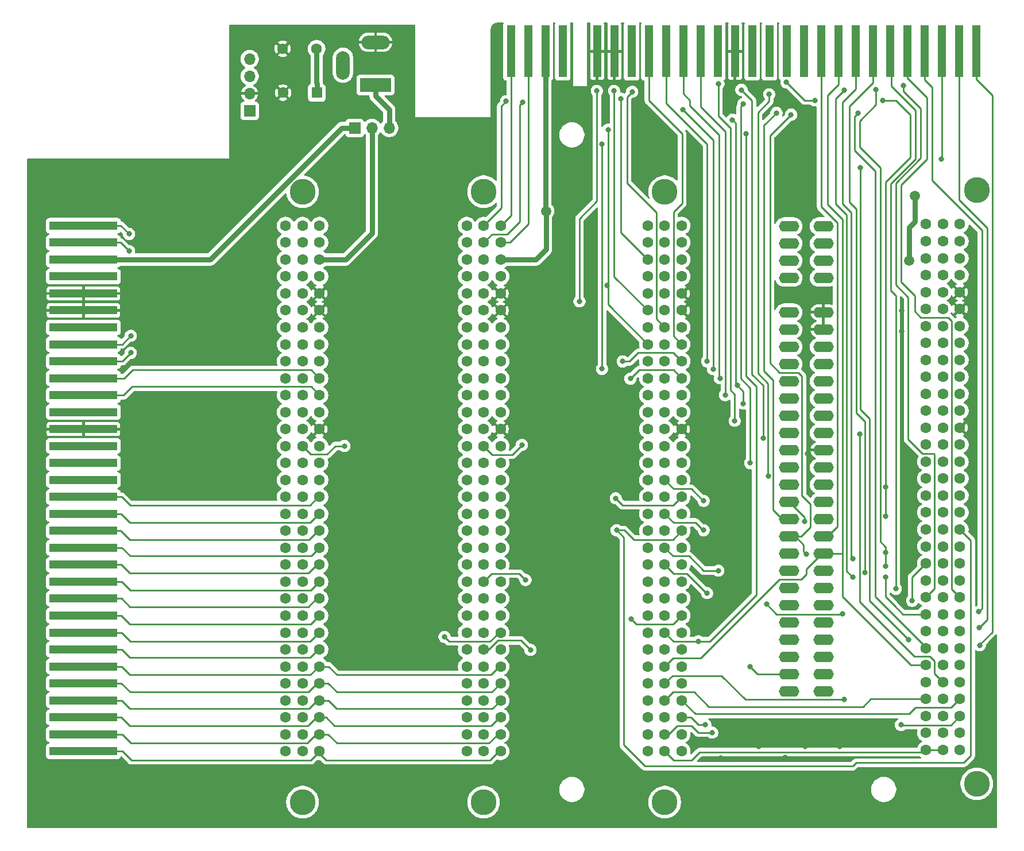
<source format=gbr>
%TF.GenerationSoftware,KiCad,Pcbnew,9.0.7*%
%TF.CreationDate,2026-02-25T22:10:38+03:00*%
%TF.ProjectId,deltas_backplane,64656c74-6173-45f6-9261-636b706c616e,rev?*%
%TF.SameCoordinates,Original*%
%TF.FileFunction,Copper,L2,Bot*%
%TF.FilePolarity,Positive*%
%FSLAX46Y46*%
G04 Gerber Fmt 4.6, Leading zero omitted, Abs format (unit mm)*
G04 Created by KiCad (PCBNEW 9.0.7) date 2026-02-25 22:10:38*
%MOMM*%
%LPD*%
G01*
G04 APERTURE LIST*
%TA.AperFunction,ComponentPad*%
%ADD10C,3.800000*%
%TD*%
%TA.AperFunction,ComponentPad*%
%ADD11C,1.600000*%
%TD*%
%TA.AperFunction,ComponentPad*%
%ADD12R,1.700000X1.700000*%
%TD*%
%TA.AperFunction,ComponentPad*%
%ADD13O,1.700000X1.700000*%
%TD*%
%TA.AperFunction,ComponentPad*%
%ADD14R,4.600000X2.000000*%
%TD*%
%TA.AperFunction,ComponentPad*%
%ADD15O,4.200000X2.000000*%
%TD*%
%TA.AperFunction,ComponentPad*%
%ADD16O,2.000000X4.200000*%
%TD*%
%TA.AperFunction,SMDPad,CuDef*%
%ADD17R,10.000000X1.270000*%
%TD*%
%TA.AperFunction,ComponentPad*%
%ADD18O,3.000000X1.600000*%
%TD*%
%TA.AperFunction,ComponentPad*%
%ADD19R,1.600000X1.600000*%
%TD*%
%TA.AperFunction,SMDPad,CuDef*%
%ADD20R,1.270000X7.620000*%
%TD*%
%TA.AperFunction,ViaPad*%
%ADD21C,0.800000*%
%TD*%
%TA.AperFunction,ViaPad*%
%ADD22C,1.500000*%
%TD*%
%TA.AperFunction,Conductor*%
%ADD23C,0.250000*%
%TD*%
%TA.AperFunction,Conductor*%
%ADD24C,0.800000*%
%TD*%
%TA.AperFunction,Conductor*%
%ADD25C,0.500000*%
%TD*%
G04 APERTURE END LIST*
D10*
%TO.P,J3,*%
%TO.N,*%
X152504000Y-131175000D03*
X152504000Y-41175000D03*
D11*
%TO.P,J3,1,A15*%
%TO.N,A15*%
X150004000Y-46175000D03*
X152504000Y-46175000D03*
%TO.P,J3,2,A13*%
%TO.N,A13*%
X150004000Y-48675000D03*
X152504000Y-48675000D03*
%TO.P,J3,3,D7*%
%TO.N,D7*%
X150004000Y-51175000D03*
X152504000Y-51175000D03*
%TO.P,J3,4*%
%TO.N,unconnected-(J3-Pad4)*%
X150004000Y-53675000D03*
X152504000Y-53675000D03*
%TO.P,J3,5,D0*%
%TO.N,D0*%
X150004000Y-56175000D03*
X152504000Y-56175000D03*
%TO.P,J3,6,D1*%
%TO.N,D1*%
X150004000Y-58675000D03*
X152504000Y-58675000D03*
%TO.P,J3,7,D2*%
%TO.N,D2*%
X150004000Y-61175000D03*
X152504000Y-61175000D03*
%TO.P,J3,8,D6*%
%TO.N,D6*%
X150004000Y-63675000D03*
X152504000Y-63675000D03*
%TO.P,J3,9,D5*%
%TO.N,D5*%
X150004000Y-66175000D03*
X152504000Y-66175000D03*
%TO.P,J3,10,D3*%
%TO.N,D3*%
X150004000Y-68675000D03*
X152504000Y-68675000D03*
%TO.P,J3,11,D4*%
%TO.N,D4*%
X150004000Y-71175000D03*
X152504000Y-71175000D03*
%TO.P,J3,12,\u041F\u0420*%
%TO.N,\u041F\u0420L*%
X150004000Y-73675000D03*
X152504000Y-73675000D03*
%TO.P,J3,13,\u041D\u041F\u0420*%
%TO.N,\u041D\u041F\u0420L*%
X150004000Y-76175000D03*
X152504000Y-76175000D03*
%TO.P,J3,14,\u0421\u0422\u041E\u041F*%
%TO.N,\u0421\u0422\u041E\u041FL*%
X150004000Y-78675000D03*
X152504000Y-78675000D03*
%TO.P,J3,15,\u041E\u0417\u0423*%
%TO.N,\u041E\u0417\u0423L*%
X150004000Y-81175000D03*
X152504000Y-81175000D03*
%TO.P,J3,16,\u0412\u0423*%
%TO.N,\u0412\u0423L*%
X150004000Y-83675000D03*
X152504000Y-83675000D03*
%TO.P,J3,17,\u0427\u0422*%
%TO.N,\u0427\u0422L*%
X150004000Y-86175000D03*
X152504000Y-86175000D03*
%TO.P,J3,18,\u0417\u041F*%
%TO.N,\u0417\u041FL*%
X150004000Y-88675000D03*
X152504000Y-88675000D03*
%TO.P,J3,19,BD2*%
%TO.N,B19_SNP*%
X150004000Y-91175000D03*
X152504000Y-91175000D03*
%TO.P,J3,20,\u041E\u0416\u0418\u0414*%
%TO.N,\u041E\u0416\u0418\u0414L*%
X150004000Y-93675000D03*
X152504000Y-93675000D03*
%TO.P,J3,21,P1*%
%TO.N,B21_SNP*%
X150004000Y-96175000D03*
X152504000Y-96175000D03*
%TO.P,J3,22,P2*%
%TO.N,B22_SNP*%
X150004000Y-98675000D03*
X152504000Y-98675000D03*
%TO.P,J3,23,\u041C1*%
%TO.N,M1L*%
X150004000Y-101175000D03*
X152504000Y-101175000D03*
%TO.P,J3,24,\u0420\u0413\u041D*%
%TO.N,\u0420\u0413\u041DL*%
X150004000Y-103675000D03*
X152504000Y-103675000D03*
%TO.P,J3,25,A8*%
%TO.N,A8*%
X150004000Y-106175000D03*
X152504000Y-106175000D03*
%TO.P,J3,26,A10*%
%TO.N,A10*%
X150004000Y-108675000D03*
X152504000Y-108675000D03*
%TO.P,J3,27,\u0421\u0411\u0420\u041E\u0421*%
%TO.N,\u0421\u0411\u0420\u041E\u0421L*%
X150004000Y-111175000D03*
X152504000Y-111175000D03*
%TO.P,J3,28,P4*%
%TO.N,B28_SNP*%
X150004000Y-113675000D03*
X152504000Y-113675000D03*
%TO.P,J3,29,P5*%
%TO.N,B29_SNP*%
X150004000Y-116175000D03*
X152504000Y-116175000D03*
%TO.P,J3,30,BD4*%
%TO.N,B30_SNP*%
X150004000Y-118675000D03*
X152504000Y-118675000D03*
%TO.P,J3,31,BD0*%
%TO.N,B31_SNP*%
X150004000Y-121175000D03*
X152504000Y-121175000D03*
%TO.P,J3,32,BD7*%
%TO.N,B32_SNP*%
X150004000Y-123675000D03*
X152504000Y-123675000D03*
%TO.P,J3,33,A14*%
%TO.N,A14*%
X155004000Y-46175000D03*
%TO.P,J3,34,A12*%
%TO.N,A12*%
X155004000Y-48675000D03*
%TO.P,J3,35,"+5"*%
%TO.N,5V_connector*%
X155004000Y-51175000D03*
%TO.P,J3,36*%
%TO.N,unconnected-(J3-Pad36)*%
X155004000Y-53675000D03*
%TO.P,J3,37,\u041E\u0431\u0449\u0438\u0439*%
%TO.N,GND*%
X155004000Y-56175000D03*
%TO.P,J3,38,\u041E\u0431\u0449\u0438\u0439*%
X155004000Y-58675000D03*
%TO.P,J3,39*%
%TO.N,unconnected-(J3-Pad39)*%
X155004000Y-61175000D03*
%TO.P,J3,40,A0*%
%TO.N,A0*%
X155004000Y-63675000D03*
%TO.P,J3,41,A1*%
%TO.N,A1*%
X155004000Y-66175000D03*
%TO.P,J3,42,A2*%
%TO.N,A2*%
X155004000Y-68675000D03*
%TO.P,J3,43,A3*%
%TO.N,A3*%
X155004000Y-71175000D03*
%TO.P,J3,44*%
%TO.N,unconnected-(J3-Pad44)*%
X155004000Y-73675000D03*
%TO.P,J3,45,\u041E\u0431\u0449\u0438\u0439*%
%TO.N,GND*%
X155004000Y-76175000D03*
%TO.P,J3,46*%
%TO.N,unconnected-(J3-Pad46)*%
X155004000Y-78675000D03*
%TO.P,J3,47*%
%TO.N,unconnected-(J3-Pad47)*%
X155004000Y-81175000D03*
%TO.P,J3,48*%
%TO.N,unconnected-(J3-Pad48)*%
X155004000Y-83675000D03*
%TO.P,J3,49,\u0421\u0422\u0420*%
%TO.N,STROBL*%
X155004000Y-86175000D03*
%TO.P,J3,50,\u0417\u0410\u041F\u0420\u0428*%
%TO.N,\u0417\u0410\u041F\u0420\u0428L*%
X155004000Y-88675000D03*
%TO.P,J3,51,BD1*%
%TO.N,A19_SNP*%
X155004000Y-91175000D03*
%TO.P,J3,52,A7*%
%TO.N,A7*%
X155004000Y-93675000D03*
%TO.P,J3,53,A6*%
%TO.N,A6*%
X155004000Y-96175000D03*
%TO.P,J3,54,A5*%
%TO.N,A5*%
X155004000Y-98675000D03*
%TO.P,J3,55,A4*%
%TO.N,A4*%
X155004000Y-101175000D03*
%TO.P,J3,56,\u0411\u041B\u041A_\u041F\u0417\u0423*%
%TO.N,\u0427\u0422\u041F\u0417\u0423L*%
X155004000Y-103675000D03*
%TO.P,J3,57,\u041F\u0417\u0428*%
%TO.N,\u041F\u0417\u0428L*%
X155004000Y-106175000D03*
%TO.P,J3,58,A9*%
%TO.N,A9*%
X155004000Y-108675000D03*
%TO.P,J3,59,A11*%
%TO.N,A11*%
X155004000Y-111175000D03*
%TO.P,J3,60,P5*%
%TO.N,A28_SNP*%
X155004000Y-113675000D03*
%TO.P,J3,61,BD3*%
%TO.N,A29_SNP*%
X155004000Y-116175000D03*
%TO.P,J3,62,BD5*%
%TO.N,A30_SNP*%
X155004000Y-118675000D03*
%TO.P,J3,63,BD6*%
%TO.N,A31_SNP*%
X155004000Y-121175000D03*
%TO.P,J3,64,\u0413\u0422*%
%TO.N,BUSY*%
X155004000Y-123675000D03*
%TD*%
D10*
%TO.P,J2,*%
%TO.N,*%
X125804000Y-131175000D03*
X125804000Y-41175000D03*
D11*
%TO.P,J2,1,A15*%
%TO.N,A15*%
X123304000Y-46175000D03*
X125804000Y-46175000D03*
%TO.P,J2,2,A13*%
%TO.N,A13*%
X123304000Y-48675000D03*
X125804000Y-48675000D03*
%TO.P,J2,3,D7*%
%TO.N,D7*%
X123304000Y-51175000D03*
X125804000Y-51175000D03*
%TO.P,J2,4*%
%TO.N,unconnected-(J2-Pad4)*%
X123304000Y-53675000D03*
X125804000Y-53675000D03*
%TO.P,J2,5,D0*%
%TO.N,D0*%
X123304000Y-56175000D03*
X125804000Y-56175000D03*
%TO.P,J2,6,D1*%
%TO.N,D1*%
X123304000Y-58675000D03*
X125804000Y-58675000D03*
%TO.P,J2,7,D2*%
%TO.N,D2*%
X123304000Y-61175000D03*
X125804000Y-61175000D03*
%TO.P,J2,8,D6*%
%TO.N,D6*%
X123304000Y-63675000D03*
X125804000Y-63675000D03*
%TO.P,J2,9,D5*%
%TO.N,D5*%
X123304000Y-66175000D03*
X125804000Y-66175000D03*
%TO.P,J2,10,D3*%
%TO.N,D3*%
X123304000Y-68675000D03*
X125804000Y-68675000D03*
%TO.P,J2,11,D4*%
%TO.N,D4*%
X123304000Y-71175000D03*
X125804000Y-71175000D03*
%TO.P,J2,12,\u041F\u0420*%
%TO.N,\u041F\u0420L*%
X123304000Y-73675000D03*
X125804000Y-73675000D03*
%TO.P,J2,13,\u041D\u041F\u0420*%
%TO.N,\u041D\u041F\u0420L*%
X123304000Y-76175000D03*
X125804000Y-76175000D03*
%TO.P,J2,14,\u0421\u0422\u041E\u041F*%
%TO.N,\u0421\u0422\u041E\u041FL*%
X123304000Y-78675000D03*
X125804000Y-78675000D03*
%TO.P,J2,15,\u041E\u0417\u0423*%
%TO.N,\u041E\u0417\u0423L*%
X123304000Y-81175000D03*
X125804000Y-81175000D03*
%TO.P,J2,16,\u0412\u0423*%
%TO.N,\u0412\u0423L*%
X123304000Y-83675000D03*
X125804000Y-83675000D03*
%TO.P,J2,17,\u0427\u0422*%
%TO.N,\u0427\u0422L*%
X123304000Y-86175000D03*
X125804000Y-86175000D03*
%TO.P,J2,18,\u0417\u041F*%
%TO.N,\u0417\u041FL*%
X123304000Y-88675000D03*
X125804000Y-88675000D03*
%TO.P,J2,19,BD2*%
%TO.N,B19_SNP*%
X123304000Y-91175000D03*
X125804000Y-91175000D03*
%TO.P,J2,20,\u041E\u0416\u0418\u0414*%
%TO.N,\u041E\u0416\u0418\u0414L*%
X123304000Y-93675000D03*
X125804000Y-93675000D03*
%TO.P,J2,21,P1*%
%TO.N,B21_SNP*%
X123304000Y-96175000D03*
X125804000Y-96175000D03*
%TO.P,J2,22,P2*%
%TO.N,B22_SNP*%
X123304000Y-98675000D03*
X125804000Y-98675000D03*
%TO.P,J2,23,\u041C1*%
%TO.N,M1L*%
X123304000Y-101175000D03*
X125804000Y-101175000D03*
%TO.P,J2,24,\u0420\u0413\u041D*%
%TO.N,\u0420\u0413\u041DL*%
X123304000Y-103675000D03*
X125804000Y-103675000D03*
%TO.P,J2,25,A8*%
%TO.N,A8*%
X123304000Y-106175000D03*
X125804000Y-106175000D03*
%TO.P,J2,26,A10*%
%TO.N,A10*%
X123304000Y-108675000D03*
X125804000Y-108675000D03*
%TO.P,J2,27,\u0421\u0411\u0420\u041E\u0421*%
%TO.N,\u0421\u0411\u0420\u041E\u0421L*%
X123304000Y-111175000D03*
X125804000Y-111175000D03*
%TO.P,J2,28,P4*%
%TO.N,B28_SNP*%
X123304000Y-113675000D03*
X125804000Y-113675000D03*
%TO.P,J2,29,P5*%
%TO.N,B29_SNP*%
X123304000Y-116175000D03*
X125804000Y-116175000D03*
%TO.P,J2,30,BD4*%
%TO.N,B30_SNP*%
X123304000Y-118675000D03*
X125804000Y-118675000D03*
%TO.P,J2,31,BD0*%
%TO.N,B31_SNP*%
X123304000Y-121175000D03*
X125804000Y-121175000D03*
%TO.P,J2,32,BD7*%
%TO.N,B32_SNP*%
X123304000Y-123675000D03*
X125804000Y-123675000D03*
%TO.P,J2,33,A14*%
%TO.N,A14*%
X128304000Y-46175000D03*
%TO.P,J2,34,A12*%
%TO.N,A12*%
X128304000Y-48675000D03*
%TO.P,J2,35,"+5"*%
%TO.N,5V_connector*%
X128304000Y-51175000D03*
%TO.P,J2,36*%
%TO.N,unconnected-(J2-Pad36)*%
X128304000Y-53675000D03*
%TO.P,J2,37,\u041E\u0431\u0449\u0438\u0439*%
%TO.N,GND*%
X128304000Y-56175000D03*
%TO.P,J2,38,\u041E\u0431\u0449\u0438\u0439*%
X128304000Y-58675000D03*
%TO.P,J2,39*%
%TO.N,unconnected-(J2-Pad39)*%
X128304000Y-61175000D03*
%TO.P,J2,40,A0*%
%TO.N,A0*%
X128304000Y-63675000D03*
%TO.P,J2,41,A1*%
%TO.N,A1*%
X128304000Y-66175000D03*
%TO.P,J2,42,A2*%
%TO.N,A2*%
X128304000Y-68675000D03*
%TO.P,J2,43,A3*%
%TO.N,A3*%
X128304000Y-71175000D03*
%TO.P,J2,44*%
%TO.N,unconnected-(J2-Pad44)*%
X128304000Y-73675000D03*
%TO.P,J2,45,\u041E\u0431\u0449\u0438\u0439*%
%TO.N,GND*%
X128304000Y-76175000D03*
%TO.P,J2,46*%
%TO.N,unconnected-(J2-Pad46)*%
X128304000Y-78675000D03*
%TO.P,J2,47*%
%TO.N,unconnected-(J2-Pad47)*%
X128304000Y-81175000D03*
%TO.P,J2,48*%
%TO.N,unconnected-(J2-Pad48)*%
X128304000Y-83675000D03*
%TO.P,J2,49,\u0421\u0422\u0420*%
%TO.N,STROBL*%
X128304000Y-86175000D03*
%TO.P,J2,50,\u0417\u0410\u041F\u0420\u0428*%
%TO.N,\u0417\u0410\u041F\u0420\u0428L*%
X128304000Y-88675000D03*
%TO.P,J2,51,BD1*%
%TO.N,A19_SNP*%
X128304000Y-91175000D03*
%TO.P,J2,52,A7*%
%TO.N,A7*%
X128304000Y-93675000D03*
%TO.P,J2,53,A6*%
%TO.N,A6*%
X128304000Y-96175000D03*
%TO.P,J2,54,A5*%
%TO.N,A5*%
X128304000Y-98675000D03*
%TO.P,J2,55,A4*%
%TO.N,A4*%
X128304000Y-101175000D03*
%TO.P,J2,56,\u0411\u041B\u041A_\u041F\u0417\u0423*%
%TO.N,\u0427\u0422\u041F\u0417\u0423L*%
X128304000Y-103675000D03*
%TO.P,J2,57,\u041F\u0417\u0428*%
%TO.N,\u041F\u0417\u0428L*%
X128304000Y-106175000D03*
%TO.P,J2,58,A9*%
%TO.N,A9*%
X128304000Y-108675000D03*
%TO.P,J2,59,A11*%
%TO.N,A11*%
X128304000Y-111175000D03*
%TO.P,J2,60,P5*%
%TO.N,A28_SNP*%
X128304000Y-113675000D03*
%TO.P,J2,61,BD3*%
%TO.N,A29_SNP*%
X128304000Y-116175000D03*
%TO.P,J2,62,BD5*%
%TO.N,A30_SNP*%
X128304000Y-118675000D03*
%TO.P,J2,63,BD6*%
%TO.N,A31_SNP*%
X128304000Y-121175000D03*
%TO.P,J2,64,\u0413\u0422*%
%TO.N,BUSY*%
X128304000Y-123675000D03*
%TD*%
D10*
%TO.P,J5,*%
%TO.N,*%
X225204000Y-128475000D03*
X225204000Y-40975000D03*
D11*
%TO.P,J5,1,A15*%
%TO.N,A15*%
X217704000Y-45975000D03*
X220204000Y-45975000D03*
%TO.P,J5,2,A13*%
%TO.N,A13*%
X217704000Y-48475000D03*
X220204000Y-48475000D03*
%TO.P,J5,3,D7*%
%TO.N,D7*%
X217704000Y-50975000D03*
X220204000Y-50975000D03*
%TO.P,J5,4*%
%TO.N,unconnected-(J5-Pad4)*%
X217704000Y-53475000D03*
X220204000Y-53475000D03*
%TO.P,J5,5,D0*%
%TO.N,D0*%
X217704000Y-55975000D03*
X220204000Y-55975000D03*
%TO.P,J5,6,D1*%
%TO.N,D1*%
X217704000Y-58475000D03*
X220204000Y-58475000D03*
%TO.P,J5,7,D2*%
%TO.N,D2*%
X217704000Y-60975000D03*
X220204000Y-60975000D03*
%TO.P,J5,8,D6*%
%TO.N,D6*%
X217704000Y-63475000D03*
X220204000Y-63475000D03*
%TO.P,J5,9,D5*%
%TO.N,D5*%
X217704000Y-65975000D03*
X220204000Y-65975000D03*
%TO.P,J5,10,D3*%
%TO.N,D3*%
X217704000Y-68475000D03*
X220204000Y-68475000D03*
%TO.P,J5,11,D4*%
%TO.N,D4*%
X217704000Y-70975000D03*
X220204000Y-70975000D03*
%TO.P,J5,12,\u041F\u0420*%
%TO.N,\u041F\u0420L*%
X217704000Y-73475000D03*
X220204000Y-73475000D03*
%TO.P,J5,13,\u041D\u041F\u0420*%
%TO.N,\u041D\u041F\u0420L*%
X217704000Y-75975000D03*
X220204000Y-75975000D03*
%TO.P,J5,14,\u0421\u0422\u041E\u041F*%
%TO.N,\u0421\u0422\u041E\u041FL*%
X217704000Y-78475000D03*
X220204000Y-78475000D03*
%TO.P,J5,15,\u041E\u0417\u0423*%
%TO.N,\u041E\u0417\u0423L*%
X217704000Y-80975000D03*
X220204000Y-80975000D03*
%TO.P,J5,16,\u0412\u0423*%
%TO.N,\u0412\u0423L*%
X217704000Y-83475000D03*
X220204000Y-83475000D03*
%TO.P,J5,17,\u0427\u0422*%
%TO.N,\u0427\u0422L*%
X217704000Y-85975000D03*
X220204000Y-85975000D03*
%TO.P,J5,18,\u0417\u041F*%
%TO.N,\u0417\u041FL*%
X217704000Y-88475000D03*
X220204000Y-88475000D03*
%TO.P,J5,19,BD2*%
%TO.N,B19_SNP*%
X217704000Y-90975000D03*
X220204000Y-90975000D03*
%TO.P,J5,20,\u041E\u0416\u0418\u0414*%
%TO.N,\u041E\u0416\u0418\u0414L*%
X217704000Y-93475000D03*
X220204000Y-93475000D03*
%TO.P,J5,21,P1*%
%TO.N,B21_SNP*%
X217704000Y-95975000D03*
X220204000Y-95975000D03*
%TO.P,J5,22,P2*%
%TO.N,B22_SNP*%
X217704000Y-98475000D03*
X220204000Y-98475000D03*
%TO.P,J5,23,\u041C1*%
%TO.N,M1L*%
X217704000Y-100975000D03*
X220204000Y-100975000D03*
%TO.P,J5,24,\u0420\u0413\u041D*%
%TO.N,\u0420\u0413\u041DL*%
X217704000Y-103475000D03*
X220204000Y-103475000D03*
%TO.P,J5,25,A8*%
%TO.N,A8*%
X217704000Y-105975000D03*
X220204000Y-105975000D03*
%TO.P,J5,26,A10*%
%TO.N,A10*%
X217704000Y-108475000D03*
X220204000Y-108475000D03*
%TO.P,J5,27,\u0421\u0411\u0420\u041E\u0421*%
%TO.N,\u0421\u0411\u0420\u041E\u0421L*%
X217704000Y-110975000D03*
X220204000Y-110975000D03*
%TO.P,J5,28,P4*%
%TO.N,B28_SNP*%
X217704000Y-113475000D03*
X220204000Y-113475000D03*
%TO.P,J5,29,P5*%
%TO.N,B29_SNP*%
X217704000Y-115975000D03*
X220204000Y-115975000D03*
%TO.P,J5,30,BD4*%
%TO.N,B30_SNP*%
X217704000Y-118475000D03*
X220204000Y-118475000D03*
%TO.P,J5,31,BD0*%
%TO.N,B31_SNP*%
X217704000Y-120975000D03*
X220204000Y-120975000D03*
%TO.P,J5,32,BD7*%
%TO.N,B32_SNP*%
X217704000Y-123475000D03*
X220204000Y-123475000D03*
%TO.P,J5,33,A14*%
%TO.N,A14*%
X222704000Y-45975000D03*
%TO.P,J5,34,A12*%
%TO.N,A12*%
X222704000Y-48475000D03*
%TO.P,J5,35,"+5"*%
%TO.N,5V_connector*%
X222704000Y-50975000D03*
%TO.P,J5,36*%
%TO.N,unconnected-(J5-Pad36)*%
X222704000Y-53475000D03*
%TO.P,J5,37,\u041E\u0431\u0449\u0438\u0439*%
%TO.N,GND*%
X222704000Y-55975000D03*
%TO.P,J5,38,\u041E\u0431\u0449\u0438\u0439*%
X222704000Y-58475000D03*
%TO.P,J5,39*%
%TO.N,unconnected-(J5-Pad39)*%
X222704000Y-60975000D03*
%TO.P,J5,40,A0*%
%TO.N,A0*%
X222704000Y-63475000D03*
%TO.P,J5,41,A1*%
%TO.N,A1*%
X222704000Y-65975000D03*
%TO.P,J5,42,A2*%
%TO.N,A2*%
X222704000Y-68475000D03*
%TO.P,J5,43,A3*%
%TO.N,A3*%
X222704000Y-70975000D03*
%TO.P,J5,44*%
%TO.N,unconnected-(J5-Pad44)*%
X222704000Y-73475000D03*
%TO.P,J5,45,\u041E\u0431\u0449\u0438\u0439*%
%TO.N,GND*%
X222704000Y-75975000D03*
%TO.P,J5,46*%
%TO.N,unconnected-(J5-Pad46)*%
X222704000Y-78475000D03*
%TO.P,J5,47*%
%TO.N,unconnected-(J5-Pad47)*%
X222704000Y-80975000D03*
%TO.P,J5,48*%
%TO.N,unconnected-(J5-Pad48)*%
X222704000Y-83475000D03*
%TO.P,J5,49,\u0421\u0422\u0420*%
%TO.N,STROBL*%
X222704000Y-85975000D03*
%TO.P,J5,50,\u0417\u0410\u041F\u0420\u0428*%
%TO.N,\u0417\u0410\u041F\u0420\u0428L*%
X222704000Y-88475000D03*
%TO.P,J5,51,BD1*%
%TO.N,A19_SNP*%
X222704000Y-90975000D03*
%TO.P,J5,52,A7*%
%TO.N,A7*%
X222704000Y-93475000D03*
%TO.P,J5,53,A6*%
%TO.N,A6*%
X222704000Y-95975000D03*
%TO.P,J5,54,A5*%
%TO.N,A5*%
X222704000Y-98475000D03*
%TO.P,J5,55,A4*%
%TO.N,A4*%
X222704000Y-100975000D03*
%TO.P,J5,56,\u0411\u041B\u041A_\u041F\u0417\u0423*%
%TO.N,\u0427\u0422\u041F\u0417\u0423L*%
X222704000Y-103475000D03*
%TO.P,J5,57,\u041F\u0417\u0428*%
%TO.N,\u041F\u0417\u0428L*%
X222704000Y-105975000D03*
%TO.P,J5,58,A9*%
%TO.N,A9*%
X222704000Y-108475000D03*
%TO.P,J5,59,A11*%
%TO.N,A11*%
X222704000Y-110975000D03*
%TO.P,J5,60,P5*%
%TO.N,A28_SNP*%
X222704000Y-113475000D03*
%TO.P,J5,61,BD3*%
%TO.N,A29_SNP*%
X222704000Y-115975000D03*
%TO.P,J5,62,BD5*%
%TO.N,A30_SNP*%
X222704000Y-118475000D03*
%TO.P,J5,63,BD6*%
%TO.N,A31_SNP*%
X222704000Y-120975000D03*
%TO.P,J5,64,\u0413\u0422*%
%TO.N,BUSY*%
X222704000Y-123475000D03*
%TD*%
%TO.P,C2,1*%
%TO.N,Net-(JP1-B)*%
X127875000Y-20097000D03*
%TO.P,C2,2*%
%TO.N,GND*%
X122875000Y-20097000D03*
%TD*%
D12*
%TO.P,J9,1,Pin_1*%
%TO.N,5V_connector*%
X118009000Y-29241000D03*
D13*
%TO.P,J9,2,Pin_2*%
%TO.N,GND*%
X118009000Y-26701000D03*
%TO.P,J9,3,Pin_3*%
%TO.N,unconnected-(J9-Pin_3-Pad3)*%
X118009000Y-24161000D03*
%TO.P,J9,4,Pin_4*%
%TO.N,unconnected-(J9-Pin_4-Pad4)*%
X118009000Y-21621000D03*
%TD*%
D14*
%TO.P,J8,1*%
%TO.N,Net-(JP1-B)*%
X136566000Y-25439000D03*
D15*
%TO.P,J8,2*%
%TO.N,GND*%
X136566000Y-19139000D03*
D16*
%TO.P,J8,MP*%
%TO.N,N/C*%
X131766000Y-22539000D03*
%TD*%
D17*
%TO.P,J1,33,A14*%
%TO.N,A14*%
X93497990Y-46175020D03*
%TO.P,J1,34,A12*%
%TO.N,A12*%
X93497990Y-48674990D03*
%TO.P,J1,35,"+5"*%
%TO.N,+5V*%
X93497990Y-51175010D03*
%TO.P,J1,36*%
%TO.N,unconnected-(J1-Pad36)*%
X93497990Y-53674980D03*
%TO.P,J1,37,\u041E\u0431\u0449\u0438\u0439*%
%TO.N,GND*%
X93497990Y-56175000D03*
%TO.P,J1,38,\u041E\u0431\u0449\u0438\u0439*%
X93497990Y-58675020D03*
%TO.P,J1,39*%
%TO.N,unconnected-(J1-Pad39)*%
X93497990Y-61174990D03*
%TO.P,J1,40,A0*%
%TO.N,A0*%
X93497990Y-63675010D03*
%TO.P,J1,41,A1*%
%TO.N,A1*%
X93497990Y-66174980D03*
%TO.P,J1,42,A2*%
%TO.N,A2*%
X93497990Y-68675000D03*
%TO.P,J1,43,A3*%
%TO.N,A3*%
X93497990Y-71175020D03*
%TO.P,J1,44*%
%TO.N,unconnected-(J1-Pad44)*%
X93497990Y-73674990D03*
%TO.P,J1,45,\u041E\u0431\u0449\u0438\u0439*%
%TO.N,GND*%
X93497990Y-76175010D03*
%TO.P,J1,46*%
%TO.N,unconnected-(J1-Pad46)*%
X93497990Y-78674980D03*
%TO.P,J1,47*%
%TO.N,unconnected-(J1-Pad47)*%
X93497990Y-81175000D03*
%TO.P,J1,48*%
%TO.N,unconnected-(J1-Pad48)*%
X93497990Y-83675030D03*
%TO.P,J1,49,\u0421\u0422\u0420*%
%TO.N,STROBL*%
X93497990Y-86174990D03*
%TO.P,J1,50,\u0417\u0410\u041F\u0420\u0428*%
%TO.N,\u0417\u0410\u041F\u0420\u0428L*%
X93497990Y-88675020D03*
%TO.P,J1,51,BD1*%
%TO.N,A19_SNP*%
X93497990Y-91174980D03*
%TO.P,J1,52,A7*%
%TO.N,A7*%
X93497990Y-93675010D03*
%TO.P,J1,53,A6*%
%TO.N,A6*%
X93497990Y-96175030D03*
%TO.P,J1,54,A5*%
%TO.N,A5*%
X93497990Y-98675000D03*
%TO.P,J1,55,A4*%
%TO.N,A4*%
X93497990Y-101175020D03*
%TO.P,J1,56,\u0411\u041B\u041A_\u041F\u0417\u0423*%
%TO.N,\u0427\u0422\u041F\u0417\u0423L*%
X93497990Y-103674990D03*
%TO.P,J1,57,\u041F\u0417\u0428*%
%TO.N,\u041F\u0417\u0428L*%
X93497990Y-106175010D03*
%TO.P,J1,58,A9*%
%TO.N,A9*%
X93497990Y-108675030D03*
%TO.P,J1,59,A11*%
%TO.N,A11*%
X93497990Y-111175000D03*
%TO.P,J1,60,P5*%
%TO.N,A28_SNP*%
X93497990Y-113675020D03*
%TO.P,J1,61,BD3*%
%TO.N,A29_SNP*%
X93497990Y-116174990D03*
%TO.P,J1,62,BD5*%
%TO.N,A30_SNP*%
X93497990Y-118675010D03*
%TO.P,J1,63,BD6*%
%TO.N,A31_SNP*%
X93497990Y-121175030D03*
%TO.P,J1,64,\u0413\u0422*%
%TO.N,BUSY*%
X93497990Y-123675000D03*
%TD*%
D12*
%TO.P,JP1,1,A*%
%TO.N,+5V*%
X133503000Y-31781000D03*
D13*
%TO.P,JP1,2,C*%
%TO.N,5V_connector*%
X136043000Y-31781000D03*
%TO.P,JP1,3,B*%
%TO.N,Net-(JP1-B)*%
X138583000Y-31781000D03*
%TD*%
D18*
%TO.P,J7,1,A15*%
%TO.N,A15*%
X197511000Y-46259000D03*
%TO.P,J7,2,A13*%
%TO.N,A13*%
X197511000Y-48799000D03*
%TO.P,J7,3,D7*%
%TO.N,D7*%
X197511000Y-51339000D03*
%TO.P,J7,4,OE*%
%TO.N,unconnected-(J7-OE-Pad4)*%
X197511000Y-53879000D03*
%TO.P,J7,6,D0*%
%TO.N,D0*%
X197511000Y-58959000D03*
%TO.P,J7,7,D1*%
%TO.N,D1*%
X197511000Y-61499000D03*
%TO.P,J7,8,D2*%
%TO.N,D2*%
X197511000Y-64039000D03*
%TO.P,J7,9,D6*%
%TO.N,D6*%
X197511000Y-66579000D03*
%TO.P,J7,10,D5*%
%TO.N,D5*%
X197511000Y-69119000D03*
%TO.P,J7,11,D3*%
%TO.N,D3*%
X197511000Y-71659000D03*
%TO.P,J7,12,D4*%
%TO.N,D4*%
X197511000Y-74199000D03*
%TO.P,J7,13,INT*%
%TO.N,\u041F\u0420L*%
X197511000Y-76739000D03*
%TO.P,J7,14,NMI*%
%TO.N,\u041D\u041F\u0420L*%
X197511000Y-79279000D03*
%TO.P,J7,15,HALT*%
%TO.N,\u0421\u0422\u041E\u041FL*%
X197511000Y-81819000D03*
%TO.P,J7,16,MREQ*%
%TO.N,\u041E\u0417\u0423L*%
X197511000Y-84359000D03*
%TO.P,J7,17,IORQ*%
%TO.N,\u0412\u0423L*%
X197511000Y-86899000D03*
%TO.P,J7,18,RD*%
%TO.N,\u0427\u0422L*%
X197511000Y-89439000D03*
%TO.P,J7,19,WR*%
%TO.N,\u0417\u041FL*%
X197511000Y-91979000D03*
%TO.P,J7,20,-5V*%
%TO.N,unconnected-(J7--5V-Pad20)*%
X197511000Y-94519000D03*
%TO.P,J7,21,WAIT*%
%TO.N,\u041E\u0416\u0418\u0414L*%
X197511000Y-97059000D03*
%TO.P,J7,22,+12V*%
%TO.N,unconnected-(J7-+12V-Pad22)*%
X197511000Y-99599000D03*
%TO.P,J7,23,-12V*%
%TO.N,unconnected-(J7--12V-Pad23)*%
X197511000Y-102139000D03*
%TO.P,J7,24,M1*%
%TO.N,M1L*%
X197511000Y-104679000D03*
%TO.P,J7,25,RFSH*%
%TO.N,\u0420\u0413\u041DL*%
X197511000Y-107219000D03*
%TO.P,J7,26,A8*%
%TO.N,A8*%
X197511000Y-109759000D03*
%TO.P,J7,27,A10*%
%TO.N,A10*%
X197511000Y-112299000D03*
%TO.P,J7,28,NC*%
%TO.N,unconnected-(J7-NC-Pad28)*%
X197511000Y-114839000D03*
%TO.P,J7,29,A14*%
%TO.N,A14*%
X202591000Y-46259000D03*
%TO.P,J7,30,A12*%
%TO.N,A12*%
X202591000Y-48799000D03*
%TO.P,J7,31,+5V*%
%TO.N,5V_connector*%
X202591000Y-51339000D03*
%TO.P,J7,32,NC*%
%TO.N,unconnected-(J7-NC-Pad32)*%
X202591000Y-53879000D03*
%TO.P,J7,34,GND*%
%TO.N,GND*%
X202591000Y-58959000D03*
%TO.P,J7,35,GND*%
X202591000Y-61499000D03*
%TO.P,J7,36,CLK*%
%TO.N,unconnected-(J7-CLK-Pad36)*%
X202591000Y-64039000D03*
%TO.P,J7,37,A0*%
%TO.N,A0*%
X202591000Y-66579000D03*
%TO.P,J7,38,A1*%
%TO.N,A1*%
X202591000Y-69119000D03*
%TO.P,J7,39,A2*%
%TO.N,A2*%
X202591000Y-71659000D03*
%TO.P,J7,40,A3*%
%TO.N,A3*%
X202591000Y-74199000D03*
%TO.P,J7,41,NC*%
%TO.N,B28_SNP*%
X202591000Y-76739000D03*
%TO.P,J7,42,GND*%
%TO.N,GND*%
X202591000Y-79279000D03*
%TO.P,J7,43,OE*%
%TO.N,unconnected-(J7-OE-Pad43)*%
X202591000Y-81819000D03*
%TO.P,J7,44,NC*%
%TO.N,unconnected-(J7-NC-Pad44)*%
X202591000Y-84359000D03*
%TO.P,J7,45,NC*%
%TO.N,unconnected-(J7-NC-Pad45)*%
X202591000Y-86899000D03*
%TO.P,J7,46,NC*%
%TO.N,unconnected-(J7-NC-Pad46)*%
X202591000Y-89439000D03*
%TO.P,J7,47,BUSRQ*%
%TO.N,\u0417\u0410\u041F\u0420\u0428L*%
X202591000Y-91979000D03*
%TO.P,J7,48,RESET*%
%TO.N,\u0421\u0411\u0420\u041E\u0421L*%
X202591000Y-94519000D03*
%TO.P,J7,49,A7*%
%TO.N,A7*%
X202591000Y-97059000D03*
%TO.P,J7,50,A6*%
%TO.N,A6*%
X202591000Y-99599000D03*
%TO.P,J7,51,A5*%
%TO.N,A5*%
X202591000Y-102139000D03*
%TO.P,J7,52,A4*%
%TO.N,A4*%
X202591000Y-104679000D03*
%TO.P,J7,53,ROMCS*%
%TO.N,\u0427\u0422\u041F\u0417\u0423L*%
X202591000Y-107219000D03*
%TO.P,J7,54,BUSACK*%
%TO.N,\u041F\u0417\u0428L*%
X202591000Y-109759000D03*
%TO.P,J7,55,A9*%
%TO.N,A9*%
X202591000Y-112299000D03*
%TO.P,J7,56,A11*%
%TO.N,A11*%
X202591000Y-114839000D03*
%TD*%
D19*
%TO.P,C1,1*%
%TO.N,Net-(JP1-B)*%
X127922100Y-26574000D03*
D11*
%TO.P,C1,2*%
%TO.N,GND*%
X122922100Y-26574000D03*
%TD*%
D10*
%TO.P,J4,*%
%TO.N,*%
X179204000Y-131175000D03*
X179204000Y-41175000D03*
D11*
%TO.P,J4,1,A15*%
%TO.N,A15*%
X176704000Y-46175000D03*
X179204000Y-46175000D03*
%TO.P,J4,2,A13*%
%TO.N,A13*%
X176704000Y-48675000D03*
X179204000Y-48675000D03*
%TO.P,J4,3,D7*%
%TO.N,D7*%
X176704000Y-51175000D03*
X179204000Y-51175000D03*
%TO.P,J4,4*%
%TO.N,unconnected-(J4-Pad4)*%
X176704000Y-53675000D03*
X179204000Y-53675000D03*
%TO.P,J4,5,D0*%
%TO.N,D0*%
X176704000Y-56175000D03*
X179204000Y-56175000D03*
%TO.P,J4,6,D1*%
%TO.N,D1*%
X176704000Y-58675000D03*
X179204000Y-58675000D03*
%TO.P,J4,7,D2*%
%TO.N,D2*%
X176704000Y-61175000D03*
X179204000Y-61175000D03*
%TO.P,J4,8,D6*%
%TO.N,D6*%
X176704000Y-63675000D03*
X179204000Y-63675000D03*
%TO.P,J4,9,D5*%
%TO.N,D5*%
X176704000Y-66175000D03*
X179204000Y-66175000D03*
%TO.P,J4,10,D3*%
%TO.N,D3*%
X176704000Y-68675000D03*
X179204000Y-68675000D03*
%TO.P,J4,11,D4*%
%TO.N,D4*%
X176704000Y-71175000D03*
X179204000Y-71175000D03*
%TO.P,J4,12,\u041F\u0420*%
%TO.N,\u041F\u0420L*%
X176704000Y-73675000D03*
X179204000Y-73675000D03*
%TO.P,J4,13,\u041D\u041F\u0420*%
%TO.N,\u041D\u041F\u0420L*%
X176704000Y-76175000D03*
X179204000Y-76175000D03*
%TO.P,J4,14,\u0421\u0422\u041E\u041F*%
%TO.N,\u0421\u0422\u041E\u041FL*%
X176704000Y-78675000D03*
X179204000Y-78675000D03*
%TO.P,J4,15,\u041E\u0417\u0423*%
%TO.N,\u041E\u0417\u0423L*%
X176704000Y-81175000D03*
X179204000Y-81175000D03*
%TO.P,J4,16,\u0412\u0423*%
%TO.N,\u0412\u0423L*%
X176704000Y-83675000D03*
X179204000Y-83675000D03*
%TO.P,J4,17,\u0427\u0422*%
%TO.N,\u0427\u0422L*%
X176704000Y-86175000D03*
X179204000Y-86175000D03*
%TO.P,J4,18,\u0417\u041F*%
%TO.N,\u0417\u041FL*%
X176704000Y-88675000D03*
X179204000Y-88675000D03*
%TO.P,J4,19,BD2*%
%TO.N,B19_SNP*%
X176704000Y-91175000D03*
X179204000Y-91175000D03*
%TO.P,J4,20,\u041E\u0416\u0418\u0414*%
%TO.N,\u041E\u0416\u0418\u0414L*%
X176704000Y-93675000D03*
X179204000Y-93675000D03*
%TO.P,J4,21,P1*%
%TO.N,B21_SNP*%
X176704000Y-96175000D03*
X179204000Y-96175000D03*
%TO.P,J4,22,P2*%
%TO.N,B22_SNP*%
X176704000Y-98675000D03*
X179204000Y-98675000D03*
%TO.P,J4,23,\u041C1*%
%TO.N,M1L*%
X176704000Y-101175000D03*
X179204000Y-101175000D03*
%TO.P,J4,24,\u0420\u0413\u041D*%
%TO.N,\u0420\u0413\u041DL*%
X176704000Y-103675000D03*
X179204000Y-103675000D03*
%TO.P,J4,25,A8*%
%TO.N,A8*%
X176704000Y-106175000D03*
X179204000Y-106175000D03*
%TO.P,J4,26,A10*%
%TO.N,A10*%
X176704000Y-108675000D03*
X179204000Y-108675000D03*
%TO.P,J4,27,\u0421\u0411\u0420\u041E\u0421*%
%TO.N,\u0421\u0411\u0420\u041E\u0421L*%
X176704000Y-111175000D03*
X179204000Y-111175000D03*
%TO.P,J4,28,P4*%
%TO.N,B28_SNP*%
X176704000Y-113675000D03*
X179204000Y-113675000D03*
%TO.P,J4,29,P5*%
%TO.N,B29_SNP*%
X176704000Y-116175000D03*
X179204000Y-116175000D03*
%TO.P,J4,30,BD4*%
%TO.N,B30_SNP*%
X176704000Y-118675000D03*
X179204000Y-118675000D03*
%TO.P,J4,31,BD0*%
%TO.N,B31_SNP*%
X176704000Y-121175000D03*
X179204000Y-121175000D03*
%TO.P,J4,32,BD7*%
%TO.N,B32_SNP*%
X176704000Y-123675000D03*
X179204000Y-123675000D03*
%TO.P,J4,33,A14*%
%TO.N,A14*%
X181704000Y-46175000D03*
%TO.P,J4,34,A12*%
%TO.N,A12*%
X181704000Y-48675000D03*
%TO.P,J4,35,"+5"*%
%TO.N,5V_connector*%
X181704000Y-51175000D03*
%TO.P,J4,36*%
%TO.N,unconnected-(J4-Pad36)*%
X181704000Y-53675000D03*
%TO.P,J4,37,\u041E\u0431\u0449\u0438\u0439*%
%TO.N,GND*%
X181704000Y-56175000D03*
%TO.P,J4,38,\u041E\u0431\u0449\u0438\u0439*%
X181704000Y-58675000D03*
%TO.P,J4,39*%
%TO.N,unconnected-(J4-Pad39)*%
X181704000Y-61175000D03*
%TO.P,J4,40,A0*%
%TO.N,A0*%
X181704000Y-63675000D03*
%TO.P,J4,41,A1*%
%TO.N,A1*%
X181704000Y-66175000D03*
%TO.P,J4,42,A2*%
%TO.N,A2*%
X181704000Y-68675000D03*
%TO.P,J4,43,A3*%
%TO.N,A3*%
X181704000Y-71175000D03*
%TO.P,J4,44*%
%TO.N,unconnected-(J4-Pad44)*%
X181704000Y-73675000D03*
%TO.P,J4,45,\u041E\u0431\u0449\u0438\u0439*%
%TO.N,GND*%
X181704000Y-76175000D03*
%TO.P,J4,46*%
%TO.N,unconnected-(J4-Pad46)*%
X181704000Y-78675000D03*
%TO.P,J4,47*%
%TO.N,unconnected-(J4-Pad47)*%
X181704000Y-81175000D03*
%TO.P,J4,48*%
%TO.N,unconnected-(J4-Pad48)*%
X181704000Y-83675000D03*
%TO.P,J4,49,\u0421\u0422\u0420*%
%TO.N,STROBL*%
X181704000Y-86175000D03*
%TO.P,J4,50,\u0417\u0410\u041F\u0420\u0428*%
%TO.N,\u0417\u0410\u041F\u0420\u0428L*%
X181704000Y-88675000D03*
%TO.P,J4,51,BD1*%
%TO.N,A19_SNP*%
X181704000Y-91175000D03*
%TO.P,J4,52,A7*%
%TO.N,A7*%
X181704000Y-93675000D03*
%TO.P,J4,53,A6*%
%TO.N,A6*%
X181704000Y-96175000D03*
%TO.P,J4,54,A5*%
%TO.N,A5*%
X181704000Y-98675000D03*
%TO.P,J4,55,A4*%
%TO.N,A4*%
X181704000Y-101175000D03*
%TO.P,J4,56,\u0411\u041B\u041A_\u041F\u0417\u0423*%
%TO.N,\u0427\u0422\u041F\u0417\u0423L*%
X181704000Y-103675000D03*
%TO.P,J4,57,\u041F\u0417\u0428*%
%TO.N,\u041F\u0417\u0428L*%
X181704000Y-106175000D03*
%TO.P,J4,58,A9*%
%TO.N,A9*%
X181704000Y-108675000D03*
%TO.P,J4,59,A11*%
%TO.N,A11*%
X181704000Y-111175000D03*
%TO.P,J4,60,P5*%
%TO.N,A28_SNP*%
X181704000Y-113675000D03*
%TO.P,J4,61,BD3*%
%TO.N,A29_SNP*%
X181704000Y-116175000D03*
%TO.P,J4,62,BD5*%
%TO.N,A30_SNP*%
X181704000Y-118675000D03*
%TO.P,J4,63,BD6*%
%TO.N,A31_SNP*%
X181704000Y-121175000D03*
%TO.P,J4,64,\u0413\u0422*%
%TO.N,BUSY*%
X181704000Y-123675000D03*
%TD*%
D20*
%TO.P,J6,29,A14*%
%TO.N,A14*%
X156541000Y-20475000D03*
%TO.P,J6,30,A12*%
%TO.N,A12*%
X159081000Y-20475000D03*
%TO.P,J6,31,+5V*%
%TO.N,5V_connector*%
X161621000Y-20475000D03*
%TO.P,J6,32,NC*%
%TO.N,unconnected-(J6-NC-Pad32)*%
X164161000Y-20475000D03*
%TO.P,J6,34,GND*%
%TO.N,GND*%
X169241000Y-20475000D03*
%TO.P,J6,35,GND*%
X171781000Y-20475000D03*
%TO.P,J6,36,CLK*%
%TO.N,unconnected-(J6-CLK-Pad36)*%
X174321000Y-20475000D03*
%TO.P,J6,37,A0*%
%TO.N,A0*%
X176861000Y-20475000D03*
%TO.P,J6,38,A1*%
%TO.N,A1*%
X179401000Y-20475000D03*
%TO.P,J6,39,A2*%
%TO.N,A2*%
X181941000Y-20475000D03*
%TO.P,J6,40,A3*%
%TO.N,A3*%
X184481000Y-20475000D03*
%TO.P,J6,41,NC*%
%TO.N,unconnected-(J6-NC-Pad41)*%
X187021000Y-20475000D03*
%TO.P,J6,42,GND*%
%TO.N,GND*%
X189561000Y-20475000D03*
%TO.P,J6,43,OE*%
%TO.N,unconnected-(J6-OE-Pad43)*%
X192101000Y-20475000D03*
%TO.P,J6,44,NC*%
%TO.N,unconnected-(J6-NC-Pad44)*%
X194641000Y-20475000D03*
%TO.P,J6,45,NC*%
%TO.N,unconnected-(J6-NC-Pad45)*%
X197181000Y-20475000D03*
%TO.P,J6,46,NC*%
%TO.N,unconnected-(J6-NC-Pad46)*%
X199721000Y-20475000D03*
%TO.P,J6,47,BUSRQ*%
%TO.N,\u0417\u0410\u041F\u0420\u0428L*%
X202261000Y-20475000D03*
%TO.P,J6,48,RESET*%
%TO.N,\u0421\u0411\u0420\u041E\u0421L*%
X204801000Y-20475000D03*
%TO.P,J6,49,A7*%
%TO.N,A7*%
X207341000Y-20475000D03*
%TO.P,J6,50,A6*%
%TO.N,A6*%
X209881000Y-20475000D03*
%TO.P,J6,51,A5*%
%TO.N,A5*%
X212421000Y-20475000D03*
%TO.P,J6,52,A4*%
%TO.N,A4*%
X214961000Y-20475000D03*
%TO.P,J6,53,ROMCS*%
%TO.N,\u0427\u0422\u041F\u0417\u0423L*%
X217501000Y-20475000D03*
%TO.P,J6,54,BUSACK*%
%TO.N,\u041F\u0417\u0428L*%
X220041000Y-20475000D03*
%TO.P,J6,55,A9*%
%TO.N,A9*%
X222581000Y-20475000D03*
%TO.P,J6,56,A11*%
%TO.N,A11*%
X225121000Y-20475000D03*
%TD*%
D21*
%TO.N,A15*%
X155816000Y-27844010D03*
%TO.N,A13*%
X158267990Y-27971010D03*
%TO.N,D7*%
X172745990Y-27463010D03*
%TO.N,D0*%
X166632700Y-57346900D03*
X169189990Y-26320010D03*
%TO.N,D1*%
X171729990Y-26320010D03*
%TO.N,D2*%
X174396990Y-26447010D03*
%TO.N,D6*%
X170713990Y-55022010D03*
X170840990Y-32030400D03*
%TO.N,D5*%
X169951990Y-67304800D03*
X169970000Y-34122020D03*
%TO.N,D3*%
X186334990Y-67341010D03*
X181889990Y-29114010D03*
%TO.N,D4*%
X190779990Y-72421010D03*
X189890990Y-69754010D03*
X189192490Y-30574510D03*
%TO.N,\u041F\u0420L*%
X187115003Y-25285997D03*
X189509990Y-74961010D03*
%TO.N,\u041D\u041F\u0420L*%
X190496500Y-26163900D03*
X193700990Y-77501010D03*
%TO.N,\u0421\u0422\u041E\u041FL*%
X191795990Y-81184010D03*
X158140990Y-78517010D03*
X131978990Y-78675000D03*
X190779990Y-28225010D03*
%TO.N,\u041E\u0417\u0423L*%
X194589990Y-26828010D03*
X194462990Y-83089010D03*
%TO.N,\u0412\u0423L*%
X211734990Y-84740010D03*
X199796990Y-89820010D03*
X201320990Y-27717010D03*
X197129990Y-25050010D03*
X211352000Y-27717010D03*
X184937990Y-86764300D03*
X211734990Y-89058010D03*
%TO.N,\u0427\u0422L*%
X195669490Y-29558510D03*
%TO.N,\u0417\u041FL*%
X197828490Y-29812510D03*
X184937990Y-91090010D03*
X200050990Y-94646010D03*
%TO.N,\u041E\u0416\u0418\u0414L*%
X211734990Y-94392010D03*
X187096990Y-97059000D03*
X211734990Y-96425400D03*
X210345200Y-26160700D03*
%TO.N,B21_SNP*%
X205384990Y-103409010D03*
X185445990Y-100361010D03*
X194208990Y-102009300D03*
X215671990Y-101496200D03*
%TO.N,B22_SNP*%
X158678100Y-98420400D03*
%TO.N,M1L*%
X214401990Y-25558010D03*
%TO.N,\u0420\u0413\u041DL*%
X206908990Y-98014600D03*
X205638990Y-26193010D03*
X211734990Y-98031900D03*
%TO.N,A8*%
X191160990Y-32670010D03*
X184175990Y-107473010D03*
%TO.N,A10*%
X191795990Y-111195600D03*
X207670990Y-29622010D03*
X159410990Y-108743010D03*
%TO.N,B28_SNP*%
X205638990Y-116050100D03*
X207930200Y-76882100D03*
%TO.N,B31_SNP*%
X186207990Y-120935010D03*
%TO.N,A14*%
X100212410Y-47402010D03*
%TO.N,A12*%
X100228990Y-49925000D03*
%TO.N,GND*%
X164719590Y-76104010D03*
X204953190Y-122992410D03*
X160909590Y-58679610D03*
X164719590Y-73665610D03*
X224434990Y-52355010D03*
X200228790Y-79761610D03*
X183794990Y-35718010D03*
X189154390Y-79660010D03*
X189205190Y-89261210D03*
X196977590Y-124567210D03*
X193065990Y-122992410D03*
X214147990Y-61753010D03*
X139344990Y-131095010D03*
X153797590Y-54920410D03*
X164109990Y-55149010D03*
X165252990Y-40544010D03*
X153797590Y-75138810D03*
X187427190Y-124668810D03*
X197256990Y-40671010D03*
X135026990Y-58705010D03*
X142773990Y-58705010D03*
X184556990Y-76231010D03*
X167157990Y-121011210D03*
X107213990Y-41179010D03*
X189154390Y-94544410D03*
X183667990Y-40925010D03*
X192430990Y-131603010D03*
X200025590Y-62134010D03*
X142773990Y-40671010D03*
X214147990Y-58705010D03*
X160960390Y-55123610D03*
X224561990Y-77374010D03*
X160655590Y-73614810D03*
X189205190Y-84181210D03*
X199923990Y-122992410D03*
X226593990Y-111283010D03*
X160096790Y-121062010D03*
X224561990Y-58578010D03*
X187731990Y-76231010D03*
X188874990Y-27590010D03*
X160655590Y-76205610D03*
X197256990Y-34448010D03*
X214401990Y-79279010D03*
X164211590Y-58628810D03*
X133325190Y-76154810D03*
X178079990Y-35718010D03*
X109753990Y-130714010D03*
%TO.N,A0*%
X100482990Y-62425000D03*
%TO.N,A1*%
X185445990Y-66175000D03*
X100482990Y-64925000D03*
X172999990Y-66198010D03*
%TO.N,A2*%
X174142990Y-68738010D03*
X187350990Y-68675000D03*
%TO.N,A3*%
X188112990Y-71175000D03*
%TO.N,STROBL*%
X171983990Y-86391010D03*
%TO.N,A19_SNP*%
X172110990Y-91090010D03*
%TO.N,A7*%
X206908990Y-95281010D03*
%TO.N,A6*%
X208686990Y-97289600D03*
%TO.N,A5*%
X213258990Y-99726010D03*
%TO.N,\u0427\u0422\u041F\u0417\u0423L*%
X174251300Y-104144200D03*
X225514490Y-103091510D03*
%TO.N,\u041F\u0417\u0428L*%
X215163990Y-107219010D03*
X146746200Y-106821800D03*
X208051990Y-37623010D03*
X219989990Y-36353010D03*
%TO.N,A9*%
X225577990Y-105441010D03*
%TO.N,A11*%
X225637990Y-108041010D03*
%TO.N,A30_SNP*%
X214020990Y-119792010D03*
X185191990Y-119792010D03*
D22*
%TO.N,5V_connector*%
X216052990Y-41814010D03*
X215250900Y-51339000D03*
X161696990Y-44034420D03*
%TD*%
D23*
%TO.N,A15*%
X155092990Y-43586010D02*
X152504000Y-46175000D01*
X155092990Y-28567020D02*
X155092990Y-43586010D01*
X155816000Y-27844010D02*
X155092990Y-28567020D01*
%TO.N,A13*%
X157811000Y-28428000D02*
X157811000Y-45573000D01*
X157811000Y-45573000D02*
X155959000Y-47425000D01*
X158267990Y-27971010D02*
X157811000Y-28428000D01*
X155959000Y-47425000D02*
X153754000Y-47425000D01*
X153754000Y-47425000D02*
X152504000Y-48675000D01*
%TO.N,D7*%
X172745990Y-47216990D02*
X176704000Y-51175000D01*
X172745990Y-27463010D02*
X172745990Y-47216990D01*
%TO.N,D0*%
X169189990Y-42576010D02*
X169189990Y-26320010D01*
X166632700Y-57346900D02*
X166632700Y-45133300D01*
X166632700Y-45133300D02*
X169189990Y-42576010D01*
%TO.N,D1*%
X171729990Y-53700990D02*
X176704000Y-58675000D01*
X171729990Y-26320010D02*
X171729990Y-53700990D01*
%TO.N,D2*%
X174396990Y-26447010D02*
X173634990Y-27209010D01*
X173634990Y-27209010D02*
X173634990Y-39908490D01*
X177954000Y-44227500D02*
X177954000Y-59925000D01*
X173634990Y-39908490D02*
X177954000Y-44227500D01*
X177954000Y-59925000D02*
X179204000Y-61175000D01*
%TO.N,D6*%
X170840990Y-55149010D02*
X170840990Y-57811990D01*
X170840990Y-54895010D02*
X170713990Y-55022010D01*
X170840990Y-57811990D02*
X176704000Y-63675000D01*
X170840990Y-32030400D02*
X170840990Y-54895010D01*
X170713990Y-55022010D02*
X170840990Y-55149010D01*
%TO.N,D5*%
X169970000Y-34122020D02*
X169970000Y-67341010D01*
%TO.N,D3*%
X186334990Y-67341010D02*
X186334990Y-33559010D01*
X186334990Y-33559010D02*
X181889990Y-29114010D01*
%TO.N,D4*%
X189636990Y-31019010D02*
X189636990Y-69500010D01*
X190779990Y-70643010D02*
X189890990Y-69754010D01*
X189636990Y-69500010D02*
X189890990Y-69754010D01*
X190779990Y-72421010D02*
X190779990Y-70643010D01*
X189192490Y-30574510D02*
X189636990Y-31019010D01*
%TO.N,\u041F\u0420L*%
X187096990Y-25304010D02*
X187115003Y-25285997D01*
X188874990Y-70426190D02*
X188874990Y-31781010D01*
X189509990Y-71061190D02*
X188874990Y-70426190D01*
X188874990Y-31781010D02*
X187096990Y-30003010D01*
X189509990Y-74961010D02*
X189509990Y-71061190D01*
X187096990Y-30003010D02*
X187096990Y-25304010D01*
%TO.N,\u041D\u041F\u0420L*%
X192049990Y-68103010D02*
X192049990Y-27717390D01*
X192049990Y-27717390D02*
X190496500Y-26163900D01*
X193700990Y-77501010D02*
X193700990Y-69754010D01*
X193700990Y-69754010D02*
X192049990Y-68103010D01*
%TO.N,\u0421\u0422\u041E\u041FL*%
X190398990Y-28606010D02*
X190398990Y-68738010D01*
X190779990Y-28225010D02*
X190398990Y-28606010D01*
X156693190Y-79964810D02*
X153793810Y-79964810D01*
X131978990Y-78675000D02*
X130612980Y-78675000D01*
X131978990Y-78675000D02*
X131948000Y-78644010D01*
X153793810Y-79964810D02*
X152504000Y-78675000D01*
X158140990Y-78517010D02*
X156693190Y-79964810D01*
X127043010Y-79914010D02*
X125804000Y-78675000D01*
X190398990Y-68738010D02*
X191795990Y-70135010D01*
X130612980Y-78675000D02*
X129373970Y-79914010D01*
X191795990Y-70135010D02*
X191795990Y-81184010D01*
X129373970Y-79914010D02*
X127043010Y-79914010D01*
%TO.N,\u041E\u0417\u0423L*%
X194589990Y-27844010D02*
X192938990Y-29495010D01*
X192938990Y-67975312D02*
X194425990Y-69462312D01*
X194589990Y-26828010D02*
X194589990Y-27844010D01*
X194425990Y-69462312D02*
X194425990Y-83089010D01*
X192938990Y-29495010D02*
X192938990Y-67975312D01*
%TO.N,\u0412\u0423L*%
X211352000Y-27717010D02*
X213258990Y-27717010D01*
X213258990Y-27717010D02*
X215417990Y-29876010D01*
X184873390Y-86764300D02*
X183103100Y-84994010D01*
X183103100Y-84994010D02*
X180523010Y-84994010D01*
X211734990Y-89058010D02*
X211734990Y-84740010D01*
X197129990Y-25050010D02*
X199796990Y-27717010D01*
X199796990Y-27717010D02*
X201320990Y-27717010D01*
X199796990Y-89184990D02*
X197511000Y-86899000D01*
X180523010Y-84994010D02*
X179204000Y-83675000D01*
X215417990Y-29876010D02*
X215417990Y-36099010D01*
X199796990Y-89820010D02*
X199796990Y-89184990D01*
X184937990Y-86764300D02*
X184873390Y-86764300D01*
X215417990Y-36099010D02*
X211734990Y-39782010D01*
X211734990Y-39782010D02*
X211734990Y-84740010D01*
%TO.N,\u0427\u0422L*%
X196494980Y-89439000D02*
X198019000Y-89439000D01*
X195187990Y-88132010D02*
X196494980Y-89439000D01*
X193827990Y-67595010D02*
X195187990Y-68955010D01*
X193827990Y-31400010D02*
X193827990Y-67595010D01*
X195669490Y-29558510D02*
X193827990Y-31400010D01*
X195187990Y-68955010D02*
X195187990Y-88132010D01*
%TO.N,\u0417\u041FL*%
X200642800Y-90674100D02*
X199337900Y-91979000D01*
X184937990Y-91090010D02*
X184871650Y-91090010D01*
X184871650Y-91090010D02*
X183728650Y-89947010D01*
X180476010Y-89947010D02*
X179204000Y-88675000D01*
X199415990Y-86010010D02*
X200642800Y-87236820D01*
X194716990Y-66452010D02*
X196113990Y-67849010D01*
X199337900Y-91979000D02*
X198424500Y-91979000D01*
X200050990Y-94646010D02*
X199669990Y-94265010D01*
X183728650Y-89947010D02*
X180476010Y-89947010D01*
X197828490Y-29812510D02*
X194716990Y-32924010D01*
X194716990Y-32924010D02*
X194716990Y-66452010D01*
X196113990Y-67849010D02*
X198907990Y-67849010D01*
X199669990Y-93224490D02*
X198424500Y-91979000D01*
X199415990Y-68357010D02*
X199415990Y-86010010D01*
X199669990Y-94265010D02*
X199669990Y-93224490D01*
X200642800Y-87236820D02*
X200642800Y-90674100D01*
X197511000Y-91979000D02*
X198424500Y-91979000D01*
X198907990Y-67849010D02*
X199415990Y-68357010D01*
%TO.N,\u041E\u0416\u0418\u0414L*%
X180429010Y-94900010D02*
X179204000Y-93675000D01*
X207924990Y-30765010D02*
X210345200Y-28344800D01*
X211734990Y-96425400D02*
X211736380Y-96424010D01*
X182779000Y-94900010D02*
X180429010Y-94900010D01*
X210345200Y-28344800D02*
X210345200Y-26160700D01*
X207924990Y-34575010D02*
X207924990Y-30765010D01*
X211706980Y-93475000D02*
X210972990Y-92741010D01*
X184937990Y-97059000D02*
X182779000Y-94900010D01*
X210972990Y-37623010D02*
X207924990Y-34575010D01*
X187096990Y-97059000D02*
X184937990Y-97059000D01*
X210972990Y-92741010D02*
X210972990Y-37623010D01*
X211734990Y-96425400D02*
X211734990Y-93475000D01*
%TO.N,B21_SNP*%
X185445990Y-100361010D02*
X185375600Y-100361010D01*
X215671990Y-98007010D02*
X217704000Y-95975000D01*
X185375600Y-100361010D02*
X182486390Y-97471800D01*
X217063600Y-95975000D02*
X217704000Y-95975000D01*
X180500800Y-97471800D02*
X179204000Y-96175000D01*
X182486390Y-97471800D02*
X180500800Y-97471800D01*
X215671990Y-101496200D02*
X215671990Y-98007010D01*
X205384990Y-103409010D02*
X205312600Y-103481400D01*
X195681090Y-103481400D02*
X194208990Y-102009300D01*
X205312600Y-103481400D02*
X195681090Y-103481400D01*
%TO.N,B22_SNP*%
X157756400Y-97498700D02*
X153680300Y-97498700D01*
X153680300Y-97498700D02*
X152504000Y-98675000D01*
X158678100Y-98420400D02*
X157756400Y-97498700D01*
%TO.N,M1L*%
X215094990Y-56731010D02*
X215094990Y-77706981D01*
X213258990Y-54895010D02*
X215094990Y-56731010D01*
X216941990Y-28936000D02*
X216941990Y-36226010D01*
X217175019Y-79787010D02*
X218846990Y-79787010D01*
X215094990Y-77706981D02*
X217175019Y-79787010D01*
X218973990Y-99705010D02*
X217704000Y-100975000D01*
X218973990Y-79914010D02*
X218973990Y-99705010D01*
X218846990Y-79787010D02*
X218973990Y-79914010D01*
X213258990Y-39909010D02*
X213258990Y-54895010D01*
X214401990Y-25558010D02*
X214401990Y-26396000D01*
X216941990Y-36226010D02*
X213258990Y-39909010D01*
X214401990Y-26396000D02*
X216941990Y-28936000D01*
%TO.N,\u0420\u0413\u041DL*%
X213085685Y-102221200D02*
X213087180Y-102221200D01*
X204368990Y-42957010D02*
X206019990Y-44608010D01*
X213087180Y-102221200D02*
X214340980Y-103475000D01*
X211734990Y-98031900D02*
X211734990Y-100870505D01*
X206019990Y-97125600D02*
X206908990Y-98014600D01*
X214340980Y-103475000D02*
X217704000Y-103475000D01*
X206019990Y-44608010D02*
X206019990Y-97125600D01*
X205638990Y-26193010D02*
X204368990Y-27463010D01*
X211734990Y-100870505D02*
X213085685Y-102221200D01*
X204368990Y-27463010D02*
X204368990Y-42957010D01*
%TO.N,A8*%
X192684990Y-69870309D02*
X191160990Y-68346309D01*
X191160990Y-68346309D02*
X191160990Y-32670010D01*
X185826990Y-107473010D02*
X192684990Y-100615010D01*
X180502010Y-107473010D02*
X179204000Y-106175000D01*
X192684990Y-100615010D02*
X192684990Y-69870309D01*
X184175990Y-107473010D02*
X180502010Y-107473010D01*
X184175990Y-107473010D02*
X185826990Y-107473010D01*
%TO.N,A10*%
X154605690Y-107346010D02*
X153276700Y-108675000D01*
X210210990Y-38131010D02*
X210210990Y-100869010D01*
X207162990Y-35083010D02*
X210210990Y-38131010D01*
X159410990Y-108743010D02*
X158013990Y-107346010D01*
X207670990Y-29622010D02*
X207162990Y-30130010D01*
X192899390Y-112299000D02*
X197511000Y-112299000D01*
X217704000Y-108362020D02*
X217704000Y-108475000D01*
X191795990Y-111195600D02*
X192899390Y-112299000D01*
X207162990Y-30130010D02*
X207162990Y-35083010D01*
X210210990Y-100869010D02*
X217704000Y-108362020D01*
X153276700Y-108675000D02*
X152504000Y-108675000D01*
X158013990Y-107346010D02*
X154605690Y-107346010D01*
%TO.N,\u0421\u0411\u0420\u041E\u0421L*%
X205384990Y-94519000D02*
X205384990Y-93884010D01*
X200050990Y-97567010D02*
X200050990Y-96805010D01*
X205384990Y-45243010D02*
X205384990Y-93884010D01*
X203225990Y-43084010D02*
X205384990Y-45243010D01*
X202591000Y-94519000D02*
X205384990Y-94519000D01*
X204801000Y-25380000D02*
X203225990Y-26955010D01*
X205384990Y-93884010D02*
X205384990Y-100869010D01*
X203225990Y-26955010D02*
X203225990Y-43084010D01*
X200050990Y-96805010D02*
X202337000Y-94519000D01*
X205384990Y-100869010D02*
X215490980Y-110975000D01*
X202337000Y-94519000D02*
X202591000Y-94519000D01*
X184518000Y-109925000D02*
X196113990Y-98329010D01*
X180454000Y-109925000D02*
X184518000Y-109925000D01*
X215490980Y-110975000D02*
X217704000Y-110975000D01*
X199288990Y-98329010D02*
X200050990Y-97567010D01*
X204801000Y-20475000D02*
X204801000Y-25380000D01*
X179204000Y-111175000D02*
X180454000Y-109925000D01*
X196113990Y-98329010D02*
X199288990Y-98329010D01*
%TO.N,B28_SNP*%
X218304980Y-109725000D02*
X218954000Y-110374020D01*
X218954000Y-112225000D02*
X220204000Y-113475000D01*
X182169991Y-112550000D02*
X180329000Y-112550000D01*
X207930200Y-101636220D02*
X216018980Y-109725000D01*
X207930200Y-76882100D02*
X207930200Y-101636220D01*
X180329000Y-112550000D02*
X179204000Y-113675000D01*
X187586810Y-112553010D02*
X182173001Y-112553010D01*
X205638990Y-116050100D02*
X191083900Y-116050100D01*
X191083900Y-116050100D02*
X187586810Y-112553010D01*
X216018980Y-109725000D02*
X218304980Y-109725000D01*
X218954000Y-110374020D02*
X218954000Y-112225000D01*
X182173001Y-112553010D02*
X182169991Y-112550000D01*
%TO.N,B29_SNP*%
X185699990Y-117125010D02*
X208444610Y-117125010D01*
X209587610Y-115982010D02*
X217696990Y-115982010D01*
X217696990Y-115982010D02*
X217704000Y-115975000D01*
X183540990Y-114966010D02*
X185699990Y-117125010D01*
X179204000Y-116175000D02*
X180412990Y-114966010D01*
X180412990Y-114966010D02*
X183540990Y-114966010D01*
X208444610Y-117125010D02*
X209587610Y-115982010D01*
%TO.N,B31_SNP*%
X179745000Y-121175000D02*
X179204000Y-121175000D01*
X183158594Y-119919010D02*
X181000990Y-119919010D01*
X186207990Y-120935010D02*
X184174594Y-120935010D01*
X181000990Y-119919010D02*
X179745000Y-121175000D01*
X184174594Y-120935010D02*
X183158594Y-119919010D01*
%TO.N,B32_SNP*%
X217373790Y-123805210D02*
X184353790Y-123805210D01*
X180528010Y-124999010D02*
X179204000Y-123675000D01*
X217704000Y-123475000D02*
X217373790Y-123805210D01*
X183159990Y-124999010D02*
X180528010Y-124999010D01*
X220204000Y-123475000D02*
X217704000Y-123475000D01*
X184353790Y-123805210D02*
X183159990Y-124999010D01*
%TO.N,A14*%
X98985400Y-46175000D02*
X93504000Y-46175000D01*
X156541000Y-44638000D02*
X155004000Y-46175000D01*
X100212410Y-47402010D02*
X98985400Y-46175000D01*
X156541000Y-20475000D02*
X156541000Y-44638000D01*
%TO.N,A12*%
X155004000Y-48675000D02*
X156360000Y-48675000D01*
X98978990Y-48675000D02*
X93504000Y-48675000D01*
X156360000Y-48675000D02*
X159081000Y-45954000D01*
X100228990Y-49925000D02*
X98978990Y-48675000D01*
X159081000Y-45954000D02*
X159081000Y-20475000D01*
D24*
%TO.N,+5V*%
X133503000Y-31781000D02*
X131583400Y-31781000D01*
X112189400Y-51175000D02*
X93504000Y-51175000D01*
X131583400Y-31781000D02*
X112189400Y-51175000D01*
D25*
%TO.N,GND*%
X214147990Y-61753010D02*
X214147990Y-58705010D01*
D23*
%TO.N,A0*%
X176861000Y-27725496D02*
X176861000Y-20475000D01*
X100446000Y-62425000D02*
X99196000Y-63675000D01*
X99196000Y-63675000D02*
X93504000Y-63675000D01*
X180492990Y-44188610D02*
X181762990Y-42918610D01*
X100482990Y-62425000D02*
X100446000Y-62425000D01*
X181704000Y-63675000D02*
X180492990Y-62463990D01*
X181762990Y-32627486D02*
X176861000Y-27725496D01*
X181762990Y-42918610D02*
X181762990Y-32627486D01*
X180492990Y-62463990D02*
X180492990Y-44188610D01*
%TO.N,A1*%
X172999990Y-66198010D02*
X174015990Y-66198010D01*
X174015990Y-66198010D02*
X175285990Y-64928010D01*
X100482990Y-64925000D02*
X100482990Y-64928010D01*
X180457010Y-64928010D02*
X181704000Y-66175000D01*
X99236000Y-66175000D02*
X93504000Y-66175000D01*
X154688980Y-66175000D02*
X155004000Y-66175000D01*
X185445990Y-66175000D02*
X185445990Y-34194010D01*
X175285990Y-64928010D02*
X180457010Y-64928010D01*
X185445990Y-34194010D02*
X179401000Y-28149020D01*
X100482990Y-64928010D02*
X99236000Y-66175000D01*
X179401000Y-28149020D02*
X179401000Y-20475000D01*
%TO.N,A2*%
X181941000Y-26752020D02*
X181941000Y-20475000D01*
X174142990Y-68738010D02*
X175412990Y-67468010D01*
X187223990Y-68548000D02*
X187223990Y-32797010D01*
X180497010Y-67468010D02*
X181704000Y-68675000D01*
X182900097Y-28473117D02*
X182900097Y-27711117D01*
X93504000Y-68675000D02*
X99530000Y-68675000D01*
X182900097Y-27711117D02*
X181941000Y-26752020D01*
X187223990Y-32797010D02*
X182900097Y-28473117D01*
X100736990Y-67468010D02*
X127097010Y-67468010D01*
X175412990Y-67468010D02*
X180497010Y-67468010D01*
X187350990Y-68675000D02*
X187223990Y-68548000D01*
X99530000Y-68675000D02*
X100736990Y-67468010D01*
X127097010Y-67468010D02*
X128304000Y-68675000D01*
%TO.N,A3*%
X100693000Y-69925000D02*
X99443000Y-71175000D01*
X188112990Y-71175000D02*
X188112990Y-32289010D01*
X184481000Y-28657020D02*
X184481000Y-20475000D01*
X128304000Y-71175000D02*
X127054000Y-69925000D01*
X188112990Y-32289010D02*
X184481000Y-28657020D01*
X99443000Y-71175000D02*
X93504000Y-71175000D01*
X127054000Y-69925000D02*
X100693000Y-69925000D01*
%TO.N,STROBL*%
X128304000Y-86175000D02*
X128131000Y-86175000D01*
X180471990Y-87407010D02*
X181704000Y-86175000D01*
X171983990Y-86391010D02*
X172999990Y-87407010D01*
X172999990Y-87407010D02*
X180471990Y-87407010D01*
X126898990Y-87407010D02*
X100407010Y-87407010D01*
X100407010Y-87407010D02*
X99175000Y-86175000D01*
X99175000Y-86175000D02*
X93504000Y-86175000D01*
X128131000Y-86175000D02*
X126898990Y-87407010D01*
%TO.N,\u0417\u0410\u041F\u0420\u0428L*%
X100360010Y-89947010D02*
X99088000Y-88675000D01*
X99088000Y-88675000D02*
X93504000Y-88675000D01*
X204622990Y-45751010D02*
X202261000Y-43389020D01*
X128171000Y-88675000D02*
X126898990Y-89947010D01*
X204622990Y-90582010D02*
X204622990Y-45751010D01*
X128304000Y-88675000D02*
X128171000Y-88675000D01*
X126898990Y-89947010D02*
X100360010Y-89947010D01*
X202591000Y-91979000D02*
X203226000Y-91979000D01*
X203226000Y-91979000D02*
X204622990Y-90582010D01*
X202261000Y-43389020D02*
X202261000Y-20475000D01*
%TO.N,A19_SNP*%
X176301990Y-125888010D02*
X206908990Y-125888010D01*
X99001000Y-91175000D02*
X93504000Y-91175000D01*
X207416990Y-125380010D02*
X223291990Y-125380010D01*
X223291990Y-125380010D02*
X224307990Y-124364010D01*
X174647810Y-92487010D02*
X180391990Y-92487010D01*
X206908990Y-125888010D02*
X207416990Y-125380010D01*
X126771990Y-92487010D02*
X100313010Y-92487010D01*
X173250810Y-91090010D02*
X174647810Y-92487010D01*
X100313010Y-92487010D02*
X99001000Y-91175000D01*
X173149000Y-92128020D02*
X173149000Y-122735020D01*
X128304000Y-91175000D02*
X128084000Y-91175000D01*
X224307990Y-92578990D02*
X222704000Y-90975000D01*
X173149000Y-122735020D02*
X176301990Y-125888010D01*
X128084000Y-91175000D02*
X126771990Y-92487010D01*
X172110990Y-91090010D02*
X173250810Y-91090010D01*
X224307990Y-124364010D02*
X224307990Y-92578990D01*
X180391990Y-92487010D02*
X181704000Y-91175000D01*
X172110990Y-91090010D02*
X173149000Y-92128020D01*
%TO.N,A7*%
X99168000Y-93675000D02*
X93504000Y-93675000D01*
X128304000Y-93675000D02*
X127078990Y-94900010D01*
X100393010Y-94900010D02*
X99168000Y-93675000D01*
X206908990Y-95281010D02*
X206706400Y-95078420D01*
X207341000Y-26015000D02*
X207341000Y-20475000D01*
X127078990Y-94900010D02*
X100393010Y-94900010D01*
X206706400Y-44278420D02*
X205384990Y-42957010D01*
X205384990Y-27971010D02*
X207341000Y-26015000D01*
X205384990Y-42957010D02*
X205384990Y-27971010D01*
X206706400Y-95078420D02*
X206706400Y-44278420D01*
%TO.N,A6*%
X208686990Y-97289600D02*
X208686990Y-75088010D01*
X206400990Y-42703010D02*
X206400990Y-28606010D01*
X127910000Y-96175000D02*
X126644990Y-97440010D01*
X207416990Y-43719010D02*
X206400990Y-42703010D01*
X208686990Y-75088010D02*
X207416990Y-73818010D01*
X100346010Y-97440010D02*
X99081000Y-96175000D01*
X126644990Y-97440010D02*
X100346010Y-97440010D01*
X206400990Y-28606010D02*
X209881000Y-25126000D01*
X128304000Y-96175000D02*
X127910000Y-96175000D01*
X99081000Y-96175000D02*
X93504000Y-96175000D01*
X207416990Y-73818010D02*
X207416990Y-43719010D01*
X209881000Y-25126000D02*
X209881000Y-20475000D01*
%TO.N,A5*%
X99121000Y-98675000D02*
X93504000Y-98675000D01*
X126998990Y-99980010D02*
X100426010Y-99980010D01*
X213258990Y-56547406D02*
X212496990Y-55785406D01*
X216179990Y-29199305D02*
X212623990Y-25643305D01*
X212496990Y-55785406D02*
X212496990Y-40034614D01*
X212496990Y-40034614D02*
X216179990Y-36351614D01*
X213258990Y-99726010D02*
X213258990Y-56547406D01*
X212623990Y-20677990D02*
X212421000Y-20475000D01*
X212623990Y-25643305D02*
X212623990Y-20677990D01*
X216179990Y-36351614D02*
X216179990Y-29199305D01*
X128304000Y-98675000D02*
X126998990Y-99980010D01*
X100426010Y-99980010D02*
X99121000Y-98675000D01*
%TO.N,A4*%
X221513990Y-99784990D02*
X221513990Y-60229010D01*
X217830990Y-36353010D02*
X217830990Y-27336010D01*
X216945980Y-59725000D02*
X216052990Y-58832010D01*
X221513990Y-60229010D02*
X221009980Y-59725000D01*
X127863000Y-101175000D02*
X128304000Y-101175000D01*
X214961000Y-24466020D02*
X214961000Y-20475000D01*
X100379010Y-102393010D02*
X126644990Y-102393010D01*
X221009980Y-59725000D02*
X216945980Y-59725000D01*
X93504000Y-101175000D02*
X99161000Y-101175000D01*
X217830990Y-27336010D02*
X214961000Y-24466020D01*
X99161000Y-101175000D02*
X100379010Y-102393010D01*
X216052990Y-56546010D02*
X214020990Y-54514010D01*
X222704000Y-100975000D02*
X221513990Y-99784990D01*
X214020990Y-54514010D02*
X214020990Y-40163010D01*
X126644990Y-102393010D02*
X127863000Y-101175000D01*
X216052990Y-58832010D02*
X216052990Y-56546010D01*
X214020990Y-40163010D02*
X217830990Y-36353010D01*
%TO.N,\u0427\u0422\u041F\u0417\u0423L*%
X175040110Y-104933010D02*
X174251300Y-104144200D01*
X100332010Y-104933010D02*
X99074000Y-103675000D01*
X128304000Y-103675000D02*
X127045990Y-104933010D01*
X127045990Y-104933010D02*
X100332010Y-104933010D01*
X225958990Y-102647010D02*
X225958990Y-46894010D01*
X218592990Y-25812010D02*
X217501000Y-24720020D01*
X217501000Y-24720020D02*
X217501000Y-20475000D01*
X225958990Y-46894010D02*
X218592990Y-39528010D01*
X99074000Y-103675000D02*
X93504000Y-103675000D01*
X180445990Y-104933010D02*
X175040110Y-104933010D01*
X225514490Y-103091510D02*
X225958990Y-102647010D01*
X218592990Y-39528010D02*
X218592990Y-25812010D01*
X181704000Y-103675000D02*
X180445990Y-104933010D01*
%TO.N,\u041F\u0417\u0428L*%
X215163990Y-107219010D02*
X215119400Y-107219010D01*
X128197000Y-106175000D02*
X126898990Y-107473010D01*
X208051990Y-73310010D02*
X208051990Y-37623010D01*
X220041000Y-36302000D02*
X220041000Y-20475000D01*
X100412010Y-107473010D02*
X99114000Y-106175000D01*
X215119400Y-107219010D02*
X209411990Y-101511600D01*
X99114000Y-106175000D02*
X93504000Y-106175000D01*
X219989990Y-36353010D02*
X220041000Y-36302000D01*
X209411990Y-101511600D02*
X209411990Y-74670010D01*
X209411990Y-74670010D02*
X208051990Y-73310010D01*
X146746200Y-106821800D02*
X147397410Y-107473010D01*
X153446990Y-107473010D02*
X154745000Y-106175000D01*
X128304000Y-106175000D02*
X128197000Y-106175000D01*
X147397410Y-107473010D02*
X153446990Y-107473010D01*
X154745000Y-106175000D02*
X155004000Y-106175000D01*
X126898990Y-107473010D02*
X100412010Y-107473010D01*
X202362600Y-109759000D02*
X202591000Y-109759000D01*
%TO.N,A9*%
X93504030Y-108675030D02*
X93504000Y-108675000D01*
X99153970Y-108675030D02*
X93504030Y-108675030D01*
X128110000Y-108675000D02*
X126898990Y-109886010D01*
X226720990Y-104298010D02*
X226720990Y-46513010D01*
X226720990Y-46513010D02*
X222581000Y-42373020D01*
X100364950Y-109886010D02*
X99153970Y-108675030D01*
X222581000Y-42373020D02*
X222581000Y-20475000D01*
X225577990Y-105441010D02*
X226720990Y-104298010D01*
X126898990Y-109886010D02*
X100364950Y-109886010D01*
X128304000Y-108675000D02*
X128110000Y-108675000D01*
%TO.N,A11*%
X225637990Y-108041010D02*
X225637990Y-107921010D01*
X227465700Y-26956600D02*
X225121000Y-24611900D01*
X100377210Y-112426010D02*
X99126200Y-111175000D01*
X128163500Y-111175000D02*
X126912490Y-112426010D01*
X129674000Y-111175000D02*
X130925010Y-112426010D01*
X126912490Y-112426010D02*
X100377210Y-112426010D01*
X128304000Y-111175000D02*
X129674000Y-111175000D01*
X227465700Y-106093300D02*
X227465700Y-26956600D01*
X225121000Y-24611900D02*
X225121000Y-20475000D01*
X99126200Y-111175000D02*
X93504000Y-111175000D01*
X225637990Y-107921010D02*
X227465700Y-106093300D01*
X153568990Y-112426010D02*
X154820000Y-111175000D01*
X154820000Y-111175000D02*
X155004000Y-111175000D01*
X130925010Y-112426010D02*
X153568990Y-112426010D01*
X128304000Y-111175000D02*
X128163500Y-111175000D01*
%TO.N,A28_SNP*%
X100398010Y-114966010D02*
X99107000Y-113675000D01*
X126687480Y-114966010D02*
X100398010Y-114966010D01*
X99107000Y-113675000D02*
X93504000Y-113675000D01*
X128304000Y-113675000D02*
X127978490Y-113675000D01*
X127978490Y-113675000D02*
X126687480Y-114966010D01*
X155004000Y-113675000D02*
X153712990Y-114966010D01*
X130878010Y-114966010D02*
X129587000Y-113675000D01*
X129587000Y-113675000D02*
X128304000Y-113675000D01*
X153712990Y-114966010D02*
X130878010Y-114966010D01*
%TO.N,A29_SNP*%
X153799990Y-117379010D02*
X155004000Y-116175000D01*
X128304000Y-116175000D02*
X129627000Y-116175000D01*
X93504000Y-116175000D02*
X99147000Y-116175000D01*
X100351010Y-117379010D02*
X126776970Y-117379010D01*
X215256500Y-118175500D02*
X216179990Y-117252010D01*
X129627000Y-116175000D02*
X130831010Y-117379010D01*
X130831010Y-117379010D02*
X153799990Y-117379010D01*
X216179990Y-117252010D02*
X221426990Y-117252010D01*
X181704000Y-116175000D02*
X183704500Y-118175500D01*
X221426990Y-117252010D02*
X222704000Y-115975000D01*
X126776970Y-117379010D02*
X127980980Y-116175000D01*
X183704500Y-118175500D02*
X215256500Y-118175500D01*
X99147000Y-116175000D02*
X100351010Y-117379010D01*
X127980980Y-116175000D02*
X128304000Y-116175000D01*
%TO.N,A30_SNP*%
X185191990Y-119792010D02*
X184175990Y-119792010D01*
X127813980Y-118675000D02*
X128304000Y-118675000D01*
X100304010Y-119919010D02*
X126569970Y-119919010D01*
X130517990Y-119919010D02*
X153620970Y-119919010D01*
X128164980Y-118675000D02*
X129273980Y-118675000D01*
X183058980Y-118675000D02*
X181704000Y-118675000D01*
X93504000Y-118675000D02*
X99060000Y-118675000D01*
X129273980Y-118675000D02*
X130517990Y-119919010D01*
X214038880Y-119809900D02*
X221369100Y-119809900D01*
X184175990Y-119792010D02*
X183058980Y-118675000D01*
X153620970Y-119919010D02*
X154864980Y-118675000D01*
X221369100Y-119809900D02*
X222704000Y-118475000D01*
X99060000Y-118675000D02*
X100304010Y-119919010D01*
X214020990Y-119792010D02*
X214038880Y-119809900D01*
X126569970Y-119919010D02*
X127813980Y-118675000D01*
%TO.N,A31_SNP*%
X99227000Y-121175000D02*
X100511010Y-122459010D01*
X129580000Y-121175000D02*
X130864010Y-122459010D01*
X93504000Y-121175000D02*
X99227000Y-121175000D01*
X127773980Y-121175000D02*
X128304000Y-121175000D01*
X130864010Y-122459010D02*
X153286970Y-122459010D01*
X128304000Y-121175000D02*
X129580000Y-121175000D01*
X126489970Y-122459010D02*
X127773980Y-121175000D01*
X100511010Y-122459010D02*
X126489970Y-122459010D01*
X153286970Y-122459010D02*
X154570980Y-121175000D01*
%TO.N,BUSY*%
X99267000Y-123675000D02*
X100591010Y-124999010D01*
X153460970Y-124999010D02*
X154784980Y-123675000D01*
X100591010Y-124999010D02*
X127025990Y-124999010D01*
X127025990Y-124999010D02*
X128304000Y-123721000D01*
X93504000Y-123675000D02*
X99267000Y-123675000D01*
X128304000Y-123721000D02*
X128304000Y-123675000D01*
X128304000Y-123675000D02*
X128304000Y-123991020D01*
X129311990Y-124999010D02*
X153460970Y-124999010D01*
X128304000Y-123991020D02*
X129311990Y-124999010D01*
D24*
%TO.N,Net-(JP1-B)*%
X138583000Y-29057900D02*
X138583000Y-31781000D01*
X127875000Y-25125000D02*
X127875000Y-20097000D01*
X127922100Y-25172100D02*
X127875000Y-25125000D01*
X136566000Y-27040900D02*
X138583000Y-29057900D01*
X136566000Y-25439000D02*
X136566000Y-27040900D01*
X127922100Y-26574000D02*
X127922100Y-25172100D01*
%TO.N,5V_connector*%
X136043000Y-47275000D02*
X132143000Y-51175000D01*
X216052990Y-45632810D02*
X216052990Y-41814010D01*
X161696990Y-44034420D02*
X161621000Y-43958430D01*
X136043000Y-31781000D02*
X136043000Y-47275000D01*
X161696990Y-44034420D02*
X161696990Y-49688010D01*
X161621000Y-43958430D02*
X161621000Y-20475000D01*
X161696990Y-49688010D02*
X160210000Y-51175000D01*
X132143000Y-51175000D02*
X128304000Y-51175000D01*
X160210000Y-51175000D02*
X155004000Y-51175000D01*
X215250900Y-46434900D02*
X216052990Y-45632810D01*
X215250900Y-51339000D02*
X215250900Y-46434900D01*
%TD*%
%TA.AperFunction,Conductor*%
%TO.N,GND*%
G36*
X155416709Y-16265705D02*
G01*
X155462464Y-16318509D01*
X155472408Y-16387667D01*
X155463723Y-16413769D01*
X155465303Y-16414359D01*
X155411908Y-16557517D01*
X155406059Y-16611927D01*
X155405501Y-16617123D01*
X155405500Y-16617135D01*
X155405500Y-24332870D01*
X155405501Y-24332876D01*
X155411908Y-24392483D01*
X155462202Y-24527328D01*
X155462206Y-24527335D01*
X155548452Y-24642544D01*
X155548455Y-24642547D01*
X155663664Y-24728793D01*
X155663671Y-24728797D01*
X155798517Y-24779091D01*
X155798515Y-24779091D01*
X155804756Y-24779762D01*
X155869307Y-24806500D01*
X155909155Y-24863893D01*
X155915500Y-24903051D01*
X155915500Y-26819510D01*
X155895815Y-26886549D01*
X155843011Y-26932304D01*
X155791500Y-26943510D01*
X155727306Y-26943510D01*
X155553341Y-26978113D01*
X155553332Y-26978116D01*
X155389459Y-27045993D01*
X155389446Y-27046000D01*
X155241965Y-27144545D01*
X155241961Y-27144548D01*
X155116538Y-27269971D01*
X155116535Y-27269975D01*
X155017990Y-27417456D01*
X155017983Y-27417469D01*
X154950106Y-27581342D01*
X154950103Y-27581351D01*
X154915500Y-27755314D01*
X154915500Y-27808557D01*
X154895815Y-27875596D01*
X154879181Y-27896238D01*
X154696462Y-28078956D01*
X154696452Y-28078966D01*
X154694259Y-28081160D01*
X154694257Y-28081162D01*
X154607132Y-28168287D01*
X154587964Y-28196974D01*
X154582925Y-28204514D01*
X154582925Y-28204515D01*
X154538674Y-28270740D01*
X154511652Y-28335978D01*
X154511648Y-28335989D01*
X154508692Y-28343128D01*
X154491527Y-28384568D01*
X154482622Y-28429338D01*
X154474632Y-28469510D01*
X154473763Y-28473874D01*
X154473762Y-28473881D01*
X154467490Y-28505413D01*
X154467490Y-39444309D01*
X154447805Y-39511348D01*
X154395001Y-39557103D01*
X154325843Y-39567047D01*
X154262287Y-39538022D01*
X154255809Y-39531990D01*
X154106084Y-39382265D01*
X153899547Y-39217558D01*
X153895289Y-39214162D01*
X153666997Y-39070716D01*
X153666994Y-39070714D01*
X153424082Y-38953734D01*
X153169602Y-38864687D01*
X153169594Y-38864684D01*
X152925041Y-38808867D01*
X152906732Y-38804688D01*
X152906728Y-38804687D01*
X152906719Y-38804686D01*
X152638813Y-38774500D01*
X152638809Y-38774500D01*
X152369191Y-38774500D01*
X152369186Y-38774500D01*
X152101280Y-38804686D01*
X152101268Y-38804688D01*
X151838405Y-38864684D01*
X151838397Y-38864687D01*
X151583917Y-38953734D01*
X151341005Y-39070714D01*
X151112712Y-39214161D01*
X150901915Y-39382265D01*
X150711265Y-39572915D01*
X150543161Y-39783712D01*
X150399714Y-40012005D01*
X150282734Y-40254917D01*
X150193687Y-40509397D01*
X150193684Y-40509405D01*
X150133688Y-40772268D01*
X150133686Y-40772280D01*
X150103500Y-41040186D01*
X150103500Y-41309813D01*
X150133686Y-41577719D01*
X150133688Y-41577731D01*
X150193684Y-41840594D01*
X150193687Y-41840602D01*
X150282734Y-42095082D01*
X150399714Y-42337994D01*
X150399716Y-42337997D01*
X150543162Y-42566289D01*
X150711266Y-42777085D01*
X150901915Y-42967734D01*
X151112711Y-43135838D01*
X151341003Y-43279284D01*
X151341005Y-43279285D01*
X151353529Y-43285316D01*
X151583921Y-43396267D01*
X151775049Y-43463145D01*
X151838397Y-43485312D01*
X151838405Y-43485315D01*
X151838408Y-43485315D01*
X151838409Y-43485316D01*
X152101268Y-43545312D01*
X152369187Y-43575499D01*
X152369188Y-43575500D01*
X152369191Y-43575500D01*
X152638812Y-43575500D01*
X152638812Y-43575499D01*
X152906732Y-43545312D01*
X153169591Y-43485316D01*
X153424079Y-43396267D01*
X153666997Y-43279284D01*
X153895289Y-43135838D01*
X154106085Y-42967734D01*
X154255809Y-42818010D01*
X154317132Y-42784525D01*
X154386824Y-42789509D01*
X154442757Y-42831381D01*
X154467174Y-42896845D01*
X154467490Y-42905691D01*
X154467490Y-43275557D01*
X154447805Y-43342596D01*
X154431171Y-43363238D01*
X152921627Y-44872781D01*
X152860304Y-44906266D01*
X152813584Y-44905776D01*
X152813346Y-44907285D01*
X152683486Y-44886717D01*
X152606352Y-44874500D01*
X152401648Y-44874500D01*
X152380598Y-44877834D01*
X152199465Y-44906522D01*
X152004776Y-44969781D01*
X151822386Y-45062715D01*
X151656786Y-45183028D01*
X151512028Y-45327786D01*
X151391713Y-45493388D01*
X151364484Y-45546828D01*
X151316510Y-45597623D01*
X151248688Y-45614418D01*
X151182554Y-45591880D01*
X151143516Y-45546828D01*
X151116286Y-45493388D01*
X150995971Y-45327786D01*
X150851213Y-45183028D01*
X150685613Y-45062715D01*
X150685612Y-45062714D01*
X150685610Y-45062713D01*
X150628498Y-45033613D01*
X150503223Y-44969781D01*
X150308534Y-44906522D01*
X150133995Y-44878878D01*
X150106352Y-44874500D01*
X149901648Y-44874500D01*
X149880598Y-44877834D01*
X149699465Y-44906522D01*
X149504776Y-44969781D01*
X149322386Y-45062715D01*
X149156786Y-45183028D01*
X149012028Y-45327786D01*
X148891715Y-45493386D01*
X148798781Y-45675776D01*
X148735522Y-45870465D01*
X148703500Y-46072648D01*
X148703500Y-46277352D01*
X148705907Y-46292547D01*
X148735522Y-46479534D01*
X148798781Y-46674223D01*
X148841580Y-46758219D01*
X148888670Y-46850638D01*
X148891715Y-46856613D01*
X149012028Y-47022213D01*
X149156786Y-47166971D01*
X149322388Y-47287286D01*
X149375828Y-47314516D01*
X149426623Y-47362490D01*
X149443418Y-47430312D01*
X149420880Y-47496446D01*
X149375828Y-47535484D01*
X149322388Y-47562713D01*
X149156786Y-47683028D01*
X149012028Y-47827786D01*
X148891715Y-47993386D01*
X148798781Y-48175776D01*
X148735522Y-48370465D01*
X148703500Y-48572648D01*
X148703500Y-48777351D01*
X148735522Y-48979534D01*
X148798781Y-49174223D01*
X148850876Y-49276463D01*
X148889022Y-49351329D01*
X148891715Y-49356613D01*
X149012028Y-49522213D01*
X149156786Y-49666971D01*
X149322388Y-49787286D01*
X149375828Y-49814516D01*
X149426623Y-49862490D01*
X149443418Y-49930312D01*
X149420880Y-49996446D01*
X149375828Y-50035484D01*
X149322388Y-50062713D01*
X149156786Y-50183028D01*
X149012028Y-50327786D01*
X148891715Y-50493386D01*
X148798781Y-50675776D01*
X148735522Y-50870465D01*
X148703500Y-51072648D01*
X148703500Y-51277351D01*
X148735522Y-51479534D01*
X148798781Y-51674223D01*
X148862691Y-51799653D01*
X148882344Y-51838223D01*
X148891715Y-51856613D01*
X149012028Y-52022213D01*
X149156786Y-52166971D01*
X149322388Y-52287286D01*
X149375828Y-52314516D01*
X149426623Y-52362490D01*
X149443418Y-52430312D01*
X149420880Y-52496446D01*
X149375828Y-52535484D01*
X149322388Y-52562713D01*
X149156786Y-52683028D01*
X149012028Y-52827786D01*
X148891715Y-52993386D01*
X148798781Y-53175776D01*
X148735522Y-53370465D01*
X148703500Y-53572648D01*
X148703500Y-53777351D01*
X148735522Y-53979534D01*
X148798781Y-54174223D01*
X148891715Y-54356613D01*
X149012028Y-54522213D01*
X149156786Y-54666971D01*
X149322388Y-54787286D01*
X149375828Y-54814516D01*
X149426623Y-54862490D01*
X149443418Y-54930312D01*
X149420880Y-54996446D01*
X149375828Y-55035484D01*
X149322388Y-55062713D01*
X149156786Y-55183028D01*
X149012028Y-55327786D01*
X148891715Y-55493386D01*
X148798781Y-55675776D01*
X148735522Y-55870465D01*
X148703500Y-56072648D01*
X148703500Y-56277351D01*
X148735522Y-56479534D01*
X148798781Y-56674223D01*
X148849043Y-56772865D01*
X148884003Y-56841479D01*
X148891715Y-56856613D01*
X149012028Y-57022213D01*
X149156786Y-57166971D01*
X149322388Y-57287286D01*
X149375828Y-57314516D01*
X149426623Y-57362490D01*
X149443418Y-57430312D01*
X149420880Y-57496446D01*
X149375828Y-57535484D01*
X149322388Y-57562713D01*
X149156786Y-57683028D01*
X149012028Y-57827786D01*
X148891715Y-57993386D01*
X148798781Y-58175776D01*
X148735522Y-58370465D01*
X148703500Y-58572648D01*
X148703500Y-58777351D01*
X148735522Y-58979534D01*
X148798781Y-59174223D01*
X148862691Y-59299653D01*
X148889988Y-59353225D01*
X148891715Y-59356613D01*
X149012028Y-59522213D01*
X149156786Y-59666971D01*
X149322388Y-59787286D01*
X149375828Y-59814516D01*
X149426623Y-59862490D01*
X149443418Y-59930312D01*
X149420880Y-59996446D01*
X149375828Y-60035484D01*
X149322388Y-60062713D01*
X149156786Y-60183028D01*
X149012028Y-60327786D01*
X148891715Y-60493386D01*
X148798781Y-60675776D01*
X148735522Y-60870465D01*
X148703500Y-61072648D01*
X148703500Y-61277351D01*
X148735522Y-61479534D01*
X148798781Y-61674223D01*
X148891715Y-61856613D01*
X149012028Y-62022213D01*
X149156786Y-62166971D01*
X149322388Y-62287286D01*
X149375828Y-62314516D01*
X149426623Y-62362490D01*
X149443418Y-62430312D01*
X149420880Y-62496446D01*
X149375828Y-62535484D01*
X149322388Y-62562713D01*
X149156786Y-62683028D01*
X149012028Y-62827786D01*
X148891715Y-62993386D01*
X148798781Y-63175776D01*
X148735522Y-63370465D01*
X148703500Y-63572648D01*
X148703500Y-63777351D01*
X148735522Y-63979534D01*
X148798781Y-64174223D01*
X148850875Y-64276461D01*
X148885050Y-64343534D01*
X148891715Y-64356613D01*
X149012028Y-64522213D01*
X149156786Y-64666971D01*
X149322388Y-64787286D01*
X149375828Y-64814516D01*
X149426623Y-64862490D01*
X149443418Y-64930312D01*
X149420880Y-64996446D01*
X149375828Y-65035484D01*
X149322388Y-65062713D01*
X149156786Y-65183028D01*
X149012028Y-65327786D01*
X148891715Y-65493386D01*
X148798781Y-65675776D01*
X148735522Y-65870465D01*
X148703500Y-66072648D01*
X148703500Y-66277351D01*
X148735522Y-66479534D01*
X148798781Y-66674223D01*
X148850876Y-66776463D01*
X148891102Y-66855411D01*
X148891715Y-66856613D01*
X149012028Y-67022213D01*
X149156786Y-67166971D01*
X149322388Y-67287286D01*
X149375828Y-67314516D01*
X149426623Y-67362490D01*
X149443418Y-67430312D01*
X149420880Y-67496446D01*
X149375828Y-67535484D01*
X149322388Y-67562713D01*
X149156786Y-67683028D01*
X149012028Y-67827786D01*
X148891715Y-67993386D01*
X148798781Y-68175776D01*
X148735522Y-68370465D01*
X148703500Y-68572648D01*
X148703500Y-68777351D01*
X148735522Y-68979534D01*
X148798781Y-69174223D01*
X148842743Y-69260501D01*
X148884812Y-69343067D01*
X148891715Y-69356613D01*
X149012028Y-69522213D01*
X149156786Y-69666971D01*
X149322388Y-69787286D01*
X149375828Y-69814516D01*
X149426623Y-69862490D01*
X149443418Y-69930312D01*
X149420880Y-69996446D01*
X149375828Y-70035484D01*
X149322388Y-70062713D01*
X149156786Y-70183028D01*
X149012028Y-70327786D01*
X148891715Y-70493386D01*
X148798781Y-70675776D01*
X148735522Y-70870465D01*
X148703500Y-71072648D01*
X148703500Y-71277351D01*
X148735522Y-71479534D01*
X148798781Y-71674223D01*
X148849117Y-71773011D01*
X148888615Y-71850530D01*
X148891715Y-71856613D01*
X149012028Y-72022213D01*
X149156786Y-72166971D01*
X149322388Y-72287286D01*
X149375828Y-72314516D01*
X149426623Y-72362490D01*
X149443418Y-72430312D01*
X149420880Y-72496446D01*
X149375828Y-72535484D01*
X149322388Y-72562713D01*
X149156786Y-72683028D01*
X149012028Y-72827786D01*
X148891715Y-72993386D01*
X148798781Y-73175776D01*
X148735522Y-73370465D01*
X148703500Y-73572648D01*
X148703500Y-73777351D01*
X148735522Y-73979534D01*
X148798781Y-74174223D01*
X148843327Y-74261648D01*
X148888003Y-74349329D01*
X148891715Y-74356613D01*
X149012028Y-74522213D01*
X149156786Y-74666971D01*
X149322388Y-74787286D01*
X149375828Y-74814516D01*
X149426623Y-74862490D01*
X149443418Y-74930312D01*
X149420880Y-74996446D01*
X149375828Y-75035484D01*
X149322388Y-75062713D01*
X149156786Y-75183028D01*
X149012028Y-75327786D01*
X148891715Y-75493386D01*
X148798781Y-75675776D01*
X148735522Y-75870465D01*
X148703500Y-76072648D01*
X148703500Y-76277351D01*
X148735522Y-76479534D01*
X148798781Y-76674223D01*
X148862691Y-76799653D01*
X148884008Y-76841489D01*
X148891715Y-76856613D01*
X149012028Y-77022213D01*
X149156786Y-77166971D01*
X149322388Y-77287286D01*
X149375828Y-77314516D01*
X149426623Y-77362490D01*
X149443418Y-77430312D01*
X149420880Y-77496446D01*
X149375828Y-77535484D01*
X149322388Y-77562713D01*
X149156786Y-77683028D01*
X149012028Y-77827786D01*
X148891715Y-77993386D01*
X148798781Y-78175776D01*
X148735522Y-78370465D01*
X148703500Y-78572648D01*
X148703500Y-78777351D01*
X148735522Y-78979534D01*
X148798781Y-79174223D01*
X148845963Y-79266821D01*
X148882898Y-79339310D01*
X148891715Y-79356613D01*
X149012028Y-79522213D01*
X149156786Y-79666971D01*
X149322388Y-79787286D01*
X149375828Y-79814516D01*
X149426623Y-79862490D01*
X149443418Y-79930312D01*
X149420880Y-79996446D01*
X149375828Y-80035484D01*
X149322388Y-80062713D01*
X149156786Y-80183028D01*
X149012028Y-80327786D01*
X148891715Y-80493386D01*
X148798781Y-80675776D01*
X148735522Y-80870465D01*
X148703500Y-81072648D01*
X148703500Y-81277351D01*
X148735522Y-81479534D01*
X148798781Y-81674223D01*
X148891715Y-81856613D01*
X149012028Y-82022213D01*
X149156786Y-82166971D01*
X149322388Y-82287286D01*
X149375828Y-82314516D01*
X149426623Y-82362490D01*
X149443418Y-82430312D01*
X149420880Y-82496446D01*
X149375828Y-82535484D01*
X149322388Y-82562713D01*
X149156786Y-82683028D01*
X149012028Y-82827786D01*
X148891715Y-82993386D01*
X148798781Y-83175776D01*
X148735522Y-83370465D01*
X148703500Y-83572648D01*
X148703500Y-83777351D01*
X148735522Y-83979534D01*
X148798781Y-84174223D01*
X148860841Y-84296021D01*
X148887746Y-84348825D01*
X148891715Y-84356613D01*
X149012028Y-84522213D01*
X149156786Y-84666971D01*
X149322388Y-84787286D01*
X149375828Y-84814516D01*
X149426623Y-84862490D01*
X149443418Y-84930312D01*
X149420880Y-84996446D01*
X149375828Y-85035484D01*
X149322388Y-85062713D01*
X149156786Y-85183028D01*
X149012028Y-85327786D01*
X148891715Y-85493386D01*
X148798781Y-85675776D01*
X148735522Y-85870465D01*
X148703500Y-86072648D01*
X148703500Y-86277351D01*
X148735522Y-86479534D01*
X148798781Y-86674223D01*
X148862691Y-86799653D01*
X148889871Y-86852995D01*
X148891715Y-86856613D01*
X149012028Y-87022213D01*
X149156786Y-87166971D01*
X149322388Y-87287286D01*
X149375828Y-87314516D01*
X149426623Y-87362490D01*
X149443418Y-87430312D01*
X149420880Y-87496446D01*
X149375828Y-87535484D01*
X149322388Y-87562713D01*
X149156786Y-87683028D01*
X149012028Y-87827786D01*
X148891715Y-87993386D01*
X148798781Y-88175776D01*
X148735522Y-88370465D01*
X148703500Y-88572648D01*
X148703500Y-88777351D01*
X148735522Y-88979534D01*
X148798781Y-89174223D01*
X148855323Y-89285191D01*
X148882796Y-89339110D01*
X148891715Y-89356613D01*
X149012028Y-89522213D01*
X149156786Y-89666971D01*
X149322388Y-89787286D01*
X149375828Y-89814516D01*
X149426623Y-89862490D01*
X149443418Y-89930312D01*
X149420880Y-89996446D01*
X149375828Y-90035484D01*
X149322388Y-90062713D01*
X149156786Y-90183028D01*
X149012028Y-90327786D01*
X148891715Y-90493386D01*
X148798781Y-90675776D01*
X148735522Y-90870465D01*
X148703500Y-91072648D01*
X148703500Y-91277351D01*
X148735522Y-91479534D01*
X148798781Y-91674223D01*
X148891715Y-91856613D01*
X149012028Y-92022213D01*
X149156786Y-92166971D01*
X149322388Y-92287286D01*
X149375828Y-92314516D01*
X149426623Y-92362490D01*
X149443418Y-92430312D01*
X149420880Y-92496446D01*
X149375828Y-92535484D01*
X149322388Y-92562713D01*
X149156786Y-92683028D01*
X149012028Y-92827786D01*
X148891715Y-92993386D01*
X148798781Y-93175776D01*
X148735522Y-93370465D01*
X148703500Y-93572648D01*
X148703500Y-93777352D01*
X148706958Y-93799186D01*
X148735522Y-93979534D01*
X148798781Y-94174223D01*
X148862128Y-94298547D01*
X148881056Y-94335695D01*
X148891715Y-94356613D01*
X149012028Y-94522213D01*
X149156786Y-94666971D01*
X149322388Y-94787286D01*
X149375828Y-94814516D01*
X149426623Y-94862490D01*
X149443418Y-94930312D01*
X149420880Y-94996446D01*
X149375828Y-95035484D01*
X149322388Y-95062713D01*
X149156786Y-95183028D01*
X149012028Y-95327786D01*
X148891715Y-95493386D01*
X148798781Y-95675776D01*
X148735522Y-95870465D01*
X148703500Y-96072648D01*
X148703500Y-96277351D01*
X148735522Y-96479534D01*
X148798781Y-96674223D01*
X148851756Y-96778191D01*
X148889337Y-96851947D01*
X148891715Y-96856613D01*
X149012028Y-97022213D01*
X149156786Y-97166971D01*
X149322388Y-97287286D01*
X149375828Y-97314516D01*
X149426623Y-97362490D01*
X149443418Y-97430312D01*
X149420880Y-97496446D01*
X149375828Y-97535484D01*
X149322388Y-97562713D01*
X149156786Y-97683028D01*
X149012028Y-97827786D01*
X148891715Y-97993386D01*
X148798781Y-98175776D01*
X148735522Y-98370465D01*
X148703500Y-98572648D01*
X148703500Y-98777351D01*
X148735522Y-98979534D01*
X148798781Y-99174223D01*
X148855885Y-99286293D01*
X148881056Y-99335695D01*
X148891715Y-99356613D01*
X149012028Y-99522213D01*
X149156786Y-99666971D01*
X149322388Y-99787286D01*
X149375828Y-99814516D01*
X149426623Y-99862490D01*
X149443418Y-99930312D01*
X149420880Y-99996446D01*
X149375828Y-100035484D01*
X149322388Y-100062713D01*
X149156786Y-100183028D01*
X149012028Y-100327786D01*
X148891715Y-100493386D01*
X148798781Y-100675776D01*
X148735522Y-100870465D01*
X148703500Y-101072648D01*
X148703500Y-101277351D01*
X148735522Y-101479534D01*
X148798781Y-101674223D01*
X148841910Y-101758866D01*
X148888915Y-101851119D01*
X148891715Y-101856613D01*
X149012028Y-102022213D01*
X149156786Y-102166971D01*
X149322388Y-102287286D01*
X149375828Y-102314516D01*
X149426623Y-102362490D01*
X149443418Y-102430312D01*
X149420880Y-102496446D01*
X149375828Y-102535484D01*
X149322388Y-102562713D01*
X149156786Y-102683028D01*
X149012028Y-102827786D01*
X148891715Y-102993386D01*
X148798781Y-103175776D01*
X148735522Y-103370465D01*
X148715370Y-103497703D01*
X148703500Y-103572648D01*
X148703500Y-103777352D01*
X148705658Y-103790974D01*
X148735522Y-103979534D01*
X148798781Y-104174223D01*
X148856665Y-104287825D01*
X148881056Y-104335695D01*
X148891715Y-104356613D01*
X149012028Y-104522213D01*
X149156786Y-104666971D01*
X149322388Y-104787286D01*
X149375828Y-104814516D01*
X149426623Y-104862490D01*
X149443418Y-104930312D01*
X149420880Y-104996446D01*
X149375828Y-105035484D01*
X149322388Y-105062713D01*
X149156786Y-105183028D01*
X149012028Y-105327786D01*
X148891715Y-105493386D01*
X148798781Y-105675776D01*
X148735522Y-105870465D01*
X148703500Y-106072648D01*
X148703500Y-106277351D01*
X148735522Y-106479534D01*
X148798781Y-106674222D01*
X148799546Y-106676068D01*
X148799627Y-106676824D01*
X148800286Y-106678852D01*
X148799859Y-106678990D01*
X148807008Y-106745538D01*
X148775727Y-106808014D01*
X148715635Y-106843661D01*
X148684980Y-106847510D01*
X147770355Y-106847510D01*
X147703316Y-106827825D01*
X147657561Y-106775021D01*
X147646952Y-106735667D01*
X147646699Y-106733102D01*
X147612096Y-106559141D01*
X147612093Y-106559132D01*
X147609013Y-106551697D01*
X147579125Y-106479538D01*
X147544216Y-106395259D01*
X147544209Y-106395246D01*
X147445664Y-106247765D01*
X147445661Y-106247761D01*
X147320238Y-106122338D01*
X147320234Y-106122335D01*
X147172753Y-106023790D01*
X147172740Y-106023783D01*
X147008867Y-105955906D01*
X147008858Y-105955903D01*
X146834894Y-105921300D01*
X146834891Y-105921300D01*
X146657509Y-105921300D01*
X146657506Y-105921300D01*
X146483541Y-105955903D01*
X146483532Y-105955906D01*
X146319659Y-106023783D01*
X146319646Y-106023790D01*
X146172165Y-106122335D01*
X146172161Y-106122338D01*
X146046738Y-106247761D01*
X146046735Y-106247765D01*
X145948190Y-106395246D01*
X145948183Y-106395259D01*
X145880306Y-106559132D01*
X145880303Y-106559141D01*
X145845700Y-106733104D01*
X145845700Y-106910495D01*
X145880303Y-107084458D01*
X145880306Y-107084467D01*
X145948183Y-107248340D01*
X145948190Y-107248353D01*
X146046735Y-107395834D01*
X146046738Y-107395838D01*
X146172161Y-107521261D01*
X146172165Y-107521264D01*
X146319646Y-107619809D01*
X146319659Y-107619816D01*
X146381805Y-107645557D01*
X146483534Y-107687694D01*
X146483536Y-107687694D01*
X146483541Y-107687696D01*
X146657504Y-107722299D01*
X146657507Y-107722300D01*
X146657509Y-107722300D01*
X146710748Y-107722300D01*
X146740188Y-107730944D01*
X146770175Y-107737468D01*
X146775190Y-107741222D01*
X146777787Y-107741985D01*
X146798429Y-107758619D01*
X146908426Y-107868616D01*
X146908455Y-107868647D01*
X146998674Y-107958866D01*
X146998677Y-107958868D01*
X147034220Y-107982617D01*
X147101124Y-108027322D01*
X147181617Y-108060662D01*
X147214958Y-108074473D01*
X147227532Y-108076974D01*
X147267358Y-108084896D01*
X147267378Y-108084899D01*
X147267400Y-108084904D01*
X147335801Y-108098509D01*
X147335802Y-108098510D01*
X147335803Y-108098510D01*
X147335804Y-108098510D01*
X148653215Y-108098510D01*
X148720254Y-108118195D01*
X148766009Y-108170999D01*
X148775953Y-108240157D01*
X148771146Y-108260828D01*
X148735523Y-108370461D01*
X148735523Y-108370464D01*
X148703500Y-108572648D01*
X148703500Y-108777351D01*
X148735522Y-108979534D01*
X148798781Y-109174223D01*
X148844108Y-109263181D01*
X148885543Y-109344501D01*
X148891715Y-109356613D01*
X149012028Y-109522213D01*
X149156786Y-109666971D01*
X149322388Y-109787286D01*
X149375828Y-109814516D01*
X149426623Y-109862490D01*
X149443418Y-109930312D01*
X149420880Y-109996446D01*
X149375828Y-110035484D01*
X149322388Y-110062713D01*
X149156786Y-110183028D01*
X149012028Y-110327786D01*
X148891715Y-110493386D01*
X148798781Y-110675776D01*
X148735522Y-110870465D01*
X148711254Y-111023690D01*
X148703500Y-111072648D01*
X148703500Y-111277352D01*
X148719511Y-111378443D01*
X148735523Y-111479535D01*
X148787074Y-111638192D01*
X148789069Y-111708033D01*
X148752989Y-111767866D01*
X148690288Y-111798694D01*
X148669143Y-111800510D01*
X131235462Y-111800510D01*
X131168423Y-111780825D01*
X131147781Y-111764191D01*
X130167725Y-110784135D01*
X130159860Y-110776270D01*
X130159858Y-110776267D01*
X130072733Y-110689142D01*
X130001115Y-110641288D01*
X129986400Y-110631455D01*
X129970285Y-110620687D01*
X129897385Y-110590492D01*
X129897384Y-110590491D01*
X129889792Y-110587347D01*
X129856452Y-110573537D01*
X129770653Y-110556471D01*
X129766773Y-110555699D01*
X129766761Y-110555696D01*
X129740629Y-110550499D01*
X129735607Y-110549500D01*
X129735606Y-110549500D01*
X129520115Y-110549500D01*
X129453076Y-110529815D01*
X129420393Y-110496428D01*
X129419151Y-110497331D01*
X129295971Y-110327786D01*
X129151213Y-110183028D01*
X128985613Y-110062715D01*
X128985612Y-110062714D01*
X128985610Y-110062713D01*
X128932171Y-110035484D01*
X128881376Y-109987510D01*
X128864581Y-109919689D01*
X128887118Y-109853554D01*
X128932172Y-109814515D01*
X128939995Y-109810529D01*
X128985610Y-109787287D01*
X129099596Y-109704472D01*
X129151213Y-109666971D01*
X129151215Y-109666968D01*
X129151219Y-109666966D01*
X129295966Y-109522219D01*
X129295968Y-109522215D01*
X129295971Y-109522213D01*
X129353906Y-109442471D01*
X129416287Y-109356610D01*
X129509220Y-109174219D01*
X129572477Y-108979534D01*
X129604500Y-108777352D01*
X129604500Y-108572648D01*
X129592092Y-108494311D01*
X129572477Y-108370465D01*
X129520652Y-108210966D01*
X129509220Y-108175781D01*
X129509218Y-108175778D01*
X129509218Y-108175776D01*
X129466470Y-108091880D01*
X129416287Y-107993390D01*
X129389457Y-107956461D01*
X129295971Y-107827786D01*
X129151213Y-107683028D01*
X128985613Y-107562715D01*
X128985612Y-107562714D01*
X128985610Y-107562713D01*
X128932171Y-107535484D01*
X128881376Y-107487510D01*
X128864581Y-107419689D01*
X128887118Y-107353554D01*
X128932172Y-107314515D01*
X128940034Y-107310509D01*
X128985610Y-107287287D01*
X129110251Y-107196731D01*
X129151213Y-107166971D01*
X129151215Y-107166968D01*
X129151219Y-107166966D01*
X129295966Y-107022219D01*
X129295968Y-107022215D01*
X129295971Y-107022213D01*
X129374253Y-106914465D01*
X129416287Y-106856610D01*
X129509220Y-106674219D01*
X129572477Y-106479534D01*
X129604500Y-106277352D01*
X129604500Y-106072648D01*
X129584075Y-105943690D01*
X129572477Y-105870465D01*
X129541870Y-105776267D01*
X129509220Y-105675781D01*
X129509218Y-105675778D01*
X129509218Y-105675776D01*
X129465703Y-105590374D01*
X129416287Y-105493390D01*
X129396727Y-105466468D01*
X129295971Y-105327786D01*
X129151213Y-105183028D01*
X128985613Y-105062715D01*
X128985612Y-105062714D01*
X128985610Y-105062713D01*
X128932171Y-105035484D01*
X128881376Y-104987510D01*
X128864581Y-104919689D01*
X128887118Y-104853554D01*
X128932172Y-104814515D01*
X128937086Y-104812011D01*
X128985610Y-104787287D01*
X129132426Y-104680620D01*
X129151213Y-104666971D01*
X129151215Y-104666968D01*
X129151219Y-104666966D01*
X129295966Y-104522219D01*
X129295968Y-104522215D01*
X129295971Y-104522213D01*
X129372068Y-104417473D01*
X129416287Y-104356610D01*
X129509220Y-104174219D01*
X129572477Y-103979534D01*
X129604500Y-103777352D01*
X129604500Y-103572648D01*
X129584241Y-103444738D01*
X129572477Y-103370465D01*
X129513561Y-103189142D01*
X129509220Y-103175781D01*
X129509218Y-103175778D01*
X129509218Y-103175776D01*
X129465597Y-103090167D01*
X129416287Y-102993390D01*
X129382816Y-102947321D01*
X129295971Y-102827786D01*
X129151213Y-102683028D01*
X128985613Y-102562715D01*
X128985612Y-102562714D01*
X128985610Y-102562713D01*
X128932171Y-102535484D01*
X128881376Y-102487510D01*
X128864581Y-102419689D01*
X128887118Y-102353554D01*
X128932172Y-102314515D01*
X128985610Y-102287287D01*
X129094195Y-102208396D01*
X129151213Y-102166971D01*
X129151215Y-102166968D01*
X129151219Y-102166966D01*
X129295966Y-102022219D01*
X129295968Y-102022215D01*
X129295971Y-102022213D01*
X129361146Y-101932506D01*
X129416287Y-101856610D01*
X129509220Y-101674219D01*
X129572477Y-101479534D01*
X129604500Y-101277352D01*
X129604500Y-101072648D01*
X129597225Y-101026715D01*
X129572477Y-100870465D01*
X129532411Y-100747157D01*
X129509220Y-100675781D01*
X129509218Y-100675778D01*
X129509218Y-100675776D01*
X129466007Y-100590971D01*
X129416287Y-100493390D01*
X129396290Y-100465866D01*
X129295971Y-100327786D01*
X129151213Y-100183028D01*
X128985613Y-100062715D01*
X128985612Y-100062714D01*
X128985610Y-100062713D01*
X128932171Y-100035484D01*
X128881376Y-99987510D01*
X128864581Y-99919689D01*
X128887118Y-99853554D01*
X128932172Y-99814515D01*
X128985610Y-99787287D01*
X129078590Y-99719732D01*
X129151213Y-99666971D01*
X129151215Y-99666968D01*
X129151219Y-99666966D01*
X129295966Y-99522219D01*
X129295968Y-99522215D01*
X129295971Y-99522213D01*
X129367187Y-99424191D01*
X129416287Y-99356610D01*
X129509220Y-99174219D01*
X129572477Y-98979534D01*
X129604500Y-98777352D01*
X129604500Y-98572648D01*
X129577866Y-98404490D01*
X129572477Y-98370465D01*
X129522508Y-98216677D01*
X129509220Y-98175781D01*
X129509218Y-98175778D01*
X129509218Y-98175776D01*
X129453034Y-98065510D01*
X129416287Y-97993390D01*
X129404387Y-97977011D01*
X129295971Y-97827786D01*
X129151213Y-97683028D01*
X128985613Y-97562715D01*
X128985612Y-97562714D01*
X128985610Y-97562713D01*
X128932171Y-97535484D01*
X128881376Y-97487510D01*
X128864581Y-97419689D01*
X128887118Y-97353554D01*
X128932172Y-97314515D01*
X128985610Y-97287287D01*
X129100502Y-97203814D01*
X129151213Y-97166971D01*
X129151215Y-97166968D01*
X129151219Y-97166966D01*
X129295966Y-97022219D01*
X129295968Y-97022215D01*
X129295971Y-97022213D01*
X129365593Y-96926385D01*
X129416287Y-96856610D01*
X129509220Y-96674219D01*
X129572477Y-96479534D01*
X129604500Y-96277352D01*
X129604500Y-96072648D01*
X129572477Y-95870466D01*
X129571422Y-95867220D01*
X129513241Y-95688157D01*
X129509220Y-95675781D01*
X129509218Y-95675778D01*
X129509218Y-95675776D01*
X129465671Y-95590311D01*
X129416287Y-95493390D01*
X129387903Y-95454322D01*
X129295971Y-95327786D01*
X129151213Y-95183028D01*
X128985613Y-95062715D01*
X128985612Y-95062714D01*
X128985610Y-95062713D01*
X128932171Y-95035484D01*
X128881376Y-94987510D01*
X128864581Y-94919689D01*
X128887118Y-94853554D01*
X128932172Y-94814515D01*
X128940034Y-94810509D01*
X128985610Y-94787287D01*
X129078590Y-94719732D01*
X129151213Y-94666971D01*
X129151215Y-94666968D01*
X129151219Y-94666966D01*
X129295966Y-94522219D01*
X129295968Y-94522215D01*
X129295971Y-94522213D01*
X129372667Y-94416648D01*
X129416287Y-94356610D01*
X129509220Y-94174219D01*
X129572477Y-93979534D01*
X129604500Y-93777352D01*
X129604500Y-93572648D01*
X129579276Y-93413393D01*
X129572477Y-93370465D01*
X129513561Y-93189141D01*
X129509220Y-93175781D01*
X129509218Y-93175778D01*
X129509218Y-93175776D01*
X129466168Y-93091287D01*
X129416287Y-92993390D01*
X129376589Y-92938750D01*
X129295971Y-92827786D01*
X129151213Y-92683028D01*
X128985613Y-92562715D01*
X128985612Y-92562714D01*
X128985610Y-92562713D01*
X128932171Y-92535484D01*
X128881376Y-92487510D01*
X128864581Y-92419689D01*
X128887118Y-92353554D01*
X128932172Y-92314515D01*
X128945598Y-92307674D01*
X128985610Y-92287287D01*
X129078590Y-92219732D01*
X129151213Y-92166971D01*
X129151215Y-92166968D01*
X129151219Y-92166966D01*
X129295966Y-92022219D01*
X129295968Y-92022215D01*
X129295971Y-92022213D01*
X129393467Y-91888019D01*
X129416287Y-91856610D01*
X129509220Y-91674219D01*
X129572477Y-91479534D01*
X129604500Y-91277352D01*
X129604500Y-91072648D01*
X129590939Y-90987028D01*
X129572477Y-90870465D01*
X129528691Y-90735707D01*
X129509220Y-90675781D01*
X129509218Y-90675778D01*
X129509218Y-90675776D01*
X129465597Y-90590167D01*
X129416287Y-90493390D01*
X129387293Y-90453483D01*
X129295971Y-90327786D01*
X129151213Y-90183028D01*
X128985613Y-90062715D01*
X128985612Y-90062714D01*
X128985610Y-90062713D01*
X128932171Y-90035484D01*
X128881376Y-89987510D01*
X128864581Y-89919689D01*
X128887118Y-89853554D01*
X128932172Y-89814515D01*
X128985610Y-89787287D01*
X129078651Y-89719689D01*
X129151213Y-89666971D01*
X129151215Y-89666968D01*
X129151219Y-89666966D01*
X129295966Y-89522219D01*
X129295968Y-89522215D01*
X129295971Y-89522213D01*
X129375046Y-89413374D01*
X129416287Y-89356610D01*
X129509220Y-89174219D01*
X129572477Y-88979534D01*
X129604500Y-88777352D01*
X129604500Y-88572648D01*
X129590455Y-88483975D01*
X129572477Y-88370465D01*
X129528065Y-88233780D01*
X129509220Y-88175781D01*
X129509218Y-88175778D01*
X129509218Y-88175776D01*
X129465598Y-88090168D01*
X129416287Y-87993390D01*
X129392989Y-87961323D01*
X129295971Y-87827786D01*
X129151213Y-87683028D01*
X128985613Y-87562715D01*
X128985612Y-87562714D01*
X128985610Y-87562713D01*
X128932171Y-87535484D01*
X128881376Y-87487510D01*
X128864581Y-87419689D01*
X128887118Y-87353554D01*
X128932172Y-87314515D01*
X128938688Y-87311195D01*
X128985610Y-87287287D01*
X129078651Y-87219689D01*
X129151213Y-87166971D01*
X129151215Y-87166968D01*
X129151219Y-87166966D01*
X129295966Y-87022219D01*
X129295968Y-87022215D01*
X129295971Y-87022213D01*
X129372068Y-86917473D01*
X129416287Y-86856610D01*
X129509220Y-86674219D01*
X129572477Y-86479534D01*
X129604500Y-86277352D01*
X129604500Y-86072648D01*
X129591676Y-85991681D01*
X129572477Y-85870465D01*
X129528357Y-85734680D01*
X129509220Y-85675781D01*
X129509218Y-85675778D01*
X129509218Y-85675776D01*
X129465598Y-85590168D01*
X129416287Y-85493390D01*
X129387095Y-85453210D01*
X129295971Y-85327786D01*
X129151213Y-85183028D01*
X128985613Y-85062715D01*
X128985612Y-85062714D01*
X128985610Y-85062713D01*
X128932171Y-85035484D01*
X128881376Y-84987510D01*
X128864581Y-84919689D01*
X128887118Y-84853554D01*
X128932172Y-84814515D01*
X128939995Y-84810529D01*
X128985610Y-84787287D01*
X129078651Y-84719689D01*
X129151213Y-84666971D01*
X129151215Y-84666968D01*
X129151219Y-84666966D01*
X129295966Y-84522219D01*
X129295968Y-84522215D01*
X129295971Y-84522213D01*
X129348732Y-84449590D01*
X129416287Y-84356610D01*
X129509220Y-84174219D01*
X129572477Y-83979534D01*
X129604500Y-83777352D01*
X129604500Y-83572648D01*
X129596068Y-83519411D01*
X129572477Y-83370465D01*
X129532268Y-83246715D01*
X129509220Y-83175781D01*
X129509218Y-83175778D01*
X129509218Y-83175776D01*
X129433152Y-83026490D01*
X129416287Y-82993390D01*
X129403490Y-82975776D01*
X129295971Y-82827786D01*
X129151213Y-82683028D01*
X128985613Y-82562715D01*
X128985612Y-82562714D01*
X128985610Y-82562713D01*
X128932171Y-82535484D01*
X128881376Y-82487510D01*
X128864581Y-82419689D01*
X128887118Y-82353554D01*
X128932172Y-82314515D01*
X128985610Y-82287287D01*
X129113740Y-82194196D01*
X129151213Y-82166971D01*
X129151215Y-82166968D01*
X129151219Y-82166966D01*
X129295966Y-82022219D01*
X129295968Y-82022215D01*
X129295971Y-82022213D01*
X129348732Y-81949590D01*
X129416287Y-81856610D01*
X129509220Y-81674219D01*
X129572477Y-81479534D01*
X129604500Y-81277352D01*
X129604500Y-81072648D01*
X129572477Y-80870465D01*
X129549852Y-80800834D01*
X129509220Y-80675781D01*
X129509218Y-80675777D01*
X129507356Y-80671282D01*
X129509285Y-80670482D01*
X129508332Y-80665410D01*
X129501235Y-80653448D01*
X129502009Y-80631747D01*
X129498002Y-80610410D01*
X129503231Y-80597523D01*
X129503728Y-80583623D01*
X129516111Y-80565787D01*
X129524276Y-80545669D01*
X129536458Y-80536480D01*
X129543576Y-80526230D01*
X129573922Y-80508223D01*
X129609735Y-80493390D01*
X129670256Y-80468322D01*
X129723840Y-80432517D01*
X129772703Y-80399868D01*
X129859828Y-80312743D01*
X129859829Y-80312740D01*
X129866895Y-80305675D01*
X129866897Y-80305671D01*
X130835751Y-79336819D01*
X130897074Y-79303334D01*
X130923432Y-79300500D01*
X131279629Y-79300500D01*
X131346668Y-79320185D01*
X131367311Y-79336820D01*
X131404951Y-79374461D01*
X131404955Y-79374464D01*
X131552436Y-79473009D01*
X131552449Y-79473016D01*
X131671224Y-79522213D01*
X131716324Y-79540894D01*
X131716326Y-79540894D01*
X131716331Y-79540896D01*
X131890294Y-79575499D01*
X131890297Y-79575500D01*
X131890299Y-79575500D01*
X132067683Y-79575500D01*
X132067684Y-79575499D01*
X132125672Y-79563964D01*
X132241648Y-79540896D01*
X132241651Y-79540894D01*
X132241656Y-79540894D01*
X132391083Y-79479000D01*
X132405530Y-79473016D01*
X132405530Y-79473015D01*
X132405537Y-79473013D01*
X132553025Y-79374464D01*
X132678454Y-79249035D01*
X132777003Y-79101547D01*
X132778189Y-79098685D01*
X132827541Y-78979535D01*
X132844884Y-78937666D01*
X132879490Y-78763691D01*
X132879490Y-78586309D01*
X132879490Y-78586306D01*
X132879489Y-78586304D01*
X132844886Y-78412341D01*
X132844883Y-78412332D01*
X132840400Y-78401510D01*
X132788524Y-78276267D01*
X132777006Y-78248459D01*
X132776999Y-78248446D01*
X132678454Y-78100965D01*
X132678451Y-78100961D01*
X132553028Y-77975538D01*
X132553024Y-77975535D01*
X132405543Y-77876990D01*
X132405530Y-77876983D01*
X132241657Y-77809106D01*
X132241648Y-77809103D01*
X132067684Y-77774500D01*
X132067681Y-77774500D01*
X131890299Y-77774500D01*
X131890296Y-77774500D01*
X131716331Y-77809103D01*
X131716322Y-77809106D01*
X131552449Y-77876983D01*
X131552436Y-77876990D01*
X131404955Y-77975535D01*
X131404951Y-77975538D01*
X131367311Y-78013180D01*
X131305989Y-78046666D01*
X131279629Y-78049500D01*
X130551369Y-78049500D01*
X130430533Y-78073535D01*
X130430521Y-78073539D01*
X130398242Y-78086909D01*
X130383377Y-78093067D01*
X130352845Y-78105714D01*
X130316697Y-78120687D01*
X130316684Y-78120694D01*
X130307984Y-78126508D01*
X130307982Y-78126510D01*
X130214248Y-78189140D01*
X130170685Y-78232703D01*
X130127122Y-78276267D01*
X130127119Y-78276270D01*
X129807517Y-78595871D01*
X129746194Y-78629356D01*
X129676502Y-78624372D01*
X129620569Y-78582500D01*
X129597363Y-78527588D01*
X129572477Y-78370465D01*
X129534202Y-78252668D01*
X129509220Y-78175781D01*
X129509218Y-78175778D01*
X129509218Y-78175776D01*
X129473519Y-78105714D01*
X129416287Y-77993390D01*
X129403315Y-77975535D01*
X129295971Y-77827786D01*
X129151213Y-77683028D01*
X128985613Y-77562715D01*
X128985612Y-77562714D01*
X128985610Y-77562713D01*
X128821487Y-77479088D01*
X128770691Y-77431113D01*
X128753896Y-77363292D01*
X128776433Y-77297157D01*
X128821488Y-77258118D01*
X128932935Y-77201333D01*
X128999284Y-77153126D01*
X128999285Y-77153126D01*
X128489178Y-76643019D01*
X128496993Y-76640925D01*
X128611007Y-76575099D01*
X128704099Y-76482007D01*
X128769925Y-76367993D01*
X128772019Y-76360178D01*
X129282126Y-76870285D01*
X129282126Y-76870284D01*
X129330331Y-76803937D01*
X129416085Y-76635637D01*
X129474451Y-76456002D01*
X129504000Y-76269447D01*
X129504000Y-76080552D01*
X129474451Y-75893997D01*
X129416085Y-75714362D01*
X129330329Y-75546059D01*
X129282127Y-75479714D01*
X129282126Y-75479713D01*
X128772018Y-75989821D01*
X128769925Y-75982007D01*
X128704099Y-75867993D01*
X128611007Y-75774901D01*
X128496993Y-75709075D01*
X128489177Y-75706980D01*
X128999284Y-75196872D01*
X128932933Y-75148666D01*
X128821487Y-75091881D01*
X128770691Y-75043906D01*
X128753896Y-74976085D01*
X128776434Y-74909950D01*
X128821486Y-74870912D01*
X128985610Y-74787287D01*
X129064030Y-74730312D01*
X129151213Y-74666971D01*
X129151215Y-74666968D01*
X129151219Y-74666966D01*
X129295966Y-74522219D01*
X129295968Y-74522215D01*
X129295971Y-74522213D01*
X129372068Y-74417473D01*
X129416287Y-74356610D01*
X129509220Y-74174219D01*
X129572477Y-73979534D01*
X129604500Y-73777352D01*
X129604500Y-73572648D01*
X129572477Y-73370466D01*
X129566407Y-73351786D01*
X129523270Y-73219023D01*
X129509220Y-73175781D01*
X129509218Y-73175778D01*
X129509218Y-73175776D01*
X129464105Y-73087238D01*
X129416287Y-72993390D01*
X129373364Y-72934311D01*
X129295971Y-72827786D01*
X129151213Y-72683028D01*
X128985613Y-72562715D01*
X128985612Y-72562714D01*
X128985610Y-72562713D01*
X128932171Y-72535484D01*
X128881376Y-72487510D01*
X128864581Y-72419689D01*
X128887118Y-72353554D01*
X128932172Y-72314515D01*
X128985610Y-72287287D01*
X129078651Y-72219689D01*
X129151213Y-72166971D01*
X129151215Y-72166968D01*
X129151219Y-72166966D01*
X129295966Y-72022219D01*
X129295968Y-72022215D01*
X129295971Y-72022213D01*
X129372046Y-71917503D01*
X129416287Y-71856610D01*
X129509220Y-71674219D01*
X129572477Y-71479534D01*
X129604500Y-71277352D01*
X129604500Y-71072648D01*
X129589412Y-70977386D01*
X129572477Y-70870465D01*
X129543127Y-70780137D01*
X129509220Y-70675781D01*
X129509218Y-70675778D01*
X129509218Y-70675776D01*
X129465883Y-70590728D01*
X129416287Y-70493390D01*
X129376589Y-70438750D01*
X129295971Y-70327786D01*
X129151213Y-70183028D01*
X128985613Y-70062715D01*
X128985612Y-70062714D01*
X128985610Y-70062713D01*
X128932171Y-70035484D01*
X128881376Y-69987510D01*
X128864581Y-69919689D01*
X128887118Y-69853554D01*
X128932172Y-69814515D01*
X128985610Y-69787287D01*
X129078651Y-69719689D01*
X129151213Y-69666971D01*
X129151215Y-69666968D01*
X129151219Y-69666966D01*
X129295966Y-69522219D01*
X129295968Y-69522215D01*
X129295971Y-69522213D01*
X129357536Y-69437474D01*
X129416287Y-69356610D01*
X129509220Y-69174219D01*
X129572477Y-68979534D01*
X129604500Y-68777352D01*
X129604500Y-68572648D01*
X129588108Y-68469152D01*
X129572477Y-68370465D01*
X129535229Y-68255829D01*
X129509220Y-68175781D01*
X129509218Y-68175778D01*
X129509218Y-68175776D01*
X129450595Y-68060724D01*
X129416287Y-67993390D01*
X129390776Y-67958277D01*
X129295971Y-67827786D01*
X129151213Y-67683028D01*
X128985613Y-67562715D01*
X128985612Y-67562714D01*
X128985610Y-67562713D01*
X128932171Y-67535484D01*
X128881376Y-67487510D01*
X128864581Y-67419689D01*
X128887118Y-67353554D01*
X128932172Y-67314515D01*
X128940093Y-67310479D01*
X128985610Y-67287287D01*
X129083586Y-67216104D01*
X129151213Y-67166971D01*
X129151215Y-67166968D01*
X129151219Y-67166966D01*
X129295966Y-67022219D01*
X129295968Y-67022215D01*
X129295971Y-67022213D01*
X129372075Y-66917463D01*
X129416287Y-66856610D01*
X129509220Y-66674219D01*
X129572477Y-66479534D01*
X129604500Y-66277352D01*
X129604500Y-66072648D01*
X129593147Y-66000967D01*
X129572477Y-65870465D01*
X129540307Y-65771456D01*
X129509220Y-65675781D01*
X129509218Y-65675778D01*
X129509218Y-65675776D01*
X129463998Y-65587028D01*
X129416287Y-65493390D01*
X129372046Y-65432497D01*
X129295971Y-65327786D01*
X129151213Y-65183028D01*
X128985613Y-65062715D01*
X128985612Y-65062714D01*
X128985610Y-65062713D01*
X128932171Y-65035484D01*
X128881376Y-64987510D01*
X128864581Y-64919689D01*
X128887118Y-64853554D01*
X128932172Y-64814515D01*
X128940034Y-64810509D01*
X128985610Y-64787287D01*
X129078651Y-64719689D01*
X129151213Y-64666971D01*
X129151215Y-64666968D01*
X129151219Y-64666966D01*
X129295966Y-64522219D01*
X129295968Y-64522215D01*
X129295971Y-64522213D01*
X129372348Y-64417087D01*
X129416287Y-64356610D01*
X129509220Y-64174219D01*
X129572477Y-63979534D01*
X129604500Y-63777352D01*
X129604500Y-63572648D01*
X129572477Y-63370466D01*
X129570913Y-63365654D01*
X129535730Y-63257371D01*
X129509220Y-63175781D01*
X129509218Y-63175778D01*
X129509218Y-63175776D01*
X129443620Y-63047034D01*
X129416287Y-62993390D01*
X129372068Y-62932527D01*
X129295971Y-62827786D01*
X129151213Y-62683028D01*
X128985613Y-62562715D01*
X128985612Y-62562714D01*
X128985610Y-62562713D01*
X128932171Y-62535484D01*
X128881376Y-62487510D01*
X128864581Y-62419689D01*
X128887118Y-62353554D01*
X128932172Y-62314515D01*
X128985610Y-62287287D01*
X129078651Y-62219689D01*
X129151213Y-62166971D01*
X129151215Y-62166968D01*
X129151219Y-62166966D01*
X129295966Y-62022219D01*
X129295968Y-62022215D01*
X129295971Y-62022213D01*
X129372068Y-61917473D01*
X129416287Y-61856610D01*
X129509220Y-61674219D01*
X129572477Y-61479534D01*
X129604500Y-61277352D01*
X129604500Y-61072648D01*
X129599070Y-61038362D01*
X129572477Y-60870465D01*
X129543127Y-60780137D01*
X129509220Y-60675781D01*
X129509218Y-60675778D01*
X129509218Y-60675776D01*
X129466470Y-60591880D01*
X129416287Y-60493390D01*
X129401233Y-60472670D01*
X129295971Y-60327786D01*
X129151213Y-60183028D01*
X128985613Y-60062715D01*
X128985612Y-60062714D01*
X128985610Y-60062713D01*
X128821487Y-59979088D01*
X128770691Y-59931113D01*
X128753896Y-59863292D01*
X128776433Y-59797157D01*
X128821488Y-59758118D01*
X128932935Y-59701333D01*
X128999284Y-59653126D01*
X128999285Y-59653126D01*
X128489178Y-59143019D01*
X128496993Y-59140925D01*
X128611007Y-59075099D01*
X128704099Y-58982007D01*
X128769925Y-58867993D01*
X128772019Y-58860178D01*
X129282126Y-59370285D01*
X129282126Y-59370284D01*
X129330331Y-59303937D01*
X129416085Y-59135637D01*
X129474451Y-58956002D01*
X129504000Y-58769447D01*
X129504000Y-58580552D01*
X129474451Y-58393997D01*
X129416085Y-58214362D01*
X129330329Y-58046059D01*
X129282127Y-57979714D01*
X129282126Y-57979713D01*
X128772018Y-58489821D01*
X128769925Y-58482007D01*
X128704099Y-58367993D01*
X128611007Y-58274901D01*
X128496993Y-58209075D01*
X128489177Y-58206980D01*
X128999284Y-57696872D01*
X128932933Y-57648666D01*
X128764635Y-57562913D01*
X128703134Y-57542931D01*
X128645458Y-57503494D01*
X128618259Y-57439136D01*
X128630173Y-57370289D01*
X128677417Y-57318813D01*
X128703134Y-57307069D01*
X128764635Y-57287086D01*
X128932937Y-57201331D01*
X128999284Y-57153126D01*
X128999285Y-57153126D01*
X128489178Y-56643019D01*
X128496993Y-56640925D01*
X128611007Y-56575099D01*
X128704099Y-56482007D01*
X128769925Y-56367993D01*
X128772019Y-56360178D01*
X129282126Y-56870285D01*
X129282126Y-56870284D01*
X129330331Y-56803937D01*
X129416085Y-56635637D01*
X129474451Y-56456002D01*
X129504000Y-56269447D01*
X129504000Y-56080552D01*
X129474451Y-55893997D01*
X129416085Y-55714362D01*
X129330329Y-55546059D01*
X129282127Y-55479714D01*
X129282126Y-55479713D01*
X128772018Y-55989821D01*
X128769925Y-55982007D01*
X128704099Y-55867993D01*
X128611007Y-55774901D01*
X128496993Y-55709075D01*
X128489177Y-55706980D01*
X128999284Y-55196872D01*
X128932933Y-55148666D01*
X128821487Y-55091881D01*
X128770691Y-55043906D01*
X128753896Y-54976085D01*
X128776434Y-54909950D01*
X128821486Y-54870912D01*
X128985610Y-54787287D01*
X129069672Y-54726213D01*
X129151213Y-54666971D01*
X129151215Y-54666968D01*
X129151219Y-54666966D01*
X129295966Y-54522219D01*
X129295968Y-54522215D01*
X129295971Y-54522213D01*
X129400584Y-54378223D01*
X129416287Y-54356610D01*
X129509220Y-54174219D01*
X129572477Y-53979534D01*
X129604500Y-53777352D01*
X129604500Y-53572648D01*
X129575656Y-53390537D01*
X129572477Y-53370465D01*
X129509218Y-53175776D01*
X129443515Y-53046828D01*
X129416287Y-52993390D01*
X129372046Y-52932497D01*
X129295971Y-52827786D01*
X129151213Y-52683028D01*
X128985613Y-52562715D01*
X128985612Y-52562714D01*
X128985610Y-52562713D01*
X128932171Y-52535484D01*
X128881376Y-52487510D01*
X128864581Y-52419689D01*
X128887118Y-52353554D01*
X128932172Y-52314515D01*
X128940034Y-52310509D01*
X128985610Y-52287287D01*
X129078651Y-52219689D01*
X129151213Y-52166971D01*
X129151215Y-52166968D01*
X129151219Y-52166966D01*
X129206366Y-52111819D01*
X129267689Y-52078334D01*
X129294047Y-52075500D01*
X132231693Y-52075500D01*
X132231694Y-52075499D01*
X132405666Y-52040895D01*
X132487606Y-52006953D01*
X132569547Y-51973013D01*
X132659310Y-51913035D01*
X132717036Y-51874464D01*
X136742464Y-47849036D01*
X136841013Y-47701547D01*
X136908895Y-47537666D01*
X136943500Y-47363692D01*
X136943500Y-47186308D01*
X136943500Y-32841758D01*
X136963185Y-32774719D01*
X136979819Y-32754077D01*
X137016077Y-32717819D01*
X137073104Y-32660792D01*
X137073106Y-32660788D01*
X137073109Y-32660786D01*
X137198048Y-32488820D01*
X137198047Y-32488820D01*
X137198051Y-32488816D01*
X137202514Y-32480054D01*
X137250488Y-32429259D01*
X137318308Y-32412463D01*
X137384444Y-32434999D01*
X137423486Y-32480056D01*
X137427951Y-32488820D01*
X137552890Y-32660786D01*
X137703213Y-32811109D01*
X137875179Y-32936048D01*
X137875181Y-32936049D01*
X137875184Y-32936051D01*
X138064588Y-33032557D01*
X138266757Y-33098246D01*
X138476713Y-33131500D01*
X138476714Y-33131500D01*
X138689286Y-33131500D01*
X138689287Y-33131500D01*
X138899243Y-33098246D01*
X139101412Y-33032557D01*
X139290816Y-32936051D01*
X139377138Y-32873335D01*
X139462786Y-32811109D01*
X139462788Y-32811106D01*
X139462792Y-32811104D01*
X139613104Y-32660792D01*
X139613106Y-32660788D01*
X139613109Y-32660786D01*
X139738048Y-32488820D01*
X139738047Y-32488820D01*
X139738051Y-32488816D01*
X139834557Y-32299412D01*
X139900246Y-32097243D01*
X139933500Y-31887287D01*
X139933500Y-31674713D01*
X139900246Y-31464757D01*
X139834557Y-31262588D01*
X139738051Y-31073184D01*
X139738049Y-31073181D01*
X139738048Y-31073179D01*
X139613109Y-30901213D01*
X139519819Y-30807923D01*
X139486334Y-30746600D01*
X139483500Y-30720242D01*
X139483500Y-28969211D01*
X139482810Y-28965739D01*
X139482810Y-28965738D01*
X139472123Y-28912010D01*
X139448895Y-28795234D01*
X139395972Y-28667468D01*
X139381013Y-28631353D01*
X139381012Y-28631351D01*
X139381011Y-28631349D01*
X139282465Y-28483866D01*
X139222149Y-28423550D01*
X139157035Y-28358436D01*
X137949779Y-27151180D01*
X137916294Y-27089857D01*
X137921278Y-27020165D01*
X137963150Y-26964232D01*
X138028614Y-26939815D01*
X138037460Y-26939499D01*
X138913871Y-26939499D01*
X138913872Y-26939499D01*
X138973483Y-26933091D01*
X139108331Y-26882796D01*
X139223546Y-26796546D01*
X139309796Y-26681331D01*
X139360091Y-26546483D01*
X139366500Y-26486873D01*
X139366499Y-24391128D01*
X139360237Y-24332872D01*
X139360091Y-24331516D01*
X139309797Y-24196671D01*
X139309793Y-24196664D01*
X139223547Y-24081455D01*
X139223544Y-24081452D01*
X139108335Y-23995206D01*
X139108328Y-23995202D01*
X138973482Y-23944908D01*
X138973483Y-23944908D01*
X138913883Y-23938501D01*
X138913881Y-23938500D01*
X138913873Y-23938500D01*
X138913864Y-23938500D01*
X134218129Y-23938500D01*
X134218123Y-23938501D01*
X134158516Y-23944908D01*
X134023671Y-23995202D01*
X134023664Y-23995206D01*
X133908455Y-24081452D01*
X133908452Y-24081455D01*
X133822206Y-24196664D01*
X133822202Y-24196671D01*
X133771908Y-24331517D01*
X133765501Y-24391116D01*
X133765501Y-24391123D01*
X133765500Y-24391135D01*
X133765500Y-26486870D01*
X133765501Y-26486876D01*
X133771908Y-26546483D01*
X133822202Y-26681328D01*
X133822206Y-26681335D01*
X133908452Y-26796544D01*
X133908455Y-26796547D01*
X134023664Y-26882793D01*
X134023671Y-26882797D01*
X134158517Y-26933091D01*
X134158516Y-26933091D01*
X134165444Y-26933835D01*
X134218127Y-26939500D01*
X135541500Y-26939499D01*
X135608539Y-26959184D01*
X135654294Y-27011987D01*
X135665500Y-27063499D01*
X135665500Y-27129596D01*
X135700103Y-27303558D01*
X135700105Y-27303566D01*
X135723113Y-27359113D01*
X135730738Y-27377520D01*
X135767987Y-27467447D01*
X135813084Y-27534939D01*
X135816737Y-27540406D01*
X135866537Y-27614938D01*
X135866538Y-27614939D01*
X137646181Y-29394580D01*
X137679666Y-29455903D01*
X137682500Y-29482261D01*
X137682500Y-30720242D01*
X137662815Y-30787281D01*
X137646181Y-30807923D01*
X137552894Y-30901209D01*
X137552890Y-30901213D01*
X137427949Y-31073182D01*
X137423484Y-31081946D01*
X137375509Y-31132742D01*
X137307688Y-31149536D01*
X137241553Y-31126998D01*
X137202516Y-31081946D01*
X137198050Y-31073182D01*
X137073109Y-30901213D01*
X136922786Y-30750890D01*
X136750820Y-30625951D01*
X136561414Y-30529444D01*
X136561413Y-30529443D01*
X136561412Y-30529443D01*
X136359243Y-30463754D01*
X136359241Y-30463753D01*
X136359240Y-30463753D01*
X136197957Y-30438208D01*
X136149287Y-30430500D01*
X135936713Y-30430500D01*
X135888042Y-30438208D01*
X135726760Y-30463753D01*
X135524585Y-30529444D01*
X135335179Y-30625951D01*
X135163215Y-30750889D01*
X135049673Y-30864431D01*
X134988350Y-30897915D01*
X134918658Y-30892931D01*
X134862725Y-30851059D01*
X134845810Y-30820082D01*
X134796797Y-30688671D01*
X134796793Y-30688664D01*
X134710547Y-30573455D01*
X134710544Y-30573452D01*
X134595335Y-30487206D01*
X134595328Y-30487202D01*
X134460482Y-30436908D01*
X134460483Y-30436908D01*
X134400883Y-30430501D01*
X134400881Y-30430500D01*
X134400873Y-30430500D01*
X134400864Y-30430500D01*
X132605129Y-30430500D01*
X132605123Y-30430501D01*
X132545516Y-30436908D01*
X132410671Y-30487202D01*
X132410664Y-30487206D01*
X132295455Y-30573452D01*
X132295452Y-30573455D01*
X132209206Y-30688664D01*
X132209202Y-30688671D01*
X132167742Y-30799833D01*
X132125871Y-30855767D01*
X132060407Y-30880184D01*
X132051560Y-30880500D01*
X131494703Y-30880500D01*
X131320741Y-30915103D01*
X131320733Y-30915105D01*
X131224302Y-30955048D01*
X131224293Y-30955052D01*
X131218619Y-30957403D01*
X131156853Y-30982987D01*
X131099885Y-31021052D01*
X131094880Y-31024395D01*
X131094869Y-31024402D01*
X131009368Y-31081532D01*
X131009360Y-31081538D01*
X111852719Y-50238181D01*
X111791396Y-50271666D01*
X111765038Y-50274500D01*
X101228706Y-50274500D01*
X101161667Y-50254815D01*
X101115912Y-50202011D01*
X101105968Y-50132853D01*
X101107089Y-50126308D01*
X101129490Y-50013693D01*
X101129490Y-49836306D01*
X101129489Y-49836304D01*
X101094886Y-49662341D01*
X101094883Y-49662332D01*
X101088206Y-49646213D01*
X101063799Y-49587287D01*
X101027006Y-49498459D01*
X101026999Y-49498446D01*
X100928454Y-49350965D01*
X100928451Y-49350961D01*
X100803028Y-49225538D01*
X100803024Y-49225535D01*
X100655543Y-49126990D01*
X100655530Y-49126983D01*
X100491657Y-49059106D01*
X100491648Y-49059103D01*
X100317684Y-49024500D01*
X100317681Y-49024500D01*
X100264442Y-49024500D01*
X100197403Y-49004815D01*
X100176761Y-48988181D01*
X99479367Y-48290787D01*
X99464850Y-48276270D01*
X99464848Y-48276267D01*
X99377723Y-48189142D01*
X99371014Y-48184659D01*
X99371013Y-48184658D01*
X99342654Y-48165709D01*
X99305515Y-48140894D01*
X99275276Y-48120688D01*
X99275277Y-48120688D01*
X99275275Y-48120687D01*
X99228881Y-48101471D01*
X99194782Y-48087347D01*
X99161442Y-48073537D01*
X99101019Y-48061518D01*
X99093227Y-48059968D01*
X99092187Y-48059424D01*
X99091664Y-48059277D01*
X99090435Y-48058507D01*
X99031319Y-48027581D01*
X98996747Y-47966865D01*
X98994134Y-47951605D01*
X98992081Y-47932506D01*
X98941787Y-47797661D01*
X98941783Y-47797654D01*
X98855537Y-47682445D01*
X98855534Y-47682442D01*
X98740325Y-47596196D01*
X98740318Y-47596192D01*
X98605472Y-47545898D01*
X98604556Y-47545682D01*
X98603918Y-47545318D01*
X98598205Y-47543188D01*
X98598550Y-47542262D01*
X98543839Y-47511110D01*
X98511452Y-47449200D01*
X98517678Y-47379608D01*
X98560539Y-47324430D01*
X98598334Y-47307169D01*
X98598205Y-47306822D01*
X98603059Y-47305011D01*
X98604556Y-47304328D01*
X98605471Y-47304111D01*
X98605473Y-47304111D01*
X98740321Y-47253816D01*
X98855536Y-47167566D01*
X98871601Y-47146105D01*
X98927532Y-47104236D01*
X98997223Y-47099252D01*
X99058544Y-47132734D01*
X99058547Y-47132737D01*
X99275591Y-47349781D01*
X99309076Y-47411104D01*
X99311910Y-47437462D01*
X99311910Y-47490705D01*
X99346513Y-47664668D01*
X99346516Y-47664677D01*
X99414393Y-47828550D01*
X99414400Y-47828563D01*
X99512945Y-47976044D01*
X99512948Y-47976048D01*
X99536723Y-47999823D01*
X99536771Y-47999870D01*
X99638375Y-48101474D01*
X99645077Y-48105952D01*
X99645078Y-48105953D01*
X99762868Y-48184658D01*
X99785863Y-48200023D01*
X99785865Y-48200024D01*
X99785869Y-48200026D01*
X99908773Y-48250933D01*
X99949744Y-48267904D01*
X99949746Y-48267904D01*
X99949751Y-48267906D01*
X100123714Y-48302509D01*
X100123717Y-48302510D01*
X100123719Y-48302510D01*
X100301103Y-48302510D01*
X100301104Y-48302509D01*
X100360036Y-48290787D01*
X100475068Y-48267906D01*
X100475071Y-48267904D01*
X100475076Y-48267904D01*
X100638957Y-48200023D01*
X100786445Y-48101474D01*
X100911874Y-47976045D01*
X101010423Y-47828557D01*
X101010745Y-47827781D01*
X101059083Y-47711080D01*
X101078304Y-47664676D01*
X101091927Y-47596192D01*
X101112909Y-47490705D01*
X101112910Y-47490703D01*
X101112910Y-47313316D01*
X101112909Y-47313314D01*
X101078306Y-47139351D01*
X101078303Y-47139342D01*
X101010426Y-46975469D01*
X101010419Y-46975456D01*
X100911874Y-46827975D01*
X100911871Y-46827971D01*
X100786448Y-46702548D01*
X100786444Y-46702545D01*
X100638963Y-46604000D01*
X100638950Y-46603993D01*
X100475077Y-46536116D01*
X100475068Y-46536113D01*
X100301104Y-46501510D01*
X100301101Y-46501510D01*
X100247862Y-46501510D01*
X100180823Y-46481825D01*
X100160181Y-46465191D01*
X99478550Y-45783560D01*
X99471260Y-45776270D01*
X99471258Y-45776267D01*
X99384133Y-45689142D01*
X99332909Y-45654915D01*
X99281686Y-45620688D01*
X99281683Y-45620686D01*
X99281680Y-45620685D01*
X99208481Y-45590366D01*
X99208480Y-45590365D01*
X99201192Y-45587347D01*
X99167852Y-45573537D01*
X99088888Y-45557830D01*
X99084729Y-45556699D01*
X99058483Y-45540563D01*
X99031178Y-45526280D01*
X99028984Y-45522427D01*
X99025208Y-45520106D01*
X99011851Y-45492341D01*
X98996603Y-45465564D01*
X98995295Y-45457925D01*
X98994919Y-45457143D01*
X98995020Y-45456319D01*
X98993990Y-45450298D01*
X98993286Y-45443752D01*
X98992081Y-45432537D01*
X98953683Y-45329586D01*
X98941787Y-45297691D01*
X98941783Y-45297684D01*
X98855537Y-45182475D01*
X98855534Y-45182472D01*
X98740325Y-45096226D01*
X98740318Y-45096222D01*
X98605472Y-45045928D01*
X98605473Y-45045928D01*
X98545873Y-45039521D01*
X98545871Y-45039520D01*
X98545863Y-45039520D01*
X98545854Y-45039520D01*
X88450119Y-45039520D01*
X88450113Y-45039521D01*
X88390506Y-45045928D01*
X88255661Y-45096222D01*
X88255654Y-45096226D01*
X88140445Y-45182472D01*
X88140442Y-45182475D01*
X88054196Y-45297684D01*
X88054192Y-45297691D01*
X88003898Y-45432537D01*
X87997491Y-45492136D01*
X87997490Y-45492155D01*
X87997490Y-46857890D01*
X87997491Y-46857896D01*
X88003898Y-46917503D01*
X88054192Y-47052348D01*
X88054196Y-47052355D01*
X88140442Y-47167564D01*
X88140445Y-47167567D01*
X88255654Y-47253813D01*
X88255661Y-47253817D01*
X88293838Y-47268055D01*
X88390507Y-47304111D01*
X88390521Y-47304112D01*
X88391413Y-47304324D01*
X88392050Y-47304686D01*
X88397775Y-47306822D01*
X88397429Y-47307749D01*
X88452132Y-47338891D01*
X88484525Y-47400799D01*
X88478305Y-47470391D01*
X88435448Y-47525573D01*
X88397645Y-47542841D01*
X88397775Y-47543188D01*
X88392945Y-47544989D01*
X88391440Y-47545677D01*
X88390515Y-47545895D01*
X88255661Y-47596192D01*
X88255654Y-47596196D01*
X88140445Y-47682442D01*
X88140442Y-47682445D01*
X88054196Y-47797654D01*
X88054192Y-47797661D01*
X88003898Y-47932507D01*
X87997491Y-47992106D01*
X87997490Y-47992125D01*
X87997490Y-49357860D01*
X87997491Y-49357866D01*
X88003898Y-49417473D01*
X88054192Y-49552318D01*
X88054196Y-49552325D01*
X88140442Y-49667534D01*
X88140445Y-49667537D01*
X88255654Y-49753783D01*
X88255661Y-49753787D01*
X88317108Y-49776705D01*
X88390507Y-49804081D01*
X88390515Y-49804081D01*
X88391518Y-49804319D01*
X88392227Y-49804722D01*
X88397775Y-49806792D01*
X88397439Y-49807690D01*
X88452238Y-49838886D01*
X88484630Y-49900793D01*
X88478411Y-49970385D01*
X88435555Y-50025568D01*
X88397653Y-50042882D01*
X88397775Y-50043208D01*
X88393230Y-50044902D01*
X88391545Y-50045673D01*
X88390509Y-50045917D01*
X88255661Y-50096212D01*
X88255654Y-50096216D01*
X88140445Y-50182462D01*
X88140442Y-50182465D01*
X88054196Y-50297674D01*
X88054192Y-50297681D01*
X88003898Y-50432527D01*
X87997491Y-50492126D01*
X87997490Y-50492145D01*
X87997490Y-51857880D01*
X87997491Y-51857886D01*
X88003898Y-51917493D01*
X88054192Y-52052338D01*
X88054196Y-52052345D01*
X88140442Y-52167554D01*
X88140445Y-52167557D01*
X88255654Y-52253803D01*
X88255661Y-52253807D01*
X88293838Y-52268045D01*
X88390507Y-52304101D01*
X88390521Y-52304102D01*
X88391413Y-52304314D01*
X88392050Y-52304676D01*
X88397775Y-52306812D01*
X88397429Y-52307739D01*
X88452132Y-52338881D01*
X88484525Y-52400789D01*
X88478305Y-52470381D01*
X88435448Y-52525563D01*
X88397645Y-52542831D01*
X88397775Y-52543178D01*
X88392945Y-52544979D01*
X88391440Y-52545667D01*
X88390515Y-52545885D01*
X88255661Y-52596182D01*
X88255654Y-52596186D01*
X88140445Y-52682432D01*
X88140442Y-52682435D01*
X88054196Y-52797644D01*
X88054192Y-52797651D01*
X88003898Y-52932497D01*
X87999245Y-52975781D01*
X87997491Y-52992103D01*
X87997490Y-52992115D01*
X87997490Y-54357850D01*
X87997491Y-54357856D01*
X88003898Y-54417463D01*
X88054192Y-54552308D01*
X88054196Y-54552315D01*
X88140442Y-54667524D01*
X88140445Y-54667527D01*
X88255654Y-54753773D01*
X88255661Y-54753777D01*
X88390507Y-54804071D01*
X88390506Y-54804071D01*
X88397434Y-54804815D01*
X88450117Y-54810480D01*
X98545862Y-54810479D01*
X98605473Y-54804071D01*
X98740321Y-54753776D01*
X98855536Y-54667526D01*
X98941786Y-54552311D01*
X98992081Y-54417463D01*
X98998490Y-54357853D01*
X98998489Y-52992108D01*
X98992081Y-52932497D01*
X98975124Y-52887034D01*
X98941787Y-52797651D01*
X98941783Y-52797644D01*
X98855537Y-52682435D01*
X98855534Y-52682432D01*
X98740325Y-52596186D01*
X98740318Y-52596182D01*
X98605472Y-52545888D01*
X98604556Y-52545672D01*
X98603918Y-52545308D01*
X98598205Y-52543178D01*
X98598550Y-52542252D01*
X98543839Y-52511100D01*
X98511452Y-52449190D01*
X98517678Y-52379598D01*
X98560539Y-52324420D01*
X98598334Y-52307159D01*
X98598205Y-52306812D01*
X98603059Y-52305001D01*
X98604556Y-52304318D01*
X98605471Y-52304101D01*
X98605473Y-52304101D01*
X98740321Y-52253806D01*
X98855536Y-52167556D01*
X98887253Y-52125188D01*
X98943187Y-52083318D01*
X98986519Y-52075500D01*
X112278093Y-52075500D01*
X112278094Y-52075499D01*
X112452066Y-52040895D01*
X112534006Y-52006953D01*
X112615947Y-51973013D01*
X112705710Y-51913035D01*
X112763436Y-51874464D01*
X123213794Y-41424105D01*
X123275115Y-41390622D01*
X123344807Y-41395606D01*
X123400740Y-41437478D01*
X123424693Y-41497904D01*
X123433686Y-41577719D01*
X123433688Y-41577731D01*
X123493684Y-41840594D01*
X123493687Y-41840602D01*
X123582734Y-42095082D01*
X123699714Y-42337994D01*
X123699716Y-42337997D01*
X123843162Y-42566289D01*
X124011266Y-42777085D01*
X124201915Y-42967734D01*
X124412711Y-43135838D01*
X124641003Y-43279284D01*
X124641005Y-43279285D01*
X124653529Y-43285316D01*
X124883921Y-43396267D01*
X125075049Y-43463145D01*
X125138397Y-43485312D01*
X125138405Y-43485315D01*
X125138408Y-43485315D01*
X125138409Y-43485316D01*
X125401268Y-43545312D01*
X125669187Y-43575499D01*
X125669188Y-43575500D01*
X125669191Y-43575500D01*
X125938812Y-43575500D01*
X125938812Y-43575499D01*
X126206732Y-43545312D01*
X126469591Y-43485316D01*
X126724079Y-43396267D01*
X126966997Y-43279284D01*
X127195289Y-43135838D01*
X127406085Y-42967734D01*
X127596734Y-42777085D01*
X127764838Y-42566289D01*
X127908284Y-42337997D01*
X128025267Y-42095079D01*
X128114316Y-41840591D01*
X128174312Y-41577732D01*
X128204500Y-41309809D01*
X128204500Y-41040191D01*
X128174312Y-40772268D01*
X128114316Y-40509409D01*
X128025267Y-40254921D01*
X127908284Y-40012003D01*
X127764838Y-39783711D01*
X127596734Y-39572915D01*
X127406085Y-39382266D01*
X127195289Y-39214162D01*
X126966997Y-39070716D01*
X126966994Y-39070714D01*
X126724082Y-38953734D01*
X126469602Y-38864687D01*
X126469594Y-38864684D01*
X126225041Y-38808867D01*
X126206732Y-38804688D01*
X126206728Y-38804687D01*
X126206719Y-38804686D01*
X126126904Y-38795693D01*
X126062490Y-38768626D01*
X126022935Y-38711032D01*
X126020798Y-38641195D01*
X126053105Y-38584794D01*
X131920081Y-32717819D01*
X131947008Y-32703115D01*
X131972827Y-32686523D01*
X131979027Y-32685631D01*
X131981404Y-32684334D01*
X132007762Y-32681500D01*
X132051560Y-32681500D01*
X132118599Y-32701185D01*
X132164354Y-32753989D01*
X132167742Y-32762167D01*
X132209202Y-32873328D01*
X132209206Y-32873335D01*
X132295452Y-32988544D01*
X132295455Y-32988547D01*
X132410664Y-33074793D01*
X132410671Y-33074797D01*
X132545517Y-33125091D01*
X132545516Y-33125091D01*
X132552444Y-33125835D01*
X132605127Y-33131500D01*
X134400872Y-33131499D01*
X134460483Y-33125091D01*
X134595331Y-33074796D01*
X134710546Y-32988546D01*
X134796796Y-32873331D01*
X134845811Y-32741914D01*
X134887682Y-32685983D01*
X134944652Y-32664734D01*
X134953145Y-32661566D01*
X134953146Y-32661566D01*
X134962321Y-32663562D01*
X135021418Y-32676417D01*
X135049673Y-32697569D01*
X135106181Y-32754077D01*
X135139666Y-32815400D01*
X135142500Y-32841758D01*
X135142500Y-46850638D01*
X135122815Y-46917677D01*
X135106181Y-46938319D01*
X131806319Y-50238181D01*
X131744996Y-50271666D01*
X131718638Y-50274500D01*
X129294047Y-50274500D01*
X129227008Y-50254815D01*
X129206366Y-50238181D01*
X129151213Y-50183028D01*
X128985613Y-50062715D01*
X128985612Y-50062714D01*
X128985610Y-50062713D01*
X128932171Y-50035484D01*
X128881376Y-49987510D01*
X128864581Y-49919689D01*
X128887118Y-49853554D01*
X128932172Y-49814515D01*
X128985610Y-49787287D01*
X129078651Y-49719689D01*
X129151213Y-49666971D01*
X129151215Y-49666968D01*
X129151219Y-49666966D01*
X129295966Y-49522219D01*
X129295968Y-49522215D01*
X129295971Y-49522213D01*
X129415377Y-49357862D01*
X129416287Y-49356610D01*
X129509220Y-49174219D01*
X129572477Y-48979534D01*
X129604500Y-48777352D01*
X129604500Y-48572648D01*
X129572477Y-48370466D01*
X129570869Y-48365518D01*
X129539152Y-48267903D01*
X129509220Y-48175781D01*
X129509218Y-48175778D01*
X129509218Y-48175776D01*
X129465597Y-48090167D01*
X129416287Y-47993390D01*
X129403685Y-47976045D01*
X129295971Y-47827786D01*
X129151213Y-47683028D01*
X128985613Y-47562715D01*
X128985612Y-47562714D01*
X128985610Y-47562713D01*
X128932171Y-47535484D01*
X128881376Y-47487510D01*
X128864581Y-47419689D01*
X128887118Y-47353554D01*
X128932172Y-47314515D01*
X128934529Y-47313314D01*
X128985610Y-47287287D01*
X129124597Y-47186308D01*
X129151213Y-47166971D01*
X129151215Y-47166968D01*
X129151219Y-47166966D01*
X129295966Y-47022219D01*
X129295968Y-47022215D01*
X129295971Y-47022213D01*
X129360863Y-46932895D01*
X129416287Y-46856610D01*
X129509220Y-46674219D01*
X129572477Y-46479534D01*
X129604500Y-46277352D01*
X129604500Y-46072648D01*
X129578801Y-45910391D01*
X129572477Y-45870465D01*
X129532565Y-45747630D01*
X129509220Y-45675781D01*
X129509218Y-45675778D01*
X129509218Y-45675776D01*
X129465699Y-45590366D01*
X129416287Y-45493390D01*
X129396713Y-45466448D01*
X129295971Y-45327786D01*
X129151213Y-45183028D01*
X128985613Y-45062715D01*
X128985612Y-45062714D01*
X128985610Y-45062713D01*
X128928498Y-45033613D01*
X128803223Y-44969781D01*
X128608534Y-44906522D01*
X128433995Y-44878878D01*
X128406352Y-44874500D01*
X128201648Y-44874500D01*
X128180598Y-44877834D01*
X127999465Y-44906522D01*
X127804776Y-44969781D01*
X127622386Y-45062715D01*
X127456786Y-45183028D01*
X127312028Y-45327786D01*
X127191713Y-45493388D01*
X127164484Y-45546828D01*
X127116510Y-45597623D01*
X127048688Y-45614418D01*
X126982554Y-45591880D01*
X126943516Y-45546828D01*
X126916286Y-45493388D01*
X126795971Y-45327786D01*
X126651213Y-45183028D01*
X126485613Y-45062715D01*
X126485612Y-45062714D01*
X126485610Y-45062713D01*
X126428498Y-45033613D01*
X126303223Y-44969781D01*
X126108534Y-44906522D01*
X125933995Y-44878878D01*
X125906352Y-44874500D01*
X125701648Y-44874500D01*
X125680598Y-44877834D01*
X125499465Y-44906522D01*
X125304776Y-44969781D01*
X125122386Y-45062715D01*
X124956786Y-45183028D01*
X124812028Y-45327786D01*
X124691713Y-45493388D01*
X124664484Y-45546828D01*
X124616510Y-45597623D01*
X124548688Y-45614418D01*
X124482554Y-45591880D01*
X124443516Y-45546828D01*
X124416286Y-45493388D01*
X124295971Y-45327786D01*
X124151213Y-45183028D01*
X123985613Y-45062715D01*
X123985612Y-45062714D01*
X123985610Y-45062713D01*
X123928498Y-45033613D01*
X123803223Y-44969781D01*
X123608534Y-44906522D01*
X123433995Y-44878878D01*
X123406352Y-44874500D01*
X123201648Y-44874500D01*
X123180598Y-44877834D01*
X122999465Y-44906522D01*
X122804776Y-44969781D01*
X122622386Y-45062715D01*
X122456786Y-45183028D01*
X122312028Y-45327786D01*
X122191715Y-45493386D01*
X122098781Y-45675776D01*
X122035522Y-45870465D01*
X122003500Y-46072648D01*
X122003500Y-46277352D01*
X122005907Y-46292547D01*
X122035522Y-46479534D01*
X122098781Y-46674223D01*
X122141580Y-46758219D01*
X122188670Y-46850638D01*
X122191715Y-46856613D01*
X122312028Y-47022213D01*
X122456786Y-47166971D01*
X122622388Y-47287286D01*
X122675828Y-47314516D01*
X122726623Y-47362490D01*
X122743418Y-47430312D01*
X122720880Y-47496446D01*
X122675828Y-47535484D01*
X122622388Y-47562713D01*
X122456786Y-47683028D01*
X122312028Y-47827786D01*
X122191715Y-47993386D01*
X122098781Y-48175776D01*
X122035522Y-48370465D01*
X122003500Y-48572648D01*
X122003500Y-48777351D01*
X122035522Y-48979534D01*
X122098781Y-49174223D01*
X122150876Y-49276463D01*
X122189022Y-49351329D01*
X122191715Y-49356613D01*
X122312028Y-49522213D01*
X122456786Y-49666971D01*
X122622388Y-49787286D01*
X122675828Y-49814516D01*
X122726623Y-49862490D01*
X122743418Y-49930312D01*
X122720880Y-49996446D01*
X122675828Y-50035484D01*
X122622388Y-50062713D01*
X122456786Y-50183028D01*
X122312028Y-50327786D01*
X122191715Y-50493386D01*
X122098781Y-50675776D01*
X122035522Y-50870465D01*
X122003500Y-51072648D01*
X122003500Y-51277351D01*
X122035522Y-51479534D01*
X122098781Y-51674223D01*
X122162691Y-51799653D01*
X122182344Y-51838223D01*
X122191715Y-51856613D01*
X122312028Y-52022213D01*
X122456786Y-52166971D01*
X122622388Y-52287286D01*
X122675828Y-52314516D01*
X122726623Y-52362490D01*
X122743418Y-52430312D01*
X122720880Y-52496446D01*
X122675828Y-52535484D01*
X122622388Y-52562713D01*
X122456786Y-52683028D01*
X122312028Y-52827786D01*
X122191715Y-52993386D01*
X122098781Y-53175776D01*
X122035522Y-53370465D01*
X122003500Y-53572648D01*
X122003500Y-53777351D01*
X122035522Y-53979534D01*
X122098781Y-54174223D01*
X122191715Y-54356613D01*
X122312028Y-54522213D01*
X122456786Y-54666971D01*
X122622388Y-54787286D01*
X122675828Y-54814516D01*
X122726623Y-54862490D01*
X122743418Y-54930312D01*
X122720880Y-54996446D01*
X122675828Y-55035484D01*
X122622388Y-55062713D01*
X122456786Y-55183028D01*
X122312028Y-55327786D01*
X122191715Y-55493386D01*
X122098781Y-55675776D01*
X122035522Y-55870465D01*
X122003500Y-56072648D01*
X122003500Y-56277351D01*
X122035522Y-56479534D01*
X122098781Y-56674223D01*
X122149043Y-56772865D01*
X122184003Y-56841479D01*
X122191715Y-56856613D01*
X122312028Y-57022213D01*
X122456786Y-57166971D01*
X122622388Y-57287286D01*
X122675828Y-57314516D01*
X122726623Y-57362490D01*
X122743418Y-57430312D01*
X122720880Y-57496446D01*
X122675828Y-57535484D01*
X122622388Y-57562713D01*
X122456786Y-57683028D01*
X122312028Y-57827786D01*
X122191715Y-57993386D01*
X122098781Y-58175776D01*
X122035522Y-58370465D01*
X122003500Y-58572648D01*
X122003500Y-58777351D01*
X122035522Y-58979534D01*
X122098781Y-59174223D01*
X122162691Y-59299653D01*
X122189988Y-59353225D01*
X122191715Y-59356613D01*
X122312028Y-59522213D01*
X122456786Y-59666971D01*
X122622388Y-59787286D01*
X122675828Y-59814516D01*
X122726623Y-59862490D01*
X122743418Y-59930312D01*
X122720880Y-59996446D01*
X122675828Y-60035484D01*
X122622388Y-60062713D01*
X122456786Y-60183028D01*
X122312028Y-60327786D01*
X122191715Y-60493386D01*
X122098781Y-60675776D01*
X122035522Y-60870465D01*
X122003500Y-61072648D01*
X122003500Y-61277351D01*
X122035522Y-61479534D01*
X122098781Y-61674223D01*
X122191715Y-61856613D01*
X122312028Y-62022213D01*
X122456786Y-62166971D01*
X122622388Y-62287286D01*
X122675828Y-62314516D01*
X122726623Y-62362490D01*
X122743418Y-62430312D01*
X122720880Y-62496446D01*
X122675828Y-62535484D01*
X122622388Y-62562713D01*
X122456786Y-62683028D01*
X122312028Y-62827786D01*
X122191715Y-62993386D01*
X122098781Y-63175776D01*
X122035522Y-63370465D01*
X122003500Y-63572648D01*
X122003500Y-63777351D01*
X122035522Y-63979534D01*
X122098781Y-64174223D01*
X122150875Y-64276461D01*
X122185050Y-64343534D01*
X122191715Y-64356613D01*
X122312028Y-64522213D01*
X122456786Y-64666971D01*
X122622388Y-64787286D01*
X122675828Y-64814516D01*
X122726623Y-64862490D01*
X122743418Y-64930312D01*
X122720880Y-64996446D01*
X122675828Y-65035484D01*
X122622388Y-65062713D01*
X122456786Y-65183028D01*
X122312028Y-65327786D01*
X122191715Y-65493386D01*
X122098781Y-65675776D01*
X122035522Y-65870465D01*
X122003500Y-66072648D01*
X122003500Y-66277351D01*
X122035522Y-66479534D01*
X122074848Y-66600564D01*
X122098780Y-66674219D01*
X122098781Y-66674222D01*
X122100286Y-66678852D01*
X122098369Y-66679474D01*
X122104945Y-66740498D01*
X122073685Y-66802985D01*
X122013604Y-66838651D01*
X121982910Y-66842510D01*
X100804731Y-66842510D01*
X100804711Y-66842509D01*
X100798597Y-66842509D01*
X100675384Y-66842509D01*
X100675382Y-66842509D01*
X100586451Y-66860199D01*
X100586449Y-66860199D01*
X100579248Y-66861632D01*
X100554538Y-66866547D01*
X100513528Y-66883534D01*
X100509059Y-66885385D01*
X100509047Y-66885389D01*
X100440711Y-66913694D01*
X100440698Y-66913701D01*
X100338257Y-66982151D01*
X100338253Y-66982154D01*
X99307229Y-68013181D01*
X99280301Y-68027884D01*
X99254483Y-68044477D01*
X99248282Y-68045368D01*
X99245906Y-68046666D01*
X99219548Y-68049500D01*
X99116041Y-68049500D01*
X99049002Y-68029815D01*
X99003247Y-67977011D01*
X98992751Y-67938749D01*
X98992081Y-67932517D01*
X98941787Y-67797671D01*
X98941783Y-67797664D01*
X98855537Y-67682455D01*
X98855534Y-67682452D01*
X98740325Y-67596206D01*
X98740318Y-67596202D01*
X98605470Y-67545907D01*
X98604451Y-67545667D01*
X98603741Y-67545262D01*
X98598205Y-67543198D01*
X98598539Y-67542301D01*
X98543734Y-67511095D01*
X98511346Y-67449186D01*
X98517572Y-67379594D01*
X98560433Y-67324415D01*
X98598327Y-67307109D01*
X98598205Y-67306782D01*
X98602785Y-67305073D01*
X98604451Y-67304313D01*
X98605470Y-67304072D01*
X98625917Y-67296446D01*
X98740321Y-67253776D01*
X98855536Y-67167526D01*
X98941786Y-67052311D01*
X98992081Y-66917463D01*
X98992750Y-66911243D01*
X99019489Y-66846692D01*
X99076882Y-66806845D01*
X99116039Y-66800500D01*
X99297607Y-66800500D01*
X99358029Y-66788481D01*
X99418452Y-66776463D01*
X99456541Y-66760686D01*
X99532286Y-66729312D01*
X99600296Y-66683868D01*
X99634733Y-66660858D01*
X99721858Y-66573733D01*
X99721859Y-66573731D01*
X99728925Y-66566665D01*
X99728927Y-66566661D01*
X100433771Y-65861819D01*
X100495094Y-65828334D01*
X100521452Y-65825500D01*
X100571683Y-65825500D01*
X100571684Y-65825499D01*
X100646724Y-65810573D01*
X100745648Y-65790896D01*
X100745651Y-65790894D01*
X100745656Y-65790894D01*
X100909537Y-65723013D01*
X101057025Y-65624464D01*
X101182454Y-65499035D01*
X101281003Y-65351547D01*
X101289052Y-65332116D01*
X101290948Y-65327535D01*
X101348884Y-65187666D01*
X101349806Y-65183034D01*
X101377085Y-65045889D01*
X101383490Y-65013691D01*
X101383490Y-64836309D01*
X101383490Y-64836306D01*
X101383489Y-64836304D01*
X101348886Y-64662341D01*
X101348883Y-64662332D01*
X101281006Y-64498459D01*
X101280999Y-64498446D01*
X101182454Y-64350965D01*
X101182451Y-64350961D01*
X101057028Y-64225538D01*
X101057024Y-64225535D01*
X100909543Y-64126990D01*
X100909530Y-64126983D01*
X100745657Y-64059106D01*
X100745648Y-64059103D01*
X100571684Y-64024500D01*
X100571681Y-64024500D01*
X100394299Y-64024500D01*
X100394296Y-64024500D01*
X100220331Y-64059103D01*
X100220322Y-64059106D01*
X100056449Y-64126983D01*
X100056436Y-64126990D01*
X99908955Y-64225535D01*
X99908951Y-64225538D01*
X99783528Y-64350961D01*
X99783525Y-64350965D01*
X99684980Y-64498446D01*
X99684973Y-64498459D01*
X99617096Y-64662332D01*
X99617093Y-64662341D01*
X99582490Y-64836304D01*
X99582490Y-64892557D01*
X99562805Y-64959596D01*
X99546171Y-64980238D01*
X99156179Y-65370229D01*
X99094856Y-65403714D01*
X99025164Y-65398730D01*
X98969231Y-65356858D01*
X98952316Y-65325880D01*
X98941788Y-65297653D01*
X98941783Y-65297644D01*
X98855537Y-65182435D01*
X98855534Y-65182432D01*
X98740325Y-65096186D01*
X98740318Y-65096182D01*
X98605472Y-65045888D01*
X98604556Y-65045672D01*
X98603918Y-65045308D01*
X98598205Y-65043178D01*
X98598550Y-65042252D01*
X98543839Y-65011100D01*
X98511452Y-64949190D01*
X98517678Y-64879598D01*
X98560539Y-64824420D01*
X98598334Y-64807159D01*
X98598205Y-64806812D01*
X98603059Y-64805001D01*
X98604556Y-64804318D01*
X98605471Y-64804101D01*
X98605473Y-64804101D01*
X98740321Y-64753806D01*
X98855536Y-64667556D01*
X98941786Y-64552341D01*
X98992081Y-64417493D01*
X98992753Y-64411245D01*
X99005479Y-64380519D01*
X99017358Y-64349417D01*
X99018804Y-64348351D01*
X99019491Y-64346694D01*
X99046819Y-64327718D01*
X99073617Y-64307983D01*
X99075798Y-64307598D01*
X99076883Y-64306845D01*
X99108162Y-64300751D01*
X99112104Y-64300500D01*
X99134393Y-64300500D01*
X99257607Y-64300500D01*
X99318029Y-64288481D01*
X99378452Y-64276463D01*
X99378455Y-64276461D01*
X99378458Y-64276461D01*
X99411787Y-64262654D01*
X99411786Y-64262654D01*
X99411792Y-64262652D01*
X99492286Y-64229312D01*
X99543509Y-64195084D01*
X99594733Y-64160858D01*
X99681858Y-64073733D01*
X99681859Y-64073731D01*
X99688925Y-64066665D01*
X99688927Y-64066661D01*
X100393771Y-63361819D01*
X100455094Y-63328334D01*
X100481452Y-63325500D01*
X100571683Y-63325500D01*
X100571684Y-63325499D01*
X100646724Y-63310573D01*
X100745648Y-63290896D01*
X100745651Y-63290894D01*
X100745656Y-63290894D01*
X100909537Y-63223013D01*
X101057025Y-63124464D01*
X101182454Y-62999035D01*
X101281003Y-62851547D01*
X101348884Y-62687666D01*
X101349806Y-62683034D01*
X101377080Y-62545917D01*
X101383490Y-62513691D01*
X101383490Y-62336309D01*
X101383490Y-62336306D01*
X101383489Y-62336304D01*
X101348886Y-62162341D01*
X101348883Y-62162332D01*
X101281006Y-61998459D01*
X101280999Y-61998446D01*
X101182454Y-61850965D01*
X101182451Y-61850961D01*
X101057028Y-61725538D01*
X101057024Y-61725535D01*
X100909543Y-61626990D01*
X100909530Y-61626983D01*
X100745657Y-61559106D01*
X100745648Y-61559103D01*
X100571684Y-61524500D01*
X100571681Y-61524500D01*
X100394299Y-61524500D01*
X100394296Y-61524500D01*
X100220331Y-61559103D01*
X100220322Y-61559106D01*
X100056449Y-61626983D01*
X100056436Y-61626990D01*
X99908955Y-61725535D01*
X99908951Y-61725538D01*
X99783528Y-61850961D01*
X99783525Y-61850965D01*
X99684980Y-61998446D01*
X99684973Y-61998459D01*
X99617096Y-62162332D01*
X99617093Y-62162341D01*
X99582490Y-62336304D01*
X99582490Y-62352557D01*
X99562805Y-62419596D01*
X99546171Y-62440238D01*
X99145305Y-62841104D01*
X99083982Y-62874589D01*
X99014290Y-62869605D01*
X98958357Y-62827733D01*
X98946160Y-62805396D01*
X98946037Y-62805464D01*
X98941783Y-62797674D01*
X98855537Y-62682465D01*
X98855534Y-62682462D01*
X98740325Y-62596216D01*
X98740318Y-62596212D01*
X98605470Y-62545917D01*
X98604451Y-62545677D01*
X98603741Y-62545272D01*
X98598205Y-62543208D01*
X98598539Y-62542311D01*
X98543734Y-62511105D01*
X98511346Y-62449196D01*
X98517572Y-62379604D01*
X98560433Y-62324425D01*
X98598327Y-62307119D01*
X98598205Y-62306792D01*
X98602785Y-62305083D01*
X98604451Y-62304323D01*
X98605470Y-62304082D01*
X98625748Y-62296519D01*
X98740321Y-62253786D01*
X98855536Y-62167536D01*
X98941786Y-62052321D01*
X98992081Y-61917473D01*
X98998490Y-61857863D01*
X98998489Y-60492118D01*
X98992081Y-60432507D01*
X98961494Y-60350500D01*
X98941787Y-60297661D01*
X98941783Y-60297654D01*
X98855537Y-60182445D01*
X98855534Y-60182442D01*
X98740325Y-60096196D01*
X98740318Y-60096192D01*
X98605472Y-60045898D01*
X98605473Y-60045898D01*
X98545873Y-60039491D01*
X98545871Y-60039490D01*
X98545863Y-60039490D01*
X98545854Y-60039490D01*
X88450119Y-60039490D01*
X88450113Y-60039491D01*
X88390506Y-60045898D01*
X88255661Y-60096192D01*
X88255654Y-60096196D01*
X88140445Y-60182442D01*
X88140442Y-60182445D01*
X88054196Y-60297654D01*
X88054192Y-60297661D01*
X88003898Y-60432507D01*
X87999247Y-60475776D01*
X87997491Y-60492113D01*
X87997490Y-60492125D01*
X87997490Y-61857860D01*
X87997491Y-61857866D01*
X88003898Y-61917473D01*
X88054192Y-62052318D01*
X88054196Y-62052325D01*
X88140442Y-62167534D01*
X88140445Y-62167537D01*
X88255654Y-62253783D01*
X88255661Y-62253787D01*
X88345472Y-62287284D01*
X88390507Y-62304081D01*
X88390515Y-62304081D01*
X88391518Y-62304319D01*
X88392227Y-62304722D01*
X88397775Y-62306792D01*
X88397439Y-62307690D01*
X88452238Y-62338886D01*
X88484630Y-62400793D01*
X88478411Y-62470385D01*
X88435555Y-62525568D01*
X88397653Y-62542882D01*
X88397775Y-62543208D01*
X88393230Y-62544902D01*
X88391545Y-62545673D01*
X88390509Y-62545917D01*
X88255661Y-62596212D01*
X88255654Y-62596216D01*
X88140445Y-62682462D01*
X88140442Y-62682465D01*
X88054196Y-62797674D01*
X88054192Y-62797681D01*
X88003898Y-62932527D01*
X87997491Y-62992126D01*
X87997490Y-62992145D01*
X87997490Y-64357880D01*
X87997491Y-64357886D01*
X88003898Y-64417493D01*
X88054192Y-64552338D01*
X88054196Y-64552345D01*
X88140442Y-64667554D01*
X88140445Y-64667557D01*
X88255654Y-64753803D01*
X88255661Y-64753807D01*
X88293838Y-64768045D01*
X88390507Y-64804101D01*
X88390521Y-64804102D01*
X88391413Y-64804314D01*
X88392050Y-64804676D01*
X88397775Y-64806812D01*
X88397429Y-64807739D01*
X88452132Y-64838881D01*
X88484525Y-64900789D01*
X88478305Y-64970381D01*
X88435448Y-65025563D01*
X88397645Y-65042831D01*
X88397775Y-65043178D01*
X88392945Y-65044979D01*
X88391440Y-65045667D01*
X88390515Y-65045885D01*
X88255661Y-65096182D01*
X88255654Y-65096186D01*
X88140445Y-65182432D01*
X88140442Y-65182435D01*
X88054196Y-65297644D01*
X88054192Y-65297651D01*
X88003898Y-65432497D01*
X87997491Y-65492096D01*
X87997490Y-65492115D01*
X87997490Y-66857850D01*
X87997491Y-66857856D01*
X88003898Y-66917463D01*
X88054192Y-67052308D01*
X88054196Y-67052315D01*
X88140442Y-67167524D01*
X88140445Y-67167527D01*
X88255654Y-67253773D01*
X88255661Y-67253777D01*
X88370063Y-67296446D01*
X88390507Y-67304071D01*
X88390515Y-67304071D01*
X88391518Y-67304309D01*
X88392227Y-67304712D01*
X88397775Y-67306782D01*
X88397439Y-67307680D01*
X88452238Y-67338876D01*
X88484630Y-67400783D01*
X88478411Y-67470375D01*
X88435555Y-67525558D01*
X88397653Y-67542872D01*
X88397775Y-67543198D01*
X88393230Y-67544892D01*
X88391545Y-67545663D01*
X88390509Y-67545907D01*
X88255661Y-67596202D01*
X88255654Y-67596206D01*
X88140445Y-67682452D01*
X88140442Y-67682455D01*
X88054196Y-67797664D01*
X88054192Y-67797671D01*
X88003898Y-67932517D01*
X87997491Y-67992116D01*
X87997490Y-67992135D01*
X87997490Y-69357870D01*
X87997491Y-69357876D01*
X88003898Y-69417483D01*
X88054192Y-69552328D01*
X88054196Y-69552335D01*
X88140442Y-69667544D01*
X88140445Y-69667547D01*
X88255654Y-69753793D01*
X88255661Y-69753797D01*
X88298514Y-69769780D01*
X88390507Y-69804091D01*
X88390515Y-69804091D01*
X88391518Y-69804329D01*
X88392227Y-69804732D01*
X88397775Y-69806802D01*
X88397439Y-69807700D01*
X88452238Y-69838896D01*
X88484630Y-69900803D01*
X88478411Y-69970395D01*
X88435555Y-70025578D01*
X88397653Y-70042892D01*
X88397775Y-70043218D01*
X88393230Y-70044912D01*
X88391545Y-70045683D01*
X88390509Y-70045927D01*
X88255661Y-70096222D01*
X88255654Y-70096226D01*
X88140445Y-70182472D01*
X88140442Y-70182475D01*
X88054196Y-70297684D01*
X88054192Y-70297691D01*
X88003898Y-70432537D01*
X87997491Y-70492136D01*
X87997490Y-70492155D01*
X87997490Y-71857890D01*
X87997491Y-71857896D01*
X88003898Y-71917503D01*
X88054192Y-72052348D01*
X88054196Y-72052355D01*
X88140442Y-72167564D01*
X88140445Y-72167567D01*
X88255654Y-72253813D01*
X88255661Y-72253817D01*
X88293838Y-72268055D01*
X88390507Y-72304111D01*
X88390521Y-72304112D01*
X88391413Y-72304324D01*
X88392050Y-72304686D01*
X88397775Y-72306822D01*
X88397429Y-72307749D01*
X88452132Y-72338891D01*
X88484525Y-72400799D01*
X88478305Y-72470391D01*
X88435448Y-72525573D01*
X88397645Y-72542841D01*
X88397775Y-72543188D01*
X88392945Y-72544989D01*
X88391440Y-72545677D01*
X88390515Y-72545895D01*
X88255661Y-72596192D01*
X88255654Y-72596196D01*
X88140445Y-72682442D01*
X88140442Y-72682445D01*
X88054196Y-72797654D01*
X88054192Y-72797661D01*
X88003898Y-72932507D01*
X87999247Y-72975776D01*
X87997491Y-72992113D01*
X87997490Y-72992125D01*
X87997490Y-74357860D01*
X87997491Y-74357866D01*
X88003898Y-74417473D01*
X88054192Y-74552318D01*
X88054196Y-74552325D01*
X88140442Y-74667534D01*
X88140445Y-74667537D01*
X88255654Y-74753783D01*
X88255661Y-74753787D01*
X88390507Y-74804081D01*
X88390506Y-74804081D01*
X88397434Y-74804825D01*
X88450117Y-74810490D01*
X98545862Y-74810489D01*
X98605473Y-74804081D01*
X98740321Y-74753786D01*
X98855536Y-74667536D01*
X98941786Y-74552321D01*
X98992081Y-74417473D01*
X98998490Y-74357863D01*
X98998489Y-72992118D01*
X98992081Y-72932507D01*
X98985334Y-72914418D01*
X98941787Y-72797661D01*
X98941783Y-72797654D01*
X98855537Y-72682445D01*
X98855534Y-72682442D01*
X98740325Y-72596196D01*
X98740318Y-72596192D01*
X98605472Y-72545898D01*
X98604556Y-72545682D01*
X98603918Y-72545318D01*
X98598205Y-72543188D01*
X98598550Y-72542262D01*
X98543839Y-72511110D01*
X98511452Y-72449200D01*
X98517678Y-72379608D01*
X98560539Y-72324430D01*
X98598334Y-72307169D01*
X98598205Y-72306822D01*
X98603059Y-72305011D01*
X98604556Y-72304328D01*
X98605471Y-72304111D01*
X98605473Y-72304111D01*
X98740321Y-72253816D01*
X98855536Y-72167566D01*
X98941786Y-72052351D01*
X98992081Y-71917503D01*
X98992754Y-71911242D01*
X99019491Y-71846694D01*
X99076884Y-71806846D01*
X99116043Y-71800500D01*
X99504607Y-71800500D01*
X99565029Y-71788481D01*
X99625452Y-71776463D01*
X99669231Y-71758329D01*
X99739286Y-71729312D01*
X99803071Y-71686691D01*
X99841733Y-71660858D01*
X99928858Y-71573733D01*
X99928859Y-71573731D01*
X99935925Y-71566665D01*
X99935927Y-71566661D01*
X100915771Y-70586819D01*
X100977094Y-70553334D01*
X101003452Y-70550500D01*
X121968815Y-70550500D01*
X122035854Y-70570185D01*
X122081609Y-70622989D01*
X122091553Y-70692147D01*
X122086746Y-70712819D01*
X122035522Y-70870465D01*
X122003500Y-71072648D01*
X122003500Y-71277351D01*
X122035522Y-71479534D01*
X122098781Y-71674223D01*
X122149117Y-71773011D01*
X122188615Y-71850530D01*
X122191715Y-71856613D01*
X122312028Y-72022213D01*
X122456786Y-72166971D01*
X122622388Y-72287286D01*
X122675828Y-72314516D01*
X122726623Y-72362490D01*
X122743418Y-72430312D01*
X122720880Y-72496446D01*
X122675828Y-72535484D01*
X122622388Y-72562713D01*
X122456786Y-72683028D01*
X122312028Y-72827786D01*
X122191715Y-72993386D01*
X122098781Y-73175776D01*
X122035522Y-73370465D01*
X122003500Y-73572648D01*
X122003500Y-73777351D01*
X122035522Y-73979534D01*
X122098781Y-74174223D01*
X122143327Y-74261648D01*
X122188003Y-74349329D01*
X122191715Y-74356613D01*
X122312028Y-74522213D01*
X122456786Y-74666971D01*
X122622388Y-74787286D01*
X122675828Y-74814516D01*
X122726623Y-74862490D01*
X122743418Y-74930312D01*
X122720880Y-74996446D01*
X122675828Y-75035484D01*
X122622388Y-75062713D01*
X122456786Y-75183028D01*
X122312028Y-75327786D01*
X122191715Y-75493386D01*
X122098781Y-75675776D01*
X122035522Y-75870465D01*
X122003500Y-76072648D01*
X122003500Y-76277351D01*
X122035522Y-76479534D01*
X122098781Y-76674223D01*
X122162691Y-76799653D01*
X122184008Y-76841489D01*
X122191715Y-76856613D01*
X122312028Y-77022213D01*
X122456786Y-77166971D01*
X122622388Y-77287286D01*
X122675828Y-77314516D01*
X122726623Y-77362490D01*
X122743418Y-77430312D01*
X122720880Y-77496446D01*
X122675828Y-77535484D01*
X122622388Y-77562713D01*
X122456786Y-77683028D01*
X122312028Y-77827786D01*
X122191715Y-77993386D01*
X122098781Y-78175776D01*
X122035522Y-78370465D01*
X122003500Y-78572648D01*
X122003500Y-78777351D01*
X122035522Y-78979534D01*
X122098781Y-79174223D01*
X122145963Y-79266821D01*
X122182898Y-79339310D01*
X122191715Y-79356613D01*
X122312028Y-79522213D01*
X122456786Y-79666971D01*
X122622388Y-79787286D01*
X122675828Y-79814516D01*
X122726623Y-79862490D01*
X122743418Y-79930312D01*
X122720880Y-79996446D01*
X122675828Y-80035484D01*
X122622388Y-80062713D01*
X122456786Y-80183028D01*
X122312028Y-80327786D01*
X122191715Y-80493386D01*
X122098781Y-80675776D01*
X122035522Y-80870465D01*
X122003500Y-81072648D01*
X122003500Y-81277351D01*
X122035522Y-81479534D01*
X122098781Y-81674223D01*
X122191715Y-81856613D01*
X122312028Y-82022213D01*
X122456786Y-82166971D01*
X122622388Y-82287286D01*
X122675828Y-82314516D01*
X122726623Y-82362490D01*
X122743418Y-82430312D01*
X122720880Y-82496446D01*
X122675828Y-82535484D01*
X122622388Y-82562713D01*
X122456786Y-82683028D01*
X122312028Y-82827786D01*
X122191715Y-82993386D01*
X122098781Y-83175776D01*
X122035522Y-83370465D01*
X122003500Y-83572648D01*
X122003500Y-83777351D01*
X122035522Y-83979534D01*
X122098781Y-84174223D01*
X122160841Y-84296021D01*
X122187746Y-84348825D01*
X122191715Y-84356613D01*
X122312028Y-84522213D01*
X122456786Y-84666971D01*
X122622388Y-84787286D01*
X122675828Y-84814516D01*
X122726623Y-84862490D01*
X122743418Y-84930312D01*
X122720880Y-84996446D01*
X122675828Y-85035484D01*
X122622388Y-85062713D01*
X122456786Y-85183028D01*
X122312028Y-85327786D01*
X122191715Y-85493386D01*
X122098781Y-85675776D01*
X122035522Y-85870465D01*
X122003500Y-86072648D01*
X122003500Y-86277351D01*
X122035522Y-86479534D01*
X122062476Y-86562486D01*
X122080901Y-86619193D01*
X122082896Y-86689032D01*
X122046816Y-86748865D01*
X121984116Y-86779694D01*
X121962970Y-86781510D01*
X100717462Y-86781510D01*
X100650423Y-86761825D01*
X100629781Y-86745191D01*
X99668150Y-85783560D01*
X99660860Y-85776270D01*
X99660858Y-85776267D01*
X99573733Y-85689142D01*
X99522509Y-85654915D01*
X99471286Y-85620688D01*
X99471283Y-85620686D01*
X99471280Y-85620685D01*
X99397603Y-85590168D01*
X99397601Y-85590167D01*
X99390792Y-85587347D01*
X99357452Y-85573537D01*
X99297029Y-85561518D01*
X99292306Y-85560578D01*
X99292304Y-85560578D01*
X99236610Y-85549500D01*
X99236607Y-85549500D01*
X99236606Y-85549500D01*
X99116043Y-85549500D01*
X99049004Y-85529815D01*
X99003249Y-85477011D01*
X98992754Y-85438757D01*
X98992082Y-85432509D01*
X98941787Y-85297661D01*
X98941783Y-85297654D01*
X98855537Y-85182445D01*
X98855534Y-85182442D01*
X98740325Y-85096196D01*
X98740318Y-85096192D01*
X98605470Y-85045897D01*
X98604578Y-85045687D01*
X98603956Y-85045333D01*
X98598205Y-85043188D01*
X98598552Y-85042256D01*
X98543861Y-85011115D01*
X98511473Y-84949205D01*
X98517699Y-84879614D01*
X98560560Y-84824435D01*
X98598336Y-84807183D01*
X98598205Y-84806832D01*
X98603120Y-84804998D01*
X98604578Y-84804333D01*
X98605470Y-84804122D01*
X98608353Y-84803047D01*
X98740321Y-84753826D01*
X98855536Y-84667576D01*
X98941786Y-84552361D01*
X98992081Y-84417513D01*
X98998490Y-84357903D01*
X98998489Y-82992158D01*
X98992081Y-82932547D01*
X98954707Y-82832343D01*
X98941787Y-82797701D01*
X98941783Y-82797694D01*
X98855537Y-82682485D01*
X98855534Y-82682482D01*
X98740325Y-82596236D01*
X98740318Y-82596232D01*
X98605472Y-82545938D01*
X98604429Y-82545692D01*
X98603702Y-82545278D01*
X98598205Y-82543228D01*
X98598537Y-82542337D01*
X98543712Y-82511120D01*
X98511325Y-82449210D01*
X98517551Y-82379618D01*
X98560412Y-82324440D01*
X98598325Y-82307125D01*
X98598205Y-82306802D01*
X98602725Y-82305115D01*
X98604429Y-82304338D01*
X98605471Y-82304091D01*
X98605473Y-82304091D01*
X98740321Y-82253796D01*
X98855536Y-82167546D01*
X98941786Y-82052331D01*
X98992081Y-81917483D01*
X98998490Y-81857873D01*
X98998489Y-80492128D01*
X98992081Y-80432517D01*
X98979904Y-80399870D01*
X98941787Y-80297671D01*
X98941783Y-80297664D01*
X98855537Y-80182455D01*
X98855534Y-80182452D01*
X98740325Y-80096206D01*
X98740318Y-80096202D01*
X98605470Y-80045907D01*
X98604451Y-80045667D01*
X98603741Y-80045262D01*
X98598205Y-80043198D01*
X98598539Y-80042301D01*
X98543734Y-80011095D01*
X98511346Y-79949186D01*
X98517572Y-79879594D01*
X98560433Y-79824415D01*
X98598327Y-79807109D01*
X98598205Y-79806782D01*
X98602785Y-79805073D01*
X98604451Y-79804313D01*
X98605470Y-79804072D01*
X98651243Y-79787000D01*
X98740321Y-79753776D01*
X98855536Y-79667526D01*
X98941786Y-79552311D01*
X98992081Y-79417463D01*
X98998490Y-79357853D01*
X98998489Y-77992108D01*
X98992081Y-77932497D01*
X98981198Y-77903319D01*
X98941787Y-77797651D01*
X98941783Y-77797644D01*
X98855537Y-77682435D01*
X98855534Y-77682432D01*
X98740325Y-77596186D01*
X98740318Y-77596182D01*
X98605472Y-77545888D01*
X98605473Y-77545888D01*
X98545873Y-77539481D01*
X98545871Y-77539480D01*
X98545863Y-77539480D01*
X98545854Y-77539480D01*
X88450119Y-77539480D01*
X88450113Y-77539481D01*
X88390506Y-77545888D01*
X88255661Y-77596182D01*
X88255654Y-77596186D01*
X88140445Y-77682432D01*
X88140442Y-77682435D01*
X88054196Y-77797644D01*
X88054192Y-77797651D01*
X88003898Y-77932497D01*
X87998199Y-77985509D01*
X87997491Y-77992103D01*
X87997490Y-77992115D01*
X87997490Y-79357850D01*
X87997491Y-79357856D01*
X88003898Y-79417463D01*
X88054192Y-79552308D01*
X88054196Y-79552315D01*
X88140442Y-79667524D01*
X88140445Y-79667527D01*
X88255654Y-79753773D01*
X88255661Y-79753777D01*
X88382418Y-79801054D01*
X88390507Y-79804071D01*
X88390515Y-79804071D01*
X88391518Y-79804309D01*
X88392227Y-79804712D01*
X88397775Y-79806782D01*
X88397439Y-79807680D01*
X88452238Y-79838876D01*
X88484630Y-79900783D01*
X88478411Y-79970375D01*
X88435555Y-80025558D01*
X88397653Y-80042872D01*
X88397775Y-80043198D01*
X88393230Y-80044892D01*
X88391545Y-80045663D01*
X88390509Y-80045907D01*
X88255661Y-80096202D01*
X88255654Y-80096206D01*
X88140445Y-80182452D01*
X88140442Y-80182455D01*
X88054196Y-80297664D01*
X88054192Y-80297671D01*
X88003900Y-80432513D01*
X88003898Y-80432516D01*
X88000049Y-80468322D01*
X87997491Y-80492123D01*
X87997490Y-80492135D01*
X87997490Y-81857870D01*
X87997491Y-81857876D01*
X88003898Y-81917483D01*
X88054192Y-82052328D01*
X88054196Y-82052335D01*
X88140442Y-82167544D01*
X88140445Y-82167547D01*
X88255654Y-82253793D01*
X88255661Y-82253797D01*
X88293838Y-82268035D01*
X88390507Y-82304091D01*
X88390521Y-82304092D01*
X88391540Y-82304334D01*
X88392265Y-82304747D01*
X88397775Y-82306802D01*
X88397442Y-82307694D01*
X88452259Y-82338901D01*
X88484652Y-82400809D01*
X88478432Y-82470401D01*
X88435575Y-82525583D01*
X88397654Y-82542905D01*
X88397775Y-82543228D01*
X88393274Y-82544906D01*
X88391566Y-82545687D01*
X88390517Y-82545934D01*
X88255661Y-82596232D01*
X88255654Y-82596236D01*
X88140445Y-82682482D01*
X88140442Y-82682485D01*
X88054196Y-82797694D01*
X88054192Y-82797701D01*
X88003898Y-82932547D01*
X87998440Y-82983319D01*
X87997491Y-82992153D01*
X87997490Y-82992165D01*
X87997490Y-84357900D01*
X87997491Y-84357906D01*
X88003898Y-84417513D01*
X88054192Y-84552358D01*
X88054196Y-84552365D01*
X88140442Y-84667574D01*
X88140445Y-84667577D01*
X88255654Y-84753823D01*
X88255661Y-84753827D01*
X88369929Y-84796446D01*
X88390507Y-84804121D01*
X88390515Y-84804121D01*
X88391391Y-84804329D01*
X88392012Y-84804682D01*
X88397775Y-84806832D01*
X88397426Y-84807765D01*
X88452111Y-84838896D01*
X88484503Y-84900803D01*
X88478284Y-84970395D01*
X88435428Y-85025578D01*
X88397644Y-85042837D01*
X88397775Y-85043188D01*
X88392885Y-85045011D01*
X88391418Y-85045682D01*
X88390517Y-85045894D01*
X88255661Y-85096192D01*
X88255654Y-85096196D01*
X88140445Y-85182442D01*
X88140442Y-85182445D01*
X88054196Y-85297654D01*
X88054192Y-85297661D01*
X88003898Y-85432507D01*
X87997491Y-85492106D01*
X87997490Y-85492125D01*
X87997490Y-86857860D01*
X87997491Y-86857866D01*
X88003898Y-86917473D01*
X88054192Y-87052318D01*
X88054196Y-87052325D01*
X88140442Y-87167534D01*
X88140445Y-87167537D01*
X88255654Y-87253783D01*
X88255661Y-87253787D01*
X88264024Y-87256906D01*
X88390507Y-87304081D01*
X88390521Y-87304082D01*
X88391540Y-87304324D01*
X88392265Y-87304737D01*
X88397775Y-87306792D01*
X88397442Y-87307684D01*
X88452259Y-87338891D01*
X88484652Y-87400799D01*
X88478432Y-87470391D01*
X88435575Y-87525573D01*
X88397654Y-87542895D01*
X88397775Y-87543218D01*
X88393274Y-87544896D01*
X88391566Y-87545677D01*
X88390517Y-87545924D01*
X88255661Y-87596222D01*
X88255654Y-87596226D01*
X88140445Y-87682472D01*
X88140442Y-87682475D01*
X88054196Y-87797684D01*
X88054192Y-87797691D01*
X88003898Y-87932537D01*
X87997491Y-87992136D01*
X87997490Y-87992147D01*
X87997490Y-89357890D01*
X87997491Y-89357896D01*
X88003898Y-89417503D01*
X88054192Y-89552348D01*
X88054196Y-89552355D01*
X88140442Y-89667564D01*
X88140445Y-89667567D01*
X88255654Y-89753813D01*
X88255661Y-89753817D01*
X88345391Y-89787284D01*
X88390507Y-89804111D01*
X88390515Y-89804111D01*
X88391391Y-89804319D01*
X88392012Y-89804672D01*
X88397775Y-89806822D01*
X88397426Y-89807755D01*
X88452111Y-89838886D01*
X88484503Y-89900793D01*
X88478284Y-89970385D01*
X88435428Y-90025568D01*
X88397644Y-90042827D01*
X88397775Y-90043178D01*
X88392885Y-90045001D01*
X88391418Y-90045672D01*
X88390517Y-90045884D01*
X88255661Y-90096182D01*
X88255654Y-90096186D01*
X88140445Y-90182432D01*
X88140442Y-90182435D01*
X88054196Y-90297644D01*
X88054192Y-90297651D01*
X88003898Y-90432497D01*
X87997491Y-90492096D01*
X87997490Y-90492115D01*
X87997490Y-91857850D01*
X87997491Y-91857856D01*
X88003898Y-91917463D01*
X88054192Y-92052308D01*
X88054196Y-92052315D01*
X88140442Y-92167524D01*
X88140445Y-92167527D01*
X88255654Y-92253773D01*
X88255661Y-92253777D01*
X88293838Y-92268015D01*
X88390507Y-92304071D01*
X88390521Y-92304072D01*
X88391540Y-92304314D01*
X88392265Y-92304727D01*
X88397775Y-92306782D01*
X88397442Y-92307674D01*
X88452259Y-92338881D01*
X88484652Y-92400789D01*
X88478432Y-92470381D01*
X88435575Y-92525563D01*
X88397654Y-92542885D01*
X88397775Y-92543208D01*
X88393274Y-92544886D01*
X88391566Y-92545667D01*
X88390517Y-92545914D01*
X88255661Y-92596212D01*
X88255654Y-92596216D01*
X88140445Y-92682462D01*
X88140442Y-92682465D01*
X88054196Y-92797674D01*
X88054192Y-92797681D01*
X88003898Y-92932527D01*
X87997491Y-92992126D01*
X87997490Y-92992145D01*
X87997490Y-94357880D01*
X87997491Y-94357886D01*
X88003898Y-94417493D01*
X88054192Y-94552338D01*
X88054196Y-94552345D01*
X88140442Y-94667554D01*
X88140445Y-94667557D01*
X88255654Y-94753803D01*
X88255661Y-94753807D01*
X88345426Y-94787287D01*
X88390507Y-94804101D01*
X88390515Y-94804101D01*
X88391518Y-94804339D01*
X88392227Y-94804742D01*
X88397775Y-94806812D01*
X88397439Y-94807710D01*
X88452238Y-94838906D01*
X88484630Y-94900813D01*
X88478411Y-94970405D01*
X88435555Y-95025588D01*
X88397653Y-95042902D01*
X88397775Y-95043228D01*
X88393230Y-95044922D01*
X88391545Y-95045693D01*
X88390509Y-95045937D01*
X88255661Y-95096232D01*
X88255654Y-95096236D01*
X88140445Y-95182482D01*
X88140442Y-95182485D01*
X88054196Y-95297694D01*
X88054192Y-95297701D01*
X88003899Y-95432546D01*
X87997491Y-95492146D01*
X87997490Y-95492165D01*
X87997490Y-96857900D01*
X87997491Y-96857906D01*
X88003898Y-96917513D01*
X88054192Y-97052358D01*
X88054196Y-97052365D01*
X88140442Y-97167574D01*
X88140445Y-97167577D01*
X88255654Y-97253823D01*
X88255661Y-97253827D01*
X88293838Y-97268065D01*
X88390507Y-97304121D01*
X88390521Y-97304122D01*
X88391413Y-97304334D01*
X88392050Y-97304696D01*
X88397775Y-97306832D01*
X88397429Y-97307759D01*
X88452132Y-97338901D01*
X88484525Y-97400809D01*
X88478305Y-97470401D01*
X88435448Y-97525583D01*
X88397645Y-97542851D01*
X88397775Y-97543198D01*
X88392945Y-97544999D01*
X88391440Y-97545687D01*
X88390515Y-97545905D01*
X88255661Y-97596202D01*
X88255654Y-97596206D01*
X88140445Y-97682452D01*
X88140442Y-97682455D01*
X88054196Y-97797664D01*
X88054192Y-97797671D01*
X88003898Y-97932517D01*
X87997491Y-97992116D01*
X87997490Y-97992135D01*
X87997490Y-99357870D01*
X87997491Y-99357876D01*
X88003898Y-99417483D01*
X88054192Y-99552328D01*
X88054196Y-99552335D01*
X88140442Y-99667544D01*
X88140445Y-99667547D01*
X88255654Y-99753793D01*
X88255661Y-99753797D01*
X88345445Y-99787284D01*
X88390507Y-99804091D01*
X88390515Y-99804091D01*
X88391518Y-99804329D01*
X88392227Y-99804732D01*
X88397775Y-99806802D01*
X88397439Y-99807700D01*
X88452238Y-99838896D01*
X88484630Y-99900803D01*
X88478411Y-99970395D01*
X88435555Y-100025578D01*
X88397653Y-100042892D01*
X88397775Y-100043218D01*
X88393230Y-100044912D01*
X88391545Y-100045683D01*
X88390509Y-100045927D01*
X88255661Y-100096222D01*
X88255654Y-100096226D01*
X88140445Y-100182472D01*
X88140442Y-100182475D01*
X88054196Y-100297684D01*
X88054192Y-100297691D01*
X88003898Y-100432537D01*
X87997491Y-100492136D01*
X87997490Y-100492155D01*
X87997490Y-101857890D01*
X87997491Y-101857896D01*
X88003898Y-101917503D01*
X88054192Y-102052348D01*
X88054196Y-102052355D01*
X88140442Y-102167564D01*
X88140445Y-102167567D01*
X88255654Y-102253813D01*
X88255661Y-102253817D01*
X88293838Y-102268055D01*
X88390507Y-102304111D01*
X88390521Y-102304112D01*
X88391413Y-102304324D01*
X88392050Y-102304686D01*
X88397775Y-102306822D01*
X88397429Y-102307749D01*
X88452132Y-102338891D01*
X88484525Y-102400799D01*
X88478305Y-102470391D01*
X88435448Y-102525573D01*
X88397645Y-102542841D01*
X88397775Y-102543188D01*
X88392945Y-102544989D01*
X88391440Y-102545677D01*
X88390515Y-102545895D01*
X88255661Y-102596192D01*
X88255654Y-102596196D01*
X88140445Y-102682442D01*
X88140442Y-102682445D01*
X88054196Y-102797654D01*
X88054192Y-102797661D01*
X88003898Y-102932507D01*
X87997491Y-102992106D01*
X87997490Y-102992125D01*
X87997490Y-104357860D01*
X87997491Y-104357866D01*
X88003898Y-104417473D01*
X88054192Y-104552318D01*
X88054196Y-104552325D01*
X88140442Y-104667534D01*
X88140445Y-104667537D01*
X88255654Y-104753783D01*
X88255661Y-104753787D01*
X88329567Y-104781352D01*
X88390507Y-104804081D01*
X88390515Y-104804081D01*
X88391518Y-104804319D01*
X88392227Y-104804722D01*
X88397775Y-104806792D01*
X88397439Y-104807690D01*
X88452238Y-104838886D01*
X88484630Y-104900793D01*
X88478411Y-104970385D01*
X88435555Y-105025568D01*
X88397653Y-105042882D01*
X88397775Y-105043208D01*
X88393230Y-105044902D01*
X88391545Y-105045673D01*
X88390509Y-105045917D01*
X88255661Y-105096212D01*
X88255654Y-105096216D01*
X88140445Y-105182462D01*
X88140442Y-105182465D01*
X88054196Y-105297674D01*
X88054192Y-105297681D01*
X88003898Y-105432527D01*
X87997491Y-105492126D01*
X87997490Y-105492145D01*
X87997490Y-106857880D01*
X87997491Y-106857886D01*
X88003898Y-106917493D01*
X88054192Y-107052338D01*
X88054196Y-107052345D01*
X88140442Y-107167554D01*
X88140445Y-107167557D01*
X88255654Y-107253803D01*
X88255661Y-107253807D01*
X88345426Y-107287287D01*
X88390507Y-107304101D01*
X88390515Y-107304101D01*
X88391518Y-107304339D01*
X88392227Y-107304742D01*
X88397775Y-107306812D01*
X88397439Y-107307710D01*
X88452238Y-107338906D01*
X88484630Y-107400813D01*
X88478411Y-107470405D01*
X88435555Y-107525588D01*
X88397653Y-107542902D01*
X88397775Y-107543228D01*
X88393230Y-107544922D01*
X88391545Y-107545693D01*
X88390509Y-107545937D01*
X88255661Y-107596232D01*
X88255654Y-107596236D01*
X88140445Y-107682482D01*
X88140442Y-107682485D01*
X88054196Y-107797694D01*
X88054192Y-107797701D01*
X88003898Y-107932547D01*
X87997491Y-107992146D01*
X87997490Y-107992165D01*
X87997490Y-109357900D01*
X87997491Y-109357906D01*
X88003898Y-109417513D01*
X88054192Y-109552358D01*
X88054196Y-109552365D01*
X88140442Y-109667574D01*
X88140445Y-109667577D01*
X88255654Y-109753823D01*
X88255661Y-109753827D01*
X88293838Y-109768065D01*
X88390507Y-109804121D01*
X88390521Y-109804122D01*
X88391413Y-109804334D01*
X88392050Y-109804696D01*
X88397775Y-109806832D01*
X88397429Y-109807759D01*
X88452132Y-109838901D01*
X88484525Y-109900809D01*
X88478305Y-109970401D01*
X88435448Y-110025583D01*
X88397645Y-110042851D01*
X88397775Y-110043198D01*
X88392945Y-110044999D01*
X88391440Y-110045687D01*
X88390515Y-110045905D01*
X88255661Y-110096202D01*
X88255654Y-110096206D01*
X88140445Y-110182452D01*
X88140442Y-110182455D01*
X88054196Y-110297664D01*
X88054192Y-110297671D01*
X88003898Y-110432517D01*
X87997491Y-110492116D01*
X87997490Y-110492135D01*
X87997490Y-111857870D01*
X87997491Y-111857876D01*
X88003898Y-111917483D01*
X88054192Y-112052328D01*
X88054196Y-112052335D01*
X88140442Y-112167544D01*
X88140445Y-112167547D01*
X88255654Y-112253793D01*
X88255661Y-112253797D01*
X88298514Y-112269780D01*
X88390507Y-112304091D01*
X88390515Y-112304091D01*
X88391518Y-112304329D01*
X88392227Y-112304732D01*
X88397775Y-112306802D01*
X88397439Y-112307700D01*
X88452238Y-112338896D01*
X88484630Y-112400803D01*
X88478411Y-112470395D01*
X88435555Y-112525578D01*
X88397653Y-112542892D01*
X88397775Y-112543218D01*
X88393230Y-112544912D01*
X88391545Y-112545683D01*
X88390509Y-112545927D01*
X88255661Y-112596222D01*
X88255654Y-112596226D01*
X88140445Y-112682472D01*
X88140442Y-112682475D01*
X88054196Y-112797684D01*
X88054192Y-112797691D01*
X88003898Y-112932537D01*
X87997491Y-112992136D01*
X87997490Y-112992155D01*
X87997490Y-114357890D01*
X87997491Y-114357896D01*
X88003898Y-114417503D01*
X88054192Y-114552348D01*
X88054196Y-114552355D01*
X88140442Y-114667564D01*
X88140445Y-114667567D01*
X88255654Y-114753813D01*
X88255661Y-114753817D01*
X88293838Y-114768055D01*
X88390507Y-114804111D01*
X88390521Y-114804112D01*
X88391413Y-114804324D01*
X88392050Y-114804686D01*
X88397775Y-114806822D01*
X88397429Y-114807749D01*
X88452132Y-114838891D01*
X88484525Y-114900799D01*
X88478305Y-114970391D01*
X88435448Y-115025573D01*
X88397645Y-115042841D01*
X88397775Y-115043188D01*
X88392945Y-115044989D01*
X88391440Y-115045677D01*
X88390515Y-115045895D01*
X88255661Y-115096192D01*
X88255654Y-115096196D01*
X88140445Y-115182442D01*
X88140442Y-115182445D01*
X88054196Y-115297654D01*
X88054192Y-115297661D01*
X88003898Y-115432507D01*
X87997491Y-115492106D01*
X87997490Y-115492125D01*
X87997490Y-116857860D01*
X87997491Y-116857866D01*
X88003898Y-116917473D01*
X88054192Y-117052318D01*
X88054196Y-117052325D01*
X88140442Y-117167534D01*
X88140445Y-117167537D01*
X88255654Y-117253783D01*
X88255661Y-117253787D01*
X88298541Y-117269780D01*
X88390507Y-117304081D01*
X88390515Y-117304081D01*
X88391518Y-117304319D01*
X88392227Y-117304722D01*
X88397775Y-117306792D01*
X88397439Y-117307690D01*
X88452238Y-117338886D01*
X88484630Y-117400793D01*
X88478411Y-117470385D01*
X88435555Y-117525568D01*
X88397653Y-117542882D01*
X88397775Y-117543208D01*
X88393230Y-117544902D01*
X88391545Y-117545673D01*
X88390509Y-117545917D01*
X88255661Y-117596212D01*
X88255654Y-117596216D01*
X88140445Y-117682462D01*
X88140442Y-117682465D01*
X88054196Y-117797674D01*
X88054192Y-117797681D01*
X88003898Y-117932527D01*
X87997491Y-117992126D01*
X87997490Y-117992137D01*
X87997490Y-119357880D01*
X87997491Y-119357886D01*
X88003898Y-119417493D01*
X88054192Y-119552338D01*
X88054196Y-119552345D01*
X88140442Y-119667554D01*
X88140445Y-119667557D01*
X88255654Y-119753803D01*
X88255661Y-119753807D01*
X88345426Y-119787287D01*
X88390507Y-119804101D01*
X88390515Y-119804101D01*
X88391518Y-119804339D01*
X88392227Y-119804742D01*
X88397775Y-119806812D01*
X88397439Y-119807710D01*
X88452238Y-119838906D01*
X88484630Y-119900813D01*
X88478411Y-119970405D01*
X88435555Y-120025588D01*
X88397653Y-120042902D01*
X88397775Y-120043228D01*
X88393230Y-120044922D01*
X88391545Y-120045693D01*
X88390509Y-120045937D01*
X88255661Y-120096232D01*
X88255654Y-120096236D01*
X88140445Y-120182482D01*
X88140442Y-120182485D01*
X88054196Y-120297694D01*
X88054192Y-120297701D01*
X88003898Y-120432547D01*
X87997491Y-120492146D01*
X87997490Y-120492158D01*
X87997490Y-121857900D01*
X87997491Y-121857906D01*
X88003898Y-121917513D01*
X88054192Y-122052358D01*
X88054196Y-122052365D01*
X88140442Y-122167574D01*
X88140445Y-122167577D01*
X88255654Y-122253823D01*
X88255661Y-122253827D01*
X88293838Y-122268065D01*
X88390507Y-122304121D01*
X88390521Y-122304122D01*
X88391413Y-122304334D01*
X88392050Y-122304696D01*
X88397775Y-122306832D01*
X88397429Y-122307759D01*
X88452132Y-122338901D01*
X88484525Y-122400809D01*
X88478305Y-122470401D01*
X88435448Y-122525583D01*
X88397645Y-122542851D01*
X88397775Y-122543198D01*
X88392945Y-122544999D01*
X88391440Y-122545687D01*
X88390515Y-122545905D01*
X88255661Y-122596202D01*
X88255654Y-122596206D01*
X88140445Y-122682452D01*
X88140442Y-122682455D01*
X88054196Y-122797664D01*
X88054192Y-122797671D01*
X88003898Y-122932517D01*
X87997491Y-122992116D01*
X87997490Y-122992135D01*
X87997490Y-124357870D01*
X87997491Y-124357876D01*
X88003898Y-124417483D01*
X88054192Y-124552328D01*
X88054196Y-124552335D01*
X88140442Y-124667544D01*
X88140445Y-124667547D01*
X88255654Y-124753793D01*
X88255661Y-124753797D01*
X88390507Y-124804091D01*
X88390506Y-124804091D01*
X88397434Y-124804835D01*
X88450117Y-124810500D01*
X98545862Y-124810499D01*
X98605473Y-124804091D01*
X98740321Y-124753796D01*
X98855536Y-124667546D01*
X98941786Y-124552331D01*
X98960733Y-124501531D01*
X99002602Y-124445600D01*
X99068066Y-124421182D01*
X99136339Y-124436033D01*
X99164595Y-124457185D01*
X100105149Y-125397739D01*
X100105152Y-125397743D01*
X100192277Y-125484868D01*
X100269200Y-125536266D01*
X100275000Y-125540142D01*
X100275003Y-125540144D01*
X100294720Y-125553319D01*
X100294722Y-125553320D01*
X100294725Y-125553322D01*
X100361406Y-125580941D01*
X100361408Y-125580943D01*
X100401650Y-125597611D01*
X100408558Y-125600473D01*
X100468981Y-125612491D01*
X100529403Y-125624510D01*
X127087597Y-125624510D01*
X127148019Y-125612491D01*
X127208442Y-125600473D01*
X127241782Y-125586662D01*
X127322276Y-125553322D01*
X127373499Y-125519094D01*
X127424723Y-125484868D01*
X127511848Y-125397743D01*
X127511849Y-125397741D01*
X127518915Y-125390675D01*
X127518918Y-125390671D01*
X127925998Y-124983590D01*
X127987319Y-124950107D01*
X128033073Y-124948800D01*
X128201648Y-124975500D01*
X128352528Y-124975500D01*
X128419567Y-124995185D01*
X128440209Y-125011819D01*
X128826129Y-125397739D01*
X128826132Y-125397743D01*
X128913257Y-125484868D01*
X128964480Y-125519094D01*
X129015704Y-125553322D01*
X129015705Y-125553322D01*
X129015706Y-125553323D01*
X129089380Y-125583839D01*
X129089384Y-125583840D01*
X129096197Y-125586662D01*
X129129538Y-125600473D01*
X129189961Y-125612491D01*
X129250383Y-125624510D01*
X153522577Y-125624510D01*
X153582999Y-125612491D01*
X153643422Y-125600473D01*
X153676762Y-125586662D01*
X153757256Y-125553322D01*
X153808479Y-125519094D01*
X153859703Y-125484868D01*
X153946828Y-125397743D01*
X153946829Y-125397741D01*
X153953895Y-125390675D01*
X153953898Y-125390671D01*
X154420535Y-124924033D01*
X154481856Y-124890550D01*
X154546529Y-124893784D01*
X154639630Y-124924035D01*
X154699465Y-124943477D01*
X154741325Y-124950107D01*
X154901648Y-124975500D01*
X154901649Y-124975500D01*
X155106351Y-124975500D01*
X155106352Y-124975500D01*
X155308534Y-124943477D01*
X155503219Y-124880220D01*
X155685610Y-124787287D01*
X155802001Y-124702725D01*
X155851213Y-124666971D01*
X155851215Y-124666968D01*
X155851219Y-124666966D01*
X155995966Y-124522219D01*
X155995968Y-124522215D01*
X155995971Y-124522213D01*
X156048732Y-124449590D01*
X156116287Y-124356610D01*
X156209220Y-124174219D01*
X156272477Y-123979534D01*
X156304500Y-123777352D01*
X156304500Y-123572648D01*
X156272477Y-123370466D01*
X156272476Y-123370464D01*
X156233626Y-123250895D01*
X156209220Y-123175781D01*
X156209218Y-123175778D01*
X156209218Y-123175776D01*
X156156588Y-123072486D01*
X156116287Y-122993390D01*
X156081034Y-122944868D01*
X155995971Y-122827786D01*
X155851213Y-122683028D01*
X155685613Y-122562715D01*
X155685612Y-122562714D01*
X155685610Y-122562713D01*
X155632171Y-122535484D01*
X155581376Y-122487510D01*
X155564581Y-122419689D01*
X155587118Y-122353554D01*
X155632172Y-122314515D01*
X155645431Y-122307759D01*
X155685610Y-122287287D01*
X155778651Y-122219689D01*
X155851213Y-122166971D01*
X155851215Y-122166968D01*
X155851219Y-122166966D01*
X155995966Y-122022219D01*
X155995968Y-122022215D01*
X155995971Y-122022213D01*
X156049768Y-121948166D01*
X156116287Y-121856610D01*
X156209220Y-121674219D01*
X156272477Y-121479534D01*
X156304500Y-121277352D01*
X156304500Y-121072648D01*
X156296747Y-121023701D01*
X156272477Y-120870465D01*
X156219308Y-120706828D01*
X156209220Y-120675781D01*
X156209218Y-120675778D01*
X156209218Y-120675776D01*
X156165598Y-120590168D01*
X156116287Y-120493390D01*
X156088457Y-120455085D01*
X155995971Y-120327786D01*
X155851213Y-120183028D01*
X155685613Y-120062715D01*
X155685612Y-120062714D01*
X155685610Y-120062713D01*
X155632171Y-120035484D01*
X155581376Y-119987510D01*
X155564581Y-119919689D01*
X155587118Y-119853554D01*
X155632172Y-119814515D01*
X155640034Y-119810509D01*
X155685610Y-119787287D01*
X155801190Y-119703314D01*
X155851213Y-119666971D01*
X155851215Y-119666968D01*
X155851219Y-119666966D01*
X155995966Y-119522219D01*
X155995968Y-119522215D01*
X155995971Y-119522213D01*
X156072053Y-119417493D01*
X156116287Y-119356610D01*
X156209220Y-119174219D01*
X156272477Y-118979534D01*
X156304500Y-118777352D01*
X156304500Y-118572648D01*
X156272823Y-118372648D01*
X156272477Y-118370465D01*
X156209218Y-118175776D01*
X156165598Y-118090168D01*
X156116287Y-117993390D01*
X156076589Y-117938750D01*
X155995971Y-117827786D01*
X155851213Y-117683028D01*
X155685613Y-117562715D01*
X155685612Y-117562714D01*
X155685610Y-117562713D01*
X155632171Y-117535484D01*
X155581376Y-117487510D01*
X155564581Y-117419689D01*
X155587118Y-117353554D01*
X155632172Y-117314515D01*
X155685610Y-117287287D01*
X155778590Y-117219732D01*
X155851213Y-117166971D01*
X155851215Y-117166968D01*
X155851219Y-117166966D01*
X155995966Y-117022219D01*
X155995968Y-117022215D01*
X155995971Y-117022213D01*
X156065202Y-116926923D01*
X156116287Y-116856610D01*
X156209220Y-116674219D01*
X156272477Y-116479534D01*
X156304500Y-116277352D01*
X156304500Y-116072648D01*
X156272477Y-115870466D01*
X156272476Y-115870464D01*
X156234579Y-115753828D01*
X156209220Y-115675781D01*
X156209218Y-115675778D01*
X156209218Y-115675776D01*
X156162087Y-115583277D01*
X156116287Y-115493390D01*
X156093427Y-115461925D01*
X155995971Y-115327786D01*
X155851213Y-115183028D01*
X155685613Y-115062715D01*
X155685612Y-115062714D01*
X155685610Y-115062713D01*
X155632171Y-115035484D01*
X155581376Y-114987510D01*
X155564581Y-114919689D01*
X155587118Y-114853554D01*
X155632172Y-114814515D01*
X155685610Y-114787287D01*
X155778651Y-114719689D01*
X155851213Y-114666971D01*
X155851215Y-114666968D01*
X155851219Y-114666966D01*
X155995966Y-114522219D01*
X155995968Y-114522215D01*
X155995971Y-114522213D01*
X156076262Y-114411700D01*
X156116287Y-114356610D01*
X156209220Y-114174219D01*
X156272477Y-113979534D01*
X156304500Y-113777352D01*
X156304500Y-113572648D01*
X156272477Y-113370466D01*
X156272476Y-113370464D01*
X156221907Y-113214829D01*
X156209220Y-113175781D01*
X156209218Y-113175778D01*
X156209218Y-113175776D01*
X156165597Y-113090167D01*
X156116287Y-112993390D01*
X156076589Y-112938750D01*
X155995971Y-112827786D01*
X155851213Y-112683028D01*
X155685613Y-112562715D01*
X155685612Y-112562714D01*
X155685610Y-112562713D01*
X155632171Y-112535484D01*
X155581376Y-112487510D01*
X155564581Y-112419689D01*
X155587118Y-112353554D01*
X155632172Y-112314515D01*
X155685610Y-112287287D01*
X155810365Y-112196648D01*
X155851213Y-112166971D01*
X155851215Y-112166968D01*
X155851219Y-112166966D01*
X155995966Y-112022219D01*
X155995968Y-112022215D01*
X155995971Y-112022213D01*
X156064732Y-111927570D01*
X156116287Y-111856610D01*
X156209220Y-111674219D01*
X156272477Y-111479534D01*
X156304500Y-111277352D01*
X156304500Y-111072648D01*
X156272477Y-110870466D01*
X156209220Y-110675781D01*
X156209218Y-110675778D01*
X156209218Y-110675776D01*
X156165763Y-110590492D01*
X156116287Y-110493390D01*
X156077943Y-110440613D01*
X155995971Y-110327786D01*
X155851213Y-110183028D01*
X155685613Y-110062715D01*
X155685612Y-110062714D01*
X155685610Y-110062713D01*
X155632171Y-110035484D01*
X155581376Y-109987510D01*
X155564581Y-109919689D01*
X155587118Y-109853554D01*
X155632172Y-109814515D01*
X155639995Y-109810529D01*
X155685610Y-109787287D01*
X155799596Y-109704472D01*
X155851213Y-109666971D01*
X155851215Y-109666968D01*
X155851219Y-109666966D01*
X155995966Y-109522219D01*
X155995968Y-109522215D01*
X155995971Y-109522213D01*
X156053906Y-109442471D01*
X156116287Y-109356610D01*
X156209220Y-109174219D01*
X156272477Y-108979534D01*
X156304500Y-108777352D01*
X156304500Y-108572648D01*
X156292092Y-108494311D01*
X156272477Y-108370465D01*
X156220652Y-108210966D01*
X156209220Y-108175781D01*
X156209218Y-108175778D01*
X156209217Y-108175773D01*
X156197004Y-108151804D01*
X156184108Y-108083135D01*
X156210385Y-108018395D01*
X156267492Y-107978138D01*
X156307489Y-107971510D01*
X157703538Y-107971510D01*
X157770577Y-107991195D01*
X157791219Y-108007829D01*
X158474171Y-108690781D01*
X158507656Y-108752104D01*
X158510490Y-108778462D01*
X158510490Y-108831705D01*
X158545093Y-109005668D01*
X158545096Y-109005677D01*
X158612973Y-109169550D01*
X158612980Y-109169563D01*
X158711525Y-109317044D01*
X158711528Y-109317048D01*
X158836951Y-109442471D01*
X158836955Y-109442474D01*
X158984436Y-109541019D01*
X158984449Y-109541026D01*
X159096128Y-109587284D01*
X159148324Y-109608904D01*
X159148326Y-109608904D01*
X159148331Y-109608906D01*
X159322294Y-109643509D01*
X159322297Y-109643510D01*
X159322299Y-109643510D01*
X159499683Y-109643510D01*
X159499684Y-109643509D01*
X159600670Y-109623422D01*
X159673648Y-109608906D01*
X159673651Y-109608904D01*
X159673656Y-109608904D01*
X159837537Y-109541023D01*
X159985025Y-109442474D01*
X160110454Y-109317045D01*
X160209003Y-109169557D01*
X160276884Y-109005676D01*
X160278062Y-108999758D01*
X160310033Y-108839026D01*
X160311490Y-108831701D01*
X160311490Y-108654319D01*
X160311490Y-108654316D01*
X160311489Y-108654314D01*
X160276886Y-108480351D01*
X160276883Y-108480342D01*
X160271587Y-108467557D01*
X160234706Y-108378515D01*
X160209006Y-108316469D01*
X160208999Y-108316456D01*
X160110454Y-108168975D01*
X160110451Y-108168971D01*
X159985028Y-108043548D01*
X159985024Y-108043545D01*
X159837543Y-107945000D01*
X159837530Y-107944993D01*
X159673657Y-107877116D01*
X159673648Y-107877113D01*
X159499684Y-107842510D01*
X159499681Y-107842510D01*
X159446443Y-107842510D01*
X159379404Y-107822825D01*
X159358762Y-107806191D01*
X158509812Y-106957242D01*
X158499849Y-106947279D01*
X158499848Y-106947277D01*
X158412723Y-106860152D01*
X158361499Y-106825925D01*
X158310276Y-106791698D01*
X158310273Y-106791696D01*
X158310272Y-106791696D01*
X158310271Y-106791695D01*
X158224588Y-106756205D01*
X158224584Y-106756204D01*
X158216383Y-106752807D01*
X158196442Y-106744547D01*
X158119843Y-106729311D01*
X158116607Y-106728667D01*
X158116594Y-106728664D01*
X158075601Y-106720510D01*
X158075597Y-106720510D01*
X158075596Y-106720510D01*
X156364851Y-106720510D01*
X156297812Y-106700825D01*
X156252057Y-106648021D01*
X156242113Y-106578863D01*
X156246920Y-106558192D01*
X156272476Y-106479538D01*
X156272476Y-106479537D01*
X156272477Y-106479534D01*
X156304500Y-106277352D01*
X156304500Y-106072648D01*
X156284075Y-105943690D01*
X156272477Y-105870465D01*
X156241870Y-105776267D01*
X156209220Y-105675781D01*
X156209218Y-105675778D01*
X156209218Y-105675776D01*
X156165703Y-105590374D01*
X156116287Y-105493390D01*
X156096727Y-105466468D01*
X155995971Y-105327786D01*
X155851213Y-105183028D01*
X155685613Y-105062715D01*
X155685612Y-105062714D01*
X155685610Y-105062713D01*
X155632171Y-105035484D01*
X155581376Y-104987510D01*
X155564581Y-104919689D01*
X155587118Y-104853554D01*
X155632172Y-104814515D01*
X155637086Y-104812011D01*
X155685610Y-104787287D01*
X155832426Y-104680620D01*
X155851213Y-104666971D01*
X155851215Y-104666968D01*
X155851219Y-104666966D01*
X155995966Y-104522219D01*
X155995968Y-104522215D01*
X155995971Y-104522213D01*
X156072068Y-104417473D01*
X156116287Y-104356610D01*
X156209220Y-104174219D01*
X156272477Y-103979534D01*
X156304500Y-103777352D01*
X156304500Y-103572648D01*
X156284241Y-103444738D01*
X156272477Y-103370465D01*
X156213561Y-103189142D01*
X156209220Y-103175781D01*
X156209218Y-103175778D01*
X156209218Y-103175776D01*
X156165597Y-103090167D01*
X156116287Y-102993390D01*
X156082816Y-102947321D01*
X155995971Y-102827786D01*
X155851213Y-102683028D01*
X155685613Y-102562715D01*
X155685612Y-102562714D01*
X155685610Y-102562713D01*
X155632171Y-102535484D01*
X155581376Y-102487510D01*
X155564581Y-102419689D01*
X155587118Y-102353554D01*
X155632172Y-102314515D01*
X155685610Y-102287287D01*
X155794195Y-102208396D01*
X155851213Y-102166971D01*
X155851215Y-102166968D01*
X155851219Y-102166966D01*
X155995966Y-102022219D01*
X155995968Y-102022215D01*
X155995971Y-102022213D01*
X156061146Y-101932506D01*
X156116287Y-101856610D01*
X156209220Y-101674219D01*
X156272477Y-101479534D01*
X156304500Y-101277352D01*
X156304500Y-101072648D01*
X156297225Y-101026715D01*
X156272477Y-100870465D01*
X156232411Y-100747157D01*
X156209220Y-100675781D01*
X156209218Y-100675778D01*
X156209218Y-100675776D01*
X156166007Y-100590971D01*
X156116287Y-100493390D01*
X156096290Y-100465866D01*
X155995971Y-100327786D01*
X155851213Y-100183028D01*
X155685613Y-100062715D01*
X155685612Y-100062714D01*
X155685610Y-100062713D01*
X155632171Y-100035484D01*
X155581376Y-99987510D01*
X155564581Y-99919689D01*
X155587118Y-99853554D01*
X155632172Y-99814515D01*
X155685610Y-99787287D01*
X155778590Y-99719732D01*
X155851213Y-99666971D01*
X155851215Y-99666968D01*
X155851219Y-99666966D01*
X155995966Y-99522219D01*
X155995968Y-99522215D01*
X155995971Y-99522213D01*
X156067187Y-99424191D01*
X156116287Y-99356610D01*
X156209220Y-99174219D01*
X156272477Y-98979534D01*
X156304500Y-98777352D01*
X156304500Y-98572648D01*
X156272477Y-98370466D01*
X156272476Y-98370462D01*
X156272476Y-98370461D01*
X156245201Y-98286518D01*
X156243206Y-98216677D01*
X156279286Y-98156844D01*
X156341987Y-98126016D01*
X156363132Y-98124200D01*
X157445948Y-98124200D01*
X157512987Y-98143885D01*
X157533629Y-98160519D01*
X157741281Y-98368171D01*
X157774766Y-98429494D01*
X157777600Y-98455852D01*
X157777600Y-98509095D01*
X157812203Y-98683058D01*
X157812206Y-98683067D01*
X157880083Y-98846940D01*
X157880090Y-98846953D01*
X157978635Y-98994434D01*
X157978638Y-98994438D01*
X158104061Y-99119861D01*
X158104065Y-99119864D01*
X158251546Y-99218409D01*
X158251559Y-99218416D01*
X158347410Y-99258118D01*
X158415434Y-99286294D01*
X158415436Y-99286294D01*
X158415441Y-99286296D01*
X158589404Y-99320899D01*
X158589407Y-99320900D01*
X158589409Y-99320900D01*
X158766793Y-99320900D01*
X158766794Y-99320899D01*
X158833549Y-99307621D01*
X158940758Y-99286296D01*
X158940761Y-99286294D01*
X158940766Y-99286294D01*
X159080635Y-99228358D01*
X159104640Y-99218416D01*
X159104640Y-99218415D01*
X159104647Y-99218413D01*
X159252135Y-99119864D01*
X159377564Y-98994435D01*
X159476113Y-98846947D01*
X159543994Y-98683066D01*
X159547743Y-98664222D01*
X159578599Y-98509095D01*
X159578600Y-98509093D01*
X159578600Y-98331706D01*
X159578599Y-98331704D01*
X159543996Y-98157741D01*
X159543993Y-98157732D01*
X159535819Y-98137999D01*
X159523253Y-98107660D01*
X159476116Y-97993859D01*
X159476109Y-97993846D01*
X159377564Y-97846365D01*
X159377561Y-97846361D01*
X159252138Y-97720938D01*
X159252134Y-97720935D01*
X159104653Y-97622390D01*
X159104640Y-97622383D01*
X158940767Y-97554506D01*
X158940758Y-97554503D01*
X158766794Y-97519900D01*
X158766791Y-97519900D01*
X158713553Y-97519900D01*
X158646514Y-97500215D01*
X158625872Y-97483581D01*
X158252592Y-97110302D01*
X158242259Y-97099969D01*
X158242258Y-97099967D01*
X158155133Y-97012842D01*
X158091478Y-96970309D01*
X158085181Y-96966101D01*
X158085176Y-96966097D01*
X158052690Y-96944390D01*
X158052686Y-96944388D01*
X157972192Y-96911047D01*
X157938852Y-96897237D01*
X157878429Y-96885218D01*
X157873706Y-96884278D01*
X157873704Y-96884278D01*
X157818010Y-96873200D01*
X157818007Y-96873200D01*
X157818006Y-96873200D01*
X156310184Y-96873200D01*
X156243145Y-96853515D01*
X156197390Y-96800711D01*
X156187446Y-96731553D01*
X156199699Y-96692905D01*
X156209218Y-96674223D01*
X156209218Y-96674222D01*
X156209220Y-96674219D01*
X156272477Y-96479534D01*
X156304500Y-96277352D01*
X156304500Y-96072648D01*
X156272477Y-95870466D01*
X156271422Y-95867220D01*
X156213241Y-95688157D01*
X156209220Y-95675781D01*
X156209218Y-95675778D01*
X156209218Y-95675776D01*
X156165671Y-95590311D01*
X156116287Y-95493390D01*
X156087903Y-95454322D01*
X155995971Y-95327786D01*
X155851213Y-95183028D01*
X155685613Y-95062715D01*
X155685612Y-95062714D01*
X155685610Y-95062713D01*
X155632171Y-95035484D01*
X155581376Y-94987510D01*
X155564581Y-94919689D01*
X155587118Y-94853554D01*
X155632172Y-94814515D01*
X155640034Y-94810509D01*
X155685610Y-94787287D01*
X155778590Y-94719732D01*
X155851213Y-94666971D01*
X155851215Y-94666968D01*
X155851219Y-94666966D01*
X155995966Y-94522219D01*
X155995968Y-94522215D01*
X155995971Y-94522213D01*
X156072667Y-94416648D01*
X156116287Y-94356610D01*
X156209220Y-94174219D01*
X156272477Y-93979534D01*
X156304500Y-93777352D01*
X156304500Y-93572648D01*
X156279276Y-93413393D01*
X156272477Y-93370465D01*
X156213561Y-93189141D01*
X156209220Y-93175781D01*
X156209218Y-93175778D01*
X156209218Y-93175776D01*
X156166168Y-93091287D01*
X156116287Y-92993390D01*
X156076589Y-92938750D01*
X155995971Y-92827786D01*
X155851213Y-92683028D01*
X155685613Y-92562715D01*
X155685612Y-92562714D01*
X155685610Y-92562713D01*
X155632171Y-92535484D01*
X155581376Y-92487510D01*
X155564581Y-92419689D01*
X155587118Y-92353554D01*
X155632172Y-92314515D01*
X155645598Y-92307674D01*
X155685610Y-92287287D01*
X155778590Y-92219732D01*
X155851213Y-92166971D01*
X155851215Y-92166968D01*
X155851219Y-92166966D01*
X155995966Y-92022219D01*
X155995968Y-92022215D01*
X155995971Y-92022213D01*
X156093467Y-91888019D01*
X156116287Y-91856610D01*
X156209220Y-91674219D01*
X156272477Y-91479534D01*
X156304500Y-91277352D01*
X156304500Y-91072648D01*
X156290939Y-90987028D01*
X156272477Y-90870465D01*
X156228691Y-90735707D01*
X156209220Y-90675781D01*
X156209218Y-90675778D01*
X156209218Y-90675776D01*
X156165597Y-90590167D01*
X156116287Y-90493390D01*
X156087293Y-90453483D01*
X155995971Y-90327786D01*
X155851213Y-90183028D01*
X155685613Y-90062715D01*
X155685612Y-90062714D01*
X155685610Y-90062713D01*
X155632171Y-90035484D01*
X155581376Y-89987510D01*
X155564581Y-89919689D01*
X155587118Y-89853554D01*
X155632172Y-89814515D01*
X155685610Y-89787287D01*
X155778651Y-89719689D01*
X155851213Y-89666971D01*
X155851215Y-89666968D01*
X155851219Y-89666966D01*
X155995966Y-89522219D01*
X155995968Y-89522215D01*
X155995971Y-89522213D01*
X156075046Y-89413374D01*
X156116287Y-89356610D01*
X156209220Y-89174219D01*
X156272477Y-88979534D01*
X156304500Y-88777352D01*
X156304500Y-88572648D01*
X156290455Y-88483975D01*
X156272477Y-88370465D01*
X156228065Y-88233780D01*
X156209220Y-88175781D01*
X156209218Y-88175778D01*
X156209218Y-88175776D01*
X156165598Y-88090168D01*
X156116287Y-87993390D01*
X156092989Y-87961323D01*
X155995971Y-87827786D01*
X155851213Y-87683028D01*
X155685613Y-87562715D01*
X155685612Y-87562714D01*
X155685610Y-87562713D01*
X155632171Y-87535484D01*
X155581376Y-87487510D01*
X155564581Y-87419689D01*
X155587118Y-87353554D01*
X155632172Y-87314515D01*
X155638688Y-87311195D01*
X155685610Y-87287287D01*
X155778651Y-87219689D01*
X155851213Y-87166971D01*
X155851215Y-87166968D01*
X155851219Y-87166966D01*
X155995966Y-87022219D01*
X155995968Y-87022215D01*
X155995971Y-87022213D01*
X156072068Y-86917473D01*
X156116287Y-86856610D01*
X156209220Y-86674219D01*
X156272477Y-86479534D01*
X156304500Y-86277352D01*
X156304500Y-86072648D01*
X156291676Y-85991681D01*
X156272477Y-85870465D01*
X156228357Y-85734680D01*
X156209220Y-85675781D01*
X156209218Y-85675778D01*
X156209218Y-85675776D01*
X156165598Y-85590168D01*
X156116287Y-85493390D01*
X156087095Y-85453210D01*
X155995971Y-85327786D01*
X155851213Y-85183028D01*
X155685613Y-85062715D01*
X155685612Y-85062714D01*
X155685610Y-85062713D01*
X155632171Y-85035484D01*
X155581376Y-84987510D01*
X155564581Y-84919689D01*
X155587118Y-84853554D01*
X155632172Y-84814515D01*
X155639995Y-84810529D01*
X155685610Y-84787287D01*
X155778651Y-84719689D01*
X155851213Y-84666971D01*
X155851215Y-84666968D01*
X155851219Y-84666966D01*
X155995966Y-84522219D01*
X155995968Y-84522215D01*
X155995971Y-84522213D01*
X156048732Y-84449590D01*
X156116287Y-84356610D01*
X156209220Y-84174219D01*
X156272477Y-83979534D01*
X156304500Y-83777352D01*
X156304500Y-83572648D01*
X156296068Y-83519411D01*
X156272477Y-83370465D01*
X156232268Y-83246715D01*
X156209220Y-83175781D01*
X156209218Y-83175778D01*
X156209218Y-83175776D01*
X156133152Y-83026490D01*
X156116287Y-82993390D01*
X156103490Y-82975776D01*
X155995971Y-82827786D01*
X155851213Y-82683028D01*
X155685613Y-82562715D01*
X155685612Y-82562714D01*
X155685610Y-82562713D01*
X155632171Y-82535484D01*
X155581376Y-82487510D01*
X155564581Y-82419689D01*
X155587118Y-82353554D01*
X155632172Y-82314515D01*
X155685610Y-82287287D01*
X155813740Y-82194196D01*
X155851213Y-82166971D01*
X155851215Y-82166968D01*
X155851219Y-82166966D01*
X155995966Y-82022219D01*
X155995968Y-82022215D01*
X155995971Y-82022213D01*
X156048732Y-81949590D01*
X156116287Y-81856610D01*
X156209220Y-81674219D01*
X156272477Y-81479534D01*
X156304500Y-81277352D01*
X156304500Y-81072648D01*
X156272477Y-80870465D01*
X156249852Y-80800834D01*
X156234188Y-80752627D01*
X156232194Y-80682788D01*
X156268274Y-80622955D01*
X156330975Y-80592126D01*
X156352120Y-80590310D01*
X156754797Y-80590310D01*
X156815219Y-80578291D01*
X156875642Y-80566273D01*
X156913666Y-80550523D01*
X156989476Y-80519122D01*
X157037278Y-80487181D01*
X157041708Y-80484221D01*
X157041710Y-80484220D01*
X157074956Y-80462004D01*
X157091923Y-80450668D01*
X157179048Y-80363543D01*
X157179048Y-80363541D01*
X157189256Y-80353334D01*
X157189257Y-80353331D01*
X158088762Y-79453829D01*
X158150085Y-79420344D01*
X158176443Y-79417510D01*
X158229683Y-79417510D01*
X158229684Y-79417509D01*
X158287672Y-79405974D01*
X158403648Y-79382906D01*
X158403651Y-79382904D01*
X158403656Y-79382904D01*
X158567537Y-79315023D01*
X158715025Y-79216474D01*
X158840454Y-79091045D01*
X158939003Y-78943557D01*
X159006884Y-78779676D01*
X159006913Y-78779534D01*
X159041489Y-78605705D01*
X159041490Y-78605703D01*
X159041490Y-78428316D01*
X159041489Y-78428314D01*
X159006886Y-78254351D01*
X159006883Y-78254342D01*
X158939006Y-78090469D01*
X158938999Y-78090456D01*
X158840454Y-77942975D01*
X158840451Y-77942971D01*
X158715028Y-77817548D01*
X158715024Y-77817545D01*
X158567543Y-77719000D01*
X158567530Y-77718993D01*
X158403657Y-77651116D01*
X158403648Y-77651113D01*
X158229684Y-77616510D01*
X158229681Y-77616510D01*
X158052299Y-77616510D01*
X158052296Y-77616510D01*
X157878331Y-77651113D01*
X157878322Y-77651116D01*
X157714449Y-77718993D01*
X157714436Y-77719000D01*
X157566955Y-77817545D01*
X157566951Y-77817548D01*
X157441528Y-77942971D01*
X157441525Y-77942975D01*
X157342980Y-78090456D01*
X157342973Y-78090469D01*
X157275096Y-78254342D01*
X157275093Y-78254351D01*
X157240490Y-78428314D01*
X157240490Y-78481557D01*
X157220805Y-78548596D01*
X157204171Y-78569238D01*
X156470419Y-79302991D01*
X156443491Y-79317694D01*
X156417673Y-79334287D01*
X156411472Y-79335178D01*
X156409096Y-79336476D01*
X156382738Y-79339310D01*
X156326250Y-79339310D01*
X156259211Y-79319625D01*
X156213456Y-79266821D01*
X156203512Y-79197663D01*
X156208319Y-79176992D01*
X156272476Y-78979538D01*
X156272476Y-78979537D01*
X156272477Y-78979534D01*
X156304500Y-78777352D01*
X156304500Y-78572648D01*
X156283397Y-78439411D01*
X156272477Y-78370465D01*
X156234202Y-78252668D01*
X156209220Y-78175781D01*
X156209218Y-78175778D01*
X156209218Y-78175776D01*
X156173519Y-78105714D01*
X156116287Y-77993390D01*
X156103315Y-77975535D01*
X155995971Y-77827786D01*
X155851213Y-77683028D01*
X155685613Y-77562715D01*
X155685612Y-77562714D01*
X155685610Y-77562713D01*
X155521487Y-77479088D01*
X155470691Y-77431113D01*
X155453896Y-77363292D01*
X155476433Y-77297157D01*
X155521488Y-77258118D01*
X155632935Y-77201333D01*
X155699284Y-77153126D01*
X155699285Y-77153126D01*
X155189178Y-76643019D01*
X155196993Y-76640925D01*
X155311007Y-76575099D01*
X155404099Y-76482007D01*
X155469925Y-76367993D01*
X155472019Y-76360178D01*
X155982126Y-76870285D01*
X155982126Y-76870284D01*
X156030331Y-76803937D01*
X156116085Y-76635637D01*
X156174451Y-76456002D01*
X156204000Y-76269447D01*
X156204000Y-76080552D01*
X156174451Y-75893997D01*
X156116085Y-75714362D01*
X156030329Y-75546059D01*
X155982127Y-75479714D01*
X155982126Y-75479713D01*
X155472018Y-75989821D01*
X155469925Y-75982007D01*
X155404099Y-75867993D01*
X155311007Y-75774901D01*
X155196993Y-75709075D01*
X155189177Y-75706980D01*
X155699284Y-75196872D01*
X155632933Y-75148666D01*
X155521487Y-75091881D01*
X155470691Y-75043906D01*
X155453896Y-74976085D01*
X155476434Y-74909950D01*
X155521486Y-74870912D01*
X155685610Y-74787287D01*
X155764030Y-74730312D01*
X155851213Y-74666971D01*
X155851215Y-74666968D01*
X155851219Y-74666966D01*
X155995966Y-74522219D01*
X155995968Y-74522215D01*
X155995971Y-74522213D01*
X156072068Y-74417473D01*
X156116287Y-74356610D01*
X156209220Y-74174219D01*
X156272477Y-73979534D01*
X156304500Y-73777352D01*
X156304500Y-73572648D01*
X156272477Y-73370466D01*
X156266407Y-73351786D01*
X156223270Y-73219023D01*
X156209220Y-73175781D01*
X156209218Y-73175778D01*
X156209218Y-73175776D01*
X156164105Y-73087238D01*
X156116287Y-72993390D01*
X156073364Y-72934311D01*
X155995971Y-72827786D01*
X155851213Y-72683028D01*
X155685613Y-72562715D01*
X155685612Y-72562714D01*
X155685610Y-72562713D01*
X155632171Y-72535484D01*
X155581376Y-72487510D01*
X155564581Y-72419689D01*
X155587118Y-72353554D01*
X155632172Y-72314515D01*
X155685610Y-72287287D01*
X155778651Y-72219689D01*
X155851213Y-72166971D01*
X155851215Y-72166968D01*
X155851219Y-72166966D01*
X155995966Y-72022219D01*
X155995968Y-72022215D01*
X155995971Y-72022213D01*
X156072046Y-71917503D01*
X156116287Y-71856610D01*
X156209220Y-71674219D01*
X156272477Y-71479534D01*
X156304500Y-71277352D01*
X156304500Y-71072648D01*
X156289412Y-70977386D01*
X156272477Y-70870465D01*
X156243127Y-70780137D01*
X156209220Y-70675781D01*
X156209218Y-70675778D01*
X156209218Y-70675776D01*
X156165883Y-70590728D01*
X156116287Y-70493390D01*
X156076589Y-70438750D01*
X155995971Y-70327786D01*
X155851213Y-70183028D01*
X155685613Y-70062715D01*
X155685612Y-70062714D01*
X155685610Y-70062713D01*
X155632171Y-70035484D01*
X155581376Y-69987510D01*
X155564581Y-69919689D01*
X155587118Y-69853554D01*
X155632172Y-69814515D01*
X155685610Y-69787287D01*
X155778651Y-69719689D01*
X155851213Y-69666971D01*
X155851215Y-69666968D01*
X155851219Y-69666966D01*
X155995966Y-69522219D01*
X155995968Y-69522215D01*
X155995971Y-69522213D01*
X156057536Y-69437474D01*
X156116287Y-69356610D01*
X156209220Y-69174219D01*
X156272477Y-68979534D01*
X156304500Y-68777352D01*
X156304500Y-68572648D01*
X156288108Y-68469152D01*
X156272477Y-68370465D01*
X156235229Y-68255829D01*
X156209220Y-68175781D01*
X156209218Y-68175778D01*
X156209218Y-68175776D01*
X156150595Y-68060724D01*
X156116287Y-67993390D01*
X156090776Y-67958277D01*
X155995971Y-67827786D01*
X155851213Y-67683028D01*
X155685613Y-67562715D01*
X155685612Y-67562714D01*
X155685610Y-67562713D01*
X155632171Y-67535484D01*
X155581376Y-67487510D01*
X155564581Y-67419689D01*
X155587118Y-67353554D01*
X155632172Y-67314515D01*
X155640093Y-67310479D01*
X155685610Y-67287287D01*
X155783586Y-67216104D01*
X155851213Y-67166971D01*
X155851215Y-67166968D01*
X155851219Y-67166966D01*
X155995966Y-67022219D01*
X155995968Y-67022215D01*
X155995971Y-67022213D01*
X156072075Y-66917463D01*
X156116287Y-66856610D01*
X156209220Y-66674219D01*
X156272477Y-66479534D01*
X156304500Y-66277352D01*
X156304500Y-66072648D01*
X156293147Y-66000967D01*
X156272477Y-65870465D01*
X156240307Y-65771456D01*
X156209220Y-65675781D01*
X156209218Y-65675778D01*
X156209218Y-65675776D01*
X156163998Y-65587028D01*
X156116287Y-65493390D01*
X156072046Y-65432497D01*
X155995971Y-65327786D01*
X155851213Y-65183028D01*
X155685613Y-65062715D01*
X155685612Y-65062714D01*
X155685610Y-65062713D01*
X155632171Y-65035484D01*
X155581376Y-64987510D01*
X155564581Y-64919689D01*
X155587118Y-64853554D01*
X155632172Y-64814515D01*
X155640034Y-64810509D01*
X155685610Y-64787287D01*
X155778651Y-64719689D01*
X155851213Y-64666971D01*
X155851215Y-64666968D01*
X155851219Y-64666966D01*
X155995966Y-64522219D01*
X155995968Y-64522215D01*
X155995971Y-64522213D01*
X156072348Y-64417087D01*
X156116287Y-64356610D01*
X156209220Y-64174219D01*
X156272477Y-63979534D01*
X156304500Y-63777352D01*
X156304500Y-63572648D01*
X156272477Y-63370466D01*
X156270913Y-63365654D01*
X156235730Y-63257371D01*
X156209220Y-63175781D01*
X156209218Y-63175778D01*
X156209218Y-63175776D01*
X156143620Y-63047034D01*
X156116287Y-62993390D01*
X156072068Y-62932527D01*
X155995971Y-62827786D01*
X155851213Y-62683028D01*
X155685613Y-62562715D01*
X155685612Y-62562714D01*
X155685610Y-62562713D01*
X155632171Y-62535484D01*
X155581376Y-62487510D01*
X155564581Y-62419689D01*
X155587118Y-62353554D01*
X155632172Y-62314515D01*
X155685610Y-62287287D01*
X155778651Y-62219689D01*
X155851213Y-62166971D01*
X155851215Y-62166968D01*
X155851219Y-62166966D01*
X155995966Y-62022219D01*
X155995968Y-62022215D01*
X155995971Y-62022213D01*
X156072068Y-61917473D01*
X156116287Y-61856610D01*
X156209220Y-61674219D01*
X156272477Y-61479534D01*
X156304500Y-61277352D01*
X156304500Y-61072648D01*
X156299070Y-61038362D01*
X156272477Y-60870465D01*
X156243127Y-60780137D01*
X156209220Y-60675781D01*
X156209218Y-60675778D01*
X156209218Y-60675776D01*
X156166470Y-60591880D01*
X156116287Y-60493390D01*
X156101233Y-60472670D01*
X155995971Y-60327786D01*
X155851213Y-60183028D01*
X155685613Y-60062715D01*
X155685612Y-60062714D01*
X155685610Y-60062713D01*
X155521487Y-59979088D01*
X155470691Y-59931113D01*
X155453896Y-59863292D01*
X155476433Y-59797157D01*
X155521488Y-59758118D01*
X155632935Y-59701333D01*
X155699284Y-59653126D01*
X155699285Y-59653126D01*
X155189178Y-59143019D01*
X155196993Y-59140925D01*
X155311007Y-59075099D01*
X155404099Y-58982007D01*
X155469925Y-58867993D01*
X155472019Y-58860178D01*
X155982126Y-59370285D01*
X155982126Y-59370284D01*
X156030331Y-59303937D01*
X156116085Y-59135637D01*
X156174451Y-58956002D01*
X156204000Y-58769447D01*
X156204000Y-58580552D01*
X156174451Y-58393997D01*
X156116085Y-58214362D01*
X156030329Y-58046059D01*
X155982127Y-57979714D01*
X155982126Y-57979713D01*
X155472018Y-58489821D01*
X155469925Y-58482007D01*
X155404099Y-58367993D01*
X155311007Y-58274901D01*
X155196993Y-58209075D01*
X155189177Y-58206980D01*
X155699284Y-57696872D01*
X155632933Y-57648666D01*
X155464635Y-57562913D01*
X155403134Y-57542931D01*
X155345458Y-57503494D01*
X155318259Y-57439136D01*
X155330173Y-57370289D01*
X155377417Y-57318813D01*
X155403134Y-57307069D01*
X155464635Y-57287086D01*
X155632937Y-57201331D01*
X155699284Y-57153126D01*
X155699285Y-57153126D01*
X155189178Y-56643019D01*
X155196993Y-56640925D01*
X155311007Y-56575099D01*
X155404099Y-56482007D01*
X155469925Y-56367993D01*
X155472019Y-56360178D01*
X155982126Y-56870285D01*
X155982126Y-56870284D01*
X156030331Y-56803937D01*
X156116085Y-56635637D01*
X156174451Y-56456002D01*
X156204000Y-56269447D01*
X156204000Y-56080552D01*
X156174451Y-55893997D01*
X156116085Y-55714362D01*
X156030329Y-55546059D01*
X155982127Y-55479714D01*
X155982126Y-55479713D01*
X155472018Y-55989821D01*
X155469925Y-55982007D01*
X155404099Y-55867993D01*
X155311007Y-55774901D01*
X155196993Y-55709075D01*
X155189177Y-55706980D01*
X155699284Y-55196872D01*
X155632933Y-55148666D01*
X155521487Y-55091881D01*
X155470691Y-55043906D01*
X155453896Y-54976085D01*
X155476434Y-54909950D01*
X155521486Y-54870912D01*
X155685610Y-54787287D01*
X155769672Y-54726213D01*
X155851213Y-54666971D01*
X155851215Y-54666968D01*
X155851219Y-54666966D01*
X155995966Y-54522219D01*
X155995968Y-54522215D01*
X155995971Y-54522213D01*
X156100584Y-54378223D01*
X156116287Y-54356610D01*
X156209220Y-54174219D01*
X156272477Y-53979534D01*
X156304500Y-53777352D01*
X156304500Y-53572648D01*
X156275656Y-53390537D01*
X156272477Y-53370465D01*
X156209218Y-53175776D01*
X156143515Y-53046828D01*
X156116287Y-52993390D01*
X156072046Y-52932497D01*
X155995971Y-52827786D01*
X155851213Y-52683028D01*
X155685613Y-52562715D01*
X155685612Y-52562714D01*
X155685610Y-52562713D01*
X155632171Y-52535484D01*
X155581376Y-52487510D01*
X155564581Y-52419689D01*
X155587118Y-52353554D01*
X155632172Y-52314515D01*
X155640034Y-52310509D01*
X155685610Y-52287287D01*
X155778651Y-52219689D01*
X155851213Y-52166971D01*
X155851215Y-52166968D01*
X155851219Y-52166966D01*
X155906366Y-52111819D01*
X155967689Y-52078334D01*
X155994047Y-52075500D01*
X160298693Y-52075500D01*
X160298694Y-52075499D01*
X160472666Y-52040895D01*
X160554606Y-52006953D01*
X160636547Y-51973013D01*
X160726310Y-51913035D01*
X160784036Y-51874464D01*
X162396453Y-50262046D01*
X162429259Y-50212949D01*
X162495003Y-50114557D01*
X162562884Y-49950676D01*
X162563179Y-49949196D01*
X162591996Y-49804319D01*
X162597490Y-49776701D01*
X162597490Y-44953756D01*
X162617175Y-44886717D01*
X162633809Y-44866075D01*
X162638925Y-44860959D01*
X162650818Y-44849066D01*
X162766514Y-44689825D01*
X162855874Y-44514445D01*
X162916699Y-44327246D01*
X162922740Y-44289107D01*
X162947490Y-44132842D01*
X162947490Y-43935997D01*
X162916699Y-43741593D01*
X162888477Y-43654737D01*
X162855874Y-43554395D01*
X162855872Y-43554392D01*
X162855872Y-43554390D01*
X162787496Y-43420195D01*
X162766514Y-43379015D01*
X162650818Y-43219774D01*
X162557819Y-43126775D01*
X162524334Y-43065452D01*
X162521500Y-43039094D01*
X162521500Y-32675721D01*
X163656490Y-32675721D01*
X163656490Y-32918298D01*
X163686612Y-33147106D01*
X163688152Y-33158799D01*
X163699190Y-33199993D01*
X163750937Y-33393114D01*
X163843763Y-33617215D01*
X163843766Y-33617222D01*
X163965054Y-33827299D01*
X163965056Y-33827302D01*
X163965057Y-33827303D01*
X164112723Y-34019746D01*
X164112729Y-34019753D01*
X164284246Y-34191270D01*
X164284252Y-34191275D01*
X164476701Y-34338946D01*
X164686778Y-34460234D01*
X164910890Y-34553064D01*
X165145201Y-34615848D01*
X165325576Y-34639594D01*
X165385701Y-34647510D01*
X165385702Y-34647510D01*
X165628279Y-34647510D01*
X165676378Y-34641177D01*
X165868779Y-34615848D01*
X166103090Y-34553064D01*
X166327202Y-34460234D01*
X166537279Y-34338946D01*
X166729728Y-34191275D01*
X166901255Y-34019748D01*
X167048926Y-33827299D01*
X167170214Y-33617222D01*
X167263044Y-33393110D01*
X167325828Y-33158799D01*
X167357490Y-32918298D01*
X167357490Y-32675722D01*
X167356043Y-32664734D01*
X167332884Y-32488816D01*
X167325828Y-32435221D01*
X167263044Y-32200910D01*
X167170214Y-31976798D01*
X167048926Y-31766721D01*
X166961808Y-31653186D01*
X166901256Y-31574273D01*
X166901250Y-31574266D01*
X166729733Y-31402749D01*
X166729726Y-31402743D01*
X166537283Y-31255077D01*
X166537282Y-31255076D01*
X166537279Y-31255074D01*
X166327202Y-31133786D01*
X166324682Y-31132742D01*
X166103094Y-31040957D01*
X165904636Y-30987780D01*
X165868779Y-30978172D01*
X165868778Y-30978171D01*
X165868775Y-30978171D01*
X165628279Y-30946510D01*
X165628278Y-30946510D01*
X165385702Y-30946510D01*
X165385701Y-30946510D01*
X165145204Y-30978171D01*
X164910885Y-31040957D01*
X164686784Y-31133783D01*
X164686775Y-31133787D01*
X164476696Y-31255077D01*
X164284253Y-31402743D01*
X164284246Y-31402749D01*
X164112729Y-31574266D01*
X164112723Y-31574273D01*
X163965057Y-31766716D01*
X163843767Y-31976795D01*
X163843763Y-31976804D01*
X163750937Y-32200905D01*
X163688151Y-32435224D01*
X163656490Y-32675721D01*
X162521500Y-32675721D01*
X162521500Y-24773520D01*
X162541185Y-24706481D01*
X162571188Y-24674254D01*
X162613546Y-24642546D01*
X162699796Y-24527331D01*
X162750091Y-24392483D01*
X162756500Y-24332873D01*
X162756499Y-16617128D01*
X162750091Y-16557517D01*
X162741820Y-16535341D01*
X162696697Y-16414359D01*
X162698412Y-16413719D01*
X162695167Y-16391148D01*
X162688648Y-16361144D01*
X162690239Y-16356879D01*
X162689592Y-16352373D01*
X162702345Y-16324446D01*
X162713081Y-16295685D01*
X162716725Y-16292957D01*
X162718617Y-16288817D01*
X162744446Y-16272217D01*
X162769025Y-16253828D01*
X162774635Y-16252816D01*
X162777395Y-16251043D01*
X162812330Y-16246020D01*
X162969670Y-16246020D01*
X163036709Y-16265705D01*
X163082464Y-16318509D01*
X163092408Y-16387667D01*
X163083723Y-16413769D01*
X163085303Y-16414359D01*
X163031908Y-16557517D01*
X163026059Y-16611927D01*
X163025501Y-16617123D01*
X163025500Y-16617135D01*
X163025500Y-24332870D01*
X163025501Y-24332876D01*
X163031908Y-24392483D01*
X163082202Y-24527328D01*
X163082206Y-24527335D01*
X163168452Y-24642544D01*
X163168455Y-24642547D01*
X163283664Y-24728793D01*
X163283671Y-24728797D01*
X163418517Y-24779091D01*
X163418516Y-24779091D01*
X163424749Y-24779761D01*
X163478127Y-24785500D01*
X164843872Y-24785499D01*
X164903483Y-24779091D01*
X165038331Y-24728796D01*
X165153546Y-24642546D01*
X165239796Y-24527331D01*
X165290091Y-24392483D01*
X165296500Y-24332873D01*
X165296499Y-16617128D01*
X165290091Y-16557517D01*
X165281820Y-16535341D01*
X165236697Y-16414359D01*
X165239947Y-16413146D01*
X165228648Y-16361144D01*
X165253081Y-16295685D01*
X165309025Y-16253828D01*
X165352330Y-16246020D01*
X165587490Y-16246020D01*
X165654529Y-16265705D01*
X165700284Y-16318509D01*
X165711490Y-16370020D01*
X165711490Y-25643313D01*
X165711490Y-25643727D01*
X165711783Y-25644020D01*
X167744197Y-25644020D01*
X167744490Y-25643727D01*
X167744490Y-24316479D01*
X168206001Y-24316479D01*
X168220835Y-24410149D01*
X168220837Y-24410155D01*
X168278356Y-24523041D01*
X168278363Y-24523050D01*
X168367949Y-24612636D01*
X168367953Y-24612639D01*
X168480855Y-24670166D01*
X168574514Y-24684999D01*
X169040999Y-24684999D01*
X169441000Y-24684999D01*
X169907479Y-24684999D01*
X170001149Y-24670164D01*
X170001155Y-24670162D01*
X170114041Y-24612643D01*
X170114050Y-24612636D01*
X170203636Y-24523050D01*
X170203639Y-24523046D01*
X170261166Y-24410144D01*
X170276000Y-24316486D01*
X170276000Y-24316479D01*
X170746001Y-24316479D01*
X170760835Y-24410149D01*
X170760837Y-24410155D01*
X170818356Y-24523041D01*
X170818363Y-24523050D01*
X170907949Y-24612636D01*
X170907953Y-24612639D01*
X171020855Y-24670166D01*
X171114514Y-24684999D01*
X171580999Y-24684999D01*
X171981000Y-24684999D01*
X172447479Y-24684999D01*
X172541149Y-24670164D01*
X172541155Y-24670162D01*
X172654041Y-24612643D01*
X172654050Y-24612636D01*
X172743636Y-24523050D01*
X172743639Y-24523046D01*
X172801166Y-24410144D01*
X172816000Y-24316486D01*
X172816000Y-20675000D01*
X171981000Y-20675000D01*
X171981000Y-24684999D01*
X171580999Y-24684999D01*
X171581000Y-24684998D01*
X171581000Y-20675000D01*
X170746001Y-20675000D01*
X170746001Y-24316479D01*
X170276000Y-24316479D01*
X170276000Y-20675000D01*
X169441000Y-20675000D01*
X169441000Y-24684999D01*
X169040999Y-24684999D01*
X169041000Y-24684998D01*
X169041000Y-20675000D01*
X168206001Y-20675000D01*
X168206001Y-24316479D01*
X167744490Y-24316479D01*
X167744490Y-16370020D01*
X167764175Y-16302981D01*
X167816979Y-16257226D01*
X167868490Y-16246020D01*
X168168201Y-16246020D01*
X168235240Y-16265705D01*
X168280995Y-16318509D01*
X168290939Y-16387667D01*
X168278686Y-16426315D01*
X168220833Y-16539855D01*
X168206000Y-16633513D01*
X168206000Y-20275000D01*
X170275999Y-20275000D01*
X170275999Y-16633520D01*
X170261164Y-16539850D01*
X170261163Y-16539847D01*
X170203315Y-16426316D01*
X170190418Y-16357647D01*
X170216694Y-16292906D01*
X170273800Y-16252648D01*
X170313799Y-16246020D01*
X170708201Y-16246020D01*
X170775240Y-16265705D01*
X170820995Y-16318509D01*
X170830939Y-16387667D01*
X170818686Y-16426315D01*
X17076083
... [183757 chars truncated]
</source>
